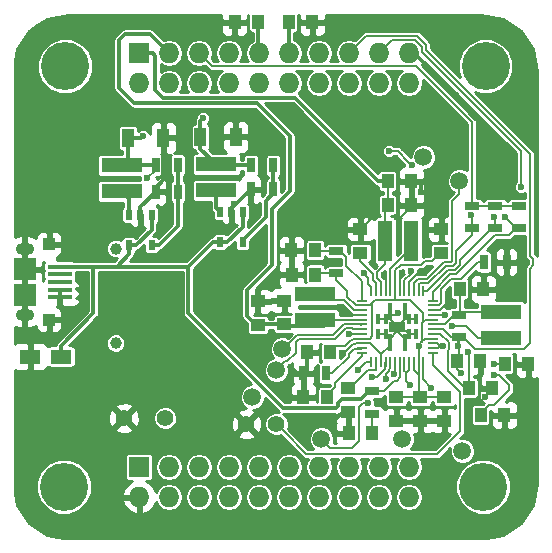
<source format=gbr>
G04 #@! TF.FileFunction,Copper,L1,Top,Signal*
%FSLAX46Y46*%
G04 Gerber Fmt 4.6, Leading zero omitted, Abs format (unit mm)*
G04 Created by KiCad (PCBNEW 4.0.0-2.201511301920+6191~38~ubuntu14.04.1-stable) date Thu 21 Jan 2016 01:29:08 PM ICT*
%MOMM*%
G01*
G04 APERTURE LIST*
%ADD10C,0.100000*%
%ADD11R,0.198120X0.899160*%
%ADD12R,0.899160X0.198120*%
%ADD13R,1.422400X0.899160*%
%ADD14R,0.398780X0.899160*%
%ADD15C,1.000000*%
%ADD16R,0.609600X0.889000*%
%ADD17R,0.700000X1.300000*%
%ADD18R,3.500000X1.300000*%
%ADD19R,1.000000X1.600000*%
%ADD20R,2.100000X0.400000*%
%ADD21O,1.550000X1.000000*%
%ADD22R,1.900000X1.900000*%
%ADD23R,1.000000X1.000000*%
%ADD24R,1.727200X1.727200*%
%ADD25O,1.727200X1.727200*%
%ADD26R,1.300000X3.500000*%
%ADD27C,4.064000*%
%ADD28R,1.300000X0.700000*%
%ADD29C,1.397000*%
%ADD30C,1.400000*%
%ADD31R,1.000000X1.250000*%
%ADD32R,1.250000X1.000000*%
%ADD33R,1.800000X1.230000*%
%ADD34C,1.501140*%
%ADD35C,0.600000*%
%ADD36C,0.200000*%
%ADD37C,0.300000*%
%ADD38C,0.150000*%
%ADD39C,0.254000*%
G04 APERTURE END LIST*
D10*
D11*
X159626300Y-103057960D03*
X159224980Y-103057960D03*
X158826200Y-103057960D03*
X158424880Y-103057960D03*
X158026100Y-103057960D03*
X157624780Y-103057960D03*
X157228540Y-103057960D03*
X156827220Y-103057960D03*
X156428440Y-103057960D03*
X156027120Y-103057960D03*
X155628340Y-103057960D03*
X155227020Y-103057960D03*
D12*
X154426920Y-103858060D03*
X154426920Y-104259380D03*
X154426920Y-104658160D03*
X154426920Y-105059480D03*
X154426920Y-105458260D03*
X154426920Y-105859580D03*
X154426920Y-106255820D03*
X154426920Y-106657140D03*
X154426920Y-107055920D03*
X154426920Y-107457240D03*
X154426920Y-107856020D03*
X154426920Y-108257340D03*
D11*
X155227020Y-109057440D03*
X155628340Y-109057440D03*
X156027120Y-109057440D03*
X156428440Y-109057440D03*
X156827220Y-109057440D03*
X157228540Y-109057440D03*
X157624780Y-109057440D03*
X158026100Y-109057440D03*
X158424880Y-109057440D03*
X158826200Y-109057440D03*
X159224980Y-109057440D03*
X159626300Y-109057440D03*
D12*
X160426400Y-108257340D03*
X160426400Y-107856020D03*
X160426400Y-107457240D03*
X160426400Y-107055920D03*
X160426400Y-106657140D03*
X160426400Y-106255820D03*
X160426400Y-105859580D03*
X160426400Y-105458260D03*
X160426400Y-105059480D03*
X160426400Y-104658160D03*
X160426400Y-104259380D03*
X160426400Y-103858060D03*
D13*
X157426660Y-106057700D03*
D14*
X159024320Y-106705400D03*
X158424880Y-106705400D03*
X159024320Y-105410000D03*
X158424880Y-105410000D03*
X158074360Y-104460040D03*
X158074360Y-105059480D03*
X156778960Y-104460040D03*
X156778960Y-105059480D03*
X155829000Y-105410000D03*
X156428440Y-105410000D03*
X155829000Y-106705400D03*
X156428440Y-106705400D03*
X156778960Y-107655360D03*
X156778960Y-107055920D03*
X158074360Y-107655360D03*
X158074360Y-107055920D03*
D15*
X133583680Y-99438460D03*
X133583680Y-107439460D03*
D16*
X144322451Y-98882415D03*
X142417451Y-98882415D03*
X142417451Y-96342415D03*
X143369951Y-96342415D03*
X144322451Y-96342415D03*
X136614546Y-99161012D03*
X134709546Y-99161012D03*
X134709546Y-96621012D03*
X135662046Y-96621012D03*
X136614546Y-96621012D03*
D17*
X136956546Y-92358412D03*
X138856546Y-92358412D03*
X138856546Y-94644412D03*
X136956546Y-94644412D03*
X145024451Y-92404115D03*
X146924451Y-92404115D03*
X146924451Y-94436115D03*
X145024451Y-94436115D03*
D18*
X134096546Y-94601412D03*
X134096546Y-92401412D03*
X142103451Y-94520115D03*
X142103451Y-92320115D03*
D19*
X137628546Y-90072412D03*
X134628546Y-90072412D03*
X143756451Y-89991115D03*
X140756451Y-89991115D03*
D20*
X128849540Y-100961100D03*
X128849540Y-101611100D03*
X128849540Y-102261100D03*
X128849540Y-102911100D03*
X128849540Y-103561100D03*
D21*
X125862000Y-99437000D03*
X125862000Y-105062000D03*
D22*
X125862000Y-101187000D03*
X125862000Y-103337000D03*
D23*
X127937000Y-99062000D03*
X127937000Y-105462000D03*
D24*
X135567000Y-117942000D03*
D25*
X135567000Y-120482000D03*
X138107000Y-117942000D03*
X138107000Y-120482000D03*
X140647000Y-117942000D03*
X140647000Y-120482000D03*
X143187000Y-117942000D03*
X143187000Y-120482000D03*
X145727000Y-117942000D03*
X145727000Y-120482000D03*
X148267000Y-117942000D03*
X148267000Y-120482000D03*
X150807000Y-117942000D03*
X150807000Y-120482000D03*
X153347000Y-117942000D03*
X153347000Y-120482000D03*
X155887000Y-117942000D03*
X155887000Y-120482000D03*
X158427000Y-117942000D03*
X158427000Y-120482000D03*
D24*
X135557000Y-82892000D03*
D25*
X135557000Y-85432000D03*
X138097000Y-82892000D03*
X138097000Y-85432000D03*
X140637000Y-82892000D03*
X140637000Y-85432000D03*
X143177000Y-82892000D03*
X143177000Y-85432000D03*
X145717000Y-82892000D03*
X145717000Y-85432000D03*
X148257000Y-82892000D03*
X148257000Y-85432000D03*
X150797000Y-82892000D03*
X150797000Y-85432000D03*
X153337000Y-82892000D03*
X153337000Y-85432000D03*
X155877000Y-82892000D03*
X155877000Y-85432000D03*
X158417000Y-82892000D03*
X158417000Y-85432000D03*
D26*
X158623000Y-98806000D03*
X156423000Y-98806000D03*
D17*
X151379000Y-109982000D03*
X149479000Y-109982000D03*
D27*
X164900000Y-84000000D03*
X129300000Y-84000000D03*
X129200000Y-119600000D03*
X164700000Y-119600000D03*
D28*
X165735000Y-97724000D03*
X165735000Y-95824000D03*
X163737000Y-97724000D03*
X163737000Y-95824000D03*
D29*
X147193000Y-114300000D03*
X144653000Y-114300000D03*
D17*
X164785000Y-100584000D03*
X166685000Y-100584000D03*
D30*
X137767000Y-113792000D03*
X134267000Y-113792000D03*
D18*
X150495000Y-103294000D03*
X150495000Y-105494000D03*
D31*
X158607000Y-95758000D03*
X156607000Y-95758000D03*
D32*
X147847000Y-103842000D03*
X147847000Y-105842000D03*
D31*
X158607000Y-93726000D03*
X156607000Y-93726000D03*
D32*
X145617000Y-103912000D03*
X145617000Y-105912000D03*
X159385000Y-114030000D03*
X159385000Y-112030000D03*
X157353000Y-114030000D03*
X157353000Y-112030000D03*
X153289000Y-113252000D03*
X153289000Y-111252000D03*
D31*
X149479000Y-112014000D03*
X151479000Y-112014000D03*
D33*
X126337000Y-108582000D03*
X128957000Y-108582000D03*
D31*
X148479000Y-101642000D03*
X150479000Y-101642000D03*
D32*
X161163000Y-97806000D03*
X161163000Y-99806000D03*
D31*
X164449000Y-108966000D03*
X162449000Y-108966000D03*
X164703000Y-102870000D03*
X162703000Y-102870000D03*
D18*
X166243000Y-107018000D03*
X166243000Y-104818000D03*
D28*
X162687000Y-105034000D03*
X162687000Y-106934000D03*
D31*
X168513000Y-109220000D03*
X166513000Y-109220000D03*
X148463000Y-99568000D03*
X150463000Y-99568000D03*
D28*
X152273000Y-99634000D03*
X152273000Y-101534000D03*
D31*
X165481000Y-111252000D03*
X163481000Y-111252000D03*
D32*
X154305000Y-97790000D03*
X154305000Y-99790000D03*
X161417000Y-114030000D03*
X161417000Y-112030000D03*
D28*
X167767000Y-97724000D03*
X167767000Y-95824000D03*
D31*
X149749000Y-108204000D03*
X151749000Y-108204000D03*
X153305000Y-115062000D03*
X155305000Y-115062000D03*
D28*
X155321000Y-113406000D03*
X155321000Y-111506000D03*
D31*
X143653000Y-80264000D03*
X145653000Y-80264000D03*
X150225000Y-80264000D03*
X148225000Y-80264000D03*
X166481000Y-113538000D03*
X164481000Y-113538000D03*
D34*
X162687000Y-93726000D03*
X159639000Y-91694000D03*
X147701000Y-107950000D03*
X147193000Y-109728000D03*
X162941000Y-116586000D03*
X145161000Y-112014000D03*
X157861000Y-115570000D03*
X151003000Y-115570000D03*
D35*
X147847000Y-103842000D03*
X155194000Y-96774000D03*
X157372624Y-96733777D03*
X152753015Y-108246020D03*
X153293287Y-104971534D03*
X157812050Y-101485776D03*
X159512620Y-101354594D03*
X159473189Y-94618083D03*
X156283968Y-101703241D03*
X168402000Y-100584000D03*
X166624000Y-114808000D03*
X164846000Y-112014000D03*
X161755980Y-103886000D03*
X162381643Y-86438479D03*
X151765000Y-79837940D03*
X145669000Y-104902000D03*
X142367000Y-109982000D03*
X148463000Y-109474000D03*
X151765000Y-114300000D03*
X159385000Y-115316000D03*
X168529000Y-110998000D03*
X143583660Y-95638620D03*
X166116000Y-102870000D03*
X157480000Y-104902000D03*
X140970000Y-88392000D03*
X136271000Y-93472000D03*
X135890000Y-89916000D03*
X166581980Y-96774000D03*
X163695835Y-96624012D03*
X165608000Y-96774000D03*
X154576150Y-101538995D03*
X159224980Y-107696000D03*
X165608000Y-109220000D03*
X157122930Y-110094291D03*
X158496000Y-110998000D03*
X155309009Y-110307041D03*
X158550752Y-101356021D03*
X153313721Y-106686373D03*
X154940000Y-112522000D03*
X156464000Y-110490000D03*
X160319877Y-111203690D03*
X165608000Y-110176998D03*
X162814000Y-109982000D03*
X162560000Y-107696000D03*
X161281083Y-107699803D03*
X162086406Y-106008471D03*
X161446095Y-105056961D03*
X158653976Y-92380384D03*
X156718000Y-91186000D03*
X163371411Y-108185852D03*
X154100051Y-109721580D03*
X167894000Y-94234000D03*
D36*
X156304024Y-111506000D02*
X156171000Y-111506000D01*
X157175731Y-110634293D02*
X156304024Y-111506000D01*
X157662932Y-109745172D02*
X157662932Y-110353493D01*
X157624780Y-109707020D02*
X157662932Y-109745172D01*
X157624780Y-109057440D02*
X157624780Y-109707020D01*
X157382132Y-110634293D02*
X157175731Y-110634293D01*
X157662932Y-110353493D02*
X157382132Y-110634293D01*
X156171000Y-111506000D02*
X155321000Y-111506000D01*
D37*
X139733966Y-100961100D02*
X139733966Y-104935966D01*
X139733966Y-104935966D02*
X147737001Y-112939001D01*
X147737001Y-112939001D02*
X152219001Y-112939001D01*
X152219001Y-112939001D02*
X152363999Y-112794003D01*
X152363999Y-112794003D02*
X152363999Y-112511999D01*
X152363999Y-112511999D02*
X152719998Y-112156000D01*
X152719998Y-112156000D02*
X154371000Y-112156000D01*
X154371000Y-112156000D02*
X155021000Y-111506000D01*
X155021000Y-111506000D02*
X155321000Y-111506000D01*
X131699000Y-100961100D02*
X133653958Y-100961100D01*
X128849540Y-100961100D02*
X131699000Y-100961100D01*
X131699000Y-100961100D02*
X131699000Y-104925000D01*
X131699000Y-104925000D02*
X128957000Y-107667000D01*
X128957000Y-107667000D02*
X128957000Y-108582000D01*
X133653958Y-100961100D02*
X139733966Y-100961100D01*
X139733966Y-100961100D02*
X141812651Y-98882415D01*
X141812651Y-98882415D02*
X142417451Y-98882415D01*
X142417451Y-98882415D02*
X143022251Y-98882415D01*
X143022251Y-98882415D02*
X144322451Y-97582215D01*
X144322451Y-97582215D02*
X144322451Y-97086915D01*
X144322451Y-97086915D02*
X144322451Y-96342415D01*
X134709546Y-99161012D02*
X135314346Y-99161012D01*
X135314346Y-99161012D02*
X136614546Y-97860812D01*
X136614546Y-97860812D02*
X136614546Y-97365512D01*
X136614546Y-97365512D02*
X136614546Y-96621012D01*
X133653958Y-100961100D02*
X134709546Y-99905512D01*
X134709546Y-99905512D02*
X134709546Y-99161012D01*
D38*
X155194000Y-96774000D02*
X155194000Y-96901000D01*
X155194000Y-96901000D02*
X154305000Y-97790000D01*
X158607000Y-95883000D02*
X157756223Y-96733777D01*
X158607000Y-95758000D02*
X158607000Y-95883000D01*
X157756223Y-96733777D02*
X157372624Y-96733777D01*
D36*
X153632359Y-107558269D02*
X152944608Y-108246020D01*
X152944608Y-108246020D02*
X152753015Y-108246020D01*
X153913176Y-107457240D02*
X153812148Y-107558268D01*
X153812148Y-107558268D02*
X153632359Y-107558269D01*
X154426920Y-107457240D02*
X153913176Y-107457240D01*
X154426920Y-105059480D02*
X153381233Y-105059480D01*
X153381233Y-105059480D02*
X153293287Y-104971534D01*
X157624780Y-101673046D02*
X157812050Y-101485776D01*
X157624780Y-103057960D02*
X157624780Y-101673046D01*
X158424880Y-103057960D02*
X158424880Y-102270758D01*
X159341044Y-101354594D02*
X159512620Y-101354594D01*
X158424880Y-102270758D02*
X159341044Y-101354594D01*
D37*
X158607000Y-93726000D02*
X159407000Y-93726000D01*
X159407000Y-93726000D02*
X159473189Y-93792189D01*
X159473189Y-94193819D02*
X159473189Y-94618083D01*
X159473189Y-93792189D02*
X159473189Y-94193819D01*
D36*
X156428440Y-101847713D02*
X156283968Y-101703241D01*
X156428440Y-103057960D02*
X156428440Y-101847713D01*
X166685000Y-100584000D02*
X168402000Y-100584000D01*
X166481000Y-113538000D02*
X166481000Y-114665000D01*
X166481000Y-114665000D02*
X166624000Y-114808000D01*
X165481000Y-111252000D02*
X165481000Y-111379000D01*
X165481000Y-111379000D02*
X164846000Y-112014000D01*
X160426400Y-104658160D02*
X161030894Y-104658160D01*
X161455981Y-104185999D02*
X161755980Y-103886000D01*
X161030894Y-104658160D02*
X161455981Y-104233073D01*
X161455981Y-104233073D02*
X161455981Y-104185999D01*
D37*
X162081644Y-86138480D02*
X162381643Y-86438479D01*
X158835164Y-82892000D02*
X162081644Y-86138480D01*
X158417000Y-82892000D02*
X158835164Y-82892000D01*
X151465001Y-80137939D02*
X151765000Y-79837940D01*
X151338940Y-80264000D02*
X151465001Y-80137939D01*
X150225000Y-80264000D02*
X151338940Y-80264000D01*
D36*
X145617000Y-103912000D02*
X145617000Y-104850000D01*
X145617000Y-104850000D02*
X145669000Y-104902000D01*
D37*
X149479000Y-109982000D02*
X148971000Y-109982000D01*
X148971000Y-109982000D02*
X148463000Y-109474000D01*
X153289000Y-113252000D02*
X152813000Y-113252000D01*
X152813000Y-113252000D02*
X151765000Y-114300000D01*
X159385000Y-114030000D02*
X159385000Y-115316000D01*
X168513000Y-109220000D02*
X168513000Y-110982000D01*
X168513000Y-110982000D02*
X168529000Y-110998000D01*
X148463000Y-99568000D02*
X148463000Y-101626000D01*
X148463000Y-101626000D02*
X148479000Y-101642000D01*
X145617000Y-103912000D02*
X147777000Y-103912000D01*
X147777000Y-103912000D02*
X147847000Y-103842000D01*
X149749000Y-107950000D02*
X149749000Y-109712000D01*
X149749000Y-109712000D02*
X149479000Y-109982000D01*
X149479000Y-112014000D02*
X149479000Y-109982000D01*
X164449000Y-108966000D02*
X164449000Y-111020000D01*
X164449000Y-111020000D02*
X164681000Y-111252000D01*
X164681000Y-111252000D02*
X165481000Y-111252000D01*
X157353000Y-114030000D02*
X161417000Y-114030000D01*
X153289000Y-113252000D02*
X153289000Y-115046000D01*
X153289000Y-115046000D02*
X153305000Y-115062000D01*
X158607000Y-93726000D02*
X158607000Y-95758000D01*
D36*
X158074360Y-107655360D02*
X158074360Y-107055920D01*
X143369951Y-96342415D02*
X143369951Y-95852329D01*
X143369951Y-95852329D02*
X143583660Y-95638620D01*
D37*
X128849540Y-102911100D02*
X128849540Y-103561100D01*
D36*
X164703000Y-102870000D02*
X166116000Y-102870000D01*
X156027120Y-109057440D02*
X156027120Y-108458000D01*
X156027120Y-108458000D02*
X156027120Y-108407200D01*
X154426920Y-107457240D02*
X155076500Y-107457240D01*
X155076500Y-107457240D02*
X156027120Y-108407860D01*
X156027120Y-108407860D02*
X156027120Y-108458000D01*
X156778960Y-105059480D02*
X157322520Y-105059480D01*
X157322520Y-105059480D02*
X157480000Y-104902000D01*
X156428440Y-105410000D02*
X156778960Y-105059480D01*
X156778960Y-107055920D02*
X156428440Y-106705400D01*
X156778960Y-107055920D02*
X156778960Y-107655360D01*
X159024320Y-106705400D02*
X158424880Y-106705400D01*
X156778960Y-104460040D02*
X156778960Y-105059480D01*
X157426660Y-106057700D02*
X157426660Y-106408220D01*
X157426660Y-106408220D02*
X158074360Y-107055920D01*
X157426660Y-106408220D02*
X156778960Y-107055920D01*
X157426660Y-106057700D02*
X157777180Y-106057700D01*
X157777180Y-106057700D02*
X158424880Y-106705400D01*
X158424880Y-105410000D02*
X158074360Y-105410000D01*
X158074360Y-105410000D02*
X157426660Y-106057700D01*
X158424880Y-105410000D02*
X159024320Y-105410000D01*
X158074360Y-105059480D02*
X158424880Y-105410000D01*
X158074360Y-105059480D02*
X158074360Y-104460040D01*
X156778960Y-105059480D02*
X156778960Y-105410000D01*
X156778960Y-105410000D02*
X157426660Y-106057700D01*
X155829000Y-105410000D02*
X156428440Y-105410000D01*
X156428440Y-106705400D02*
X155829000Y-106705400D01*
X156027120Y-108407200D02*
X156778960Y-107655360D01*
D37*
X143369951Y-96342415D02*
X143369951Y-96090615D01*
X143369951Y-96090615D02*
X145024451Y-94436115D01*
X135662046Y-96621012D02*
X135662046Y-95938912D01*
X135662046Y-95938912D02*
X136956546Y-94644412D01*
X136956546Y-94644412D02*
X136956546Y-94344412D01*
X136956546Y-94344412D02*
X137628546Y-93672412D01*
X137628546Y-93672412D02*
X137628546Y-91172412D01*
X137628546Y-91172412D02*
X137628546Y-90072412D01*
X140756451Y-88891115D02*
X140756451Y-88605549D01*
X140756451Y-88605549D02*
X140970000Y-88392000D01*
X140756451Y-89991115D02*
X140756451Y-88891115D01*
X145024451Y-92404115D02*
X142187451Y-92404115D01*
X142187451Y-92404115D02*
X142103451Y-92320115D01*
X140756451Y-89991115D02*
X140756451Y-90973115D01*
X140756451Y-90973115D02*
X142103451Y-92320115D01*
D36*
X136956546Y-92358412D02*
X136956546Y-92786454D01*
X136956546Y-92786454D02*
X136271000Y-93472000D01*
X159010597Y-84005601D02*
X141750601Y-84005601D01*
X141750601Y-84005601D02*
X141500599Y-83755599D01*
X141500599Y-83755599D02*
X140637000Y-82892000D01*
X163737000Y-95824000D02*
X163737000Y-88732004D01*
X163737000Y-88732004D02*
X159010597Y-84005601D01*
D37*
X135428546Y-90072412D02*
X135733588Y-90072412D01*
X135733588Y-90072412D02*
X135890000Y-89916000D01*
X134628546Y-90072412D02*
X135428546Y-90072412D01*
X134628546Y-90072412D02*
X134628546Y-91869412D01*
X134628546Y-91869412D02*
X134096546Y-92401412D01*
X136956546Y-92358412D02*
X134139546Y-92358412D01*
X134139546Y-92358412D02*
X134096546Y-92401412D01*
D36*
X165735000Y-95824000D02*
X166585000Y-95824000D01*
X166585000Y-95824000D02*
X167767000Y-95824000D01*
X163737000Y-95824000D02*
X165735000Y-95824000D01*
D37*
X136614546Y-99161012D02*
X137219346Y-99161012D01*
X137219346Y-99161012D02*
X138856546Y-97523812D01*
X138856546Y-97523812D02*
X138856546Y-95594412D01*
X138856546Y-95594412D02*
X138856546Y-94644412D01*
X138856546Y-92358412D02*
X138856546Y-94644412D01*
X134709546Y-96621012D02*
X134709546Y-95214412D01*
X134709546Y-95214412D02*
X134096546Y-94601412D01*
X142103451Y-94520115D02*
X142103451Y-96028415D01*
X142103451Y-96028415D02*
X142417451Y-96342415D01*
X144322451Y-98742715D02*
X146274451Y-96790715D01*
X146274451Y-95386115D02*
X146924451Y-94736115D01*
X146274451Y-96790715D02*
X146274451Y-95386115D01*
X146924451Y-94736115D02*
X146924451Y-94436115D01*
X144322451Y-98882415D02*
X144322451Y-98742715D01*
X146924451Y-92404115D02*
X146924451Y-94436115D01*
D36*
X156827220Y-102408380D02*
X156833988Y-102401612D01*
X156833988Y-101191018D02*
X158623000Y-99402006D01*
X158623000Y-99402006D02*
X158623000Y-98806000D01*
X156827220Y-103057960D02*
X156827220Y-102408380D01*
X156833988Y-102401612D02*
X156833988Y-101191018D01*
X156423000Y-98806000D02*
X156423000Y-100756000D01*
X156027120Y-102408380D02*
X156027120Y-103057960D01*
X155733966Y-101967243D02*
X156027120Y-102260397D01*
X156027120Y-102260397D02*
X156027120Y-102408380D01*
X156423000Y-100756000D02*
X155733966Y-101445034D01*
X155733966Y-101445034D02*
X155733966Y-101967243D01*
D37*
X148752989Y-86671989D02*
X155807000Y-93726000D01*
X136933399Y-83104799D02*
X136933399Y-85990529D01*
X136933399Y-85990529D02*
X137614859Y-86671989D01*
X136720600Y-82892000D02*
X136933399Y-83104799D01*
X137614859Y-86671989D02*
X148752989Y-86671989D01*
X135557000Y-82892000D02*
X136720600Y-82892000D01*
X155807000Y-93726000D02*
X156607000Y-93726000D01*
D36*
X156607000Y-95758000D02*
X156607000Y-94933000D01*
X156607000Y-94933000D02*
X156607000Y-93726000D01*
X156423000Y-98806000D02*
X156423000Y-95942000D01*
X156423000Y-95942000D02*
X156607000Y-95758000D01*
X152931180Y-103812000D02*
X151207000Y-103812000D01*
X154426920Y-104658160D02*
X153777340Y-104658160D01*
X153777340Y-104658160D02*
X152931180Y-103812000D01*
X153575941Y-105521554D02*
X151697446Y-105521554D01*
X153639235Y-105458260D02*
X153575941Y-105521554D01*
X151697446Y-105521554D02*
X151207000Y-106012000D01*
X154426920Y-105458260D02*
X153639235Y-105458260D01*
D37*
X146812000Y-100838000D02*
X144691999Y-102958001D01*
X144692000Y-105112000D02*
X145492000Y-105912000D01*
X144691999Y-102958001D02*
X144692000Y-105112000D01*
X145492000Y-105912000D02*
X145617000Y-105912000D01*
X146812000Y-96088568D02*
X146812000Y-100838000D01*
X138097000Y-82892000D02*
X136485000Y-81280000D01*
X136485000Y-81280000D02*
X134366000Y-81280000D01*
X134366000Y-81280000D02*
X133858000Y-81788000D01*
X147722000Y-105842000D02*
X147847000Y-105842000D01*
X133858000Y-81788000D02*
X133858000Y-85852000D01*
X148336000Y-94564568D02*
X146812000Y-96088568D01*
X133858000Y-85852000D02*
X135128000Y-87122000D01*
X145542000Y-87122000D02*
X148336000Y-89916000D01*
X148336000Y-89916000D02*
X148336000Y-94564568D01*
X135128000Y-87122000D02*
X145542000Y-87122000D01*
X145742000Y-105912000D02*
X145617000Y-105912000D01*
X147847000Y-105842000D02*
X145687000Y-105842000D01*
X145687000Y-105842000D02*
X145617000Y-105912000D01*
X151207000Y-106012000D02*
X148017000Y-106012000D01*
X148017000Y-106012000D02*
X147847000Y-105842000D01*
D36*
X165661399Y-98324001D02*
X166866999Y-98324001D01*
X163088034Y-100897366D02*
X165661399Y-98324001D01*
X163088034Y-100940938D02*
X163088034Y-100897366D01*
X161896977Y-101606031D02*
X162422941Y-101606031D01*
X160426400Y-103076608D02*
X161896977Y-101606031D01*
X160426400Y-103858060D02*
X160426400Y-103076608D01*
X166866999Y-98324001D02*
X167467000Y-97724000D01*
X162422941Y-101606031D02*
X163088034Y-100940938D01*
X167467000Y-97659020D02*
X166881979Y-97073999D01*
X167467000Y-97724000D02*
X167467000Y-97659020D01*
X166881979Y-97073999D02*
X166581980Y-96774000D01*
X167767000Y-97724000D02*
X167467000Y-97724000D01*
X159224980Y-103057960D02*
X159224980Y-102460638D01*
X159327239Y-102358379D02*
X160062615Y-102358379D01*
X162388012Y-99622988D02*
X163737000Y-98274000D01*
X159224980Y-102460638D02*
X159327239Y-102358379D01*
X163737000Y-98274000D02*
X163737000Y-97724000D01*
X161514982Y-100906012D02*
X162132981Y-100906011D01*
X160062615Y-102358379D02*
X161514982Y-100906012D01*
X162132981Y-100906011D02*
X162388012Y-100650980D01*
X162388012Y-100650980D02*
X162388012Y-99622988D01*
X163737000Y-97724000D02*
X163737000Y-96665177D01*
X163737000Y-96665177D02*
X163695835Y-96624012D01*
X162277961Y-101256021D02*
X162738023Y-100795959D01*
X162738023Y-100795959D02*
X162738023Y-100420977D01*
X159626300Y-103057960D02*
X159925360Y-103057960D01*
X159925360Y-103057960D02*
X161727299Y-101256021D01*
X165435000Y-97724000D02*
X165735000Y-97724000D01*
X161727299Y-101256021D02*
X162277961Y-101256021D01*
X162738023Y-100420977D02*
X165435000Y-97724000D01*
X165735000Y-97724000D02*
X165735000Y-96901000D01*
X165735000Y-96901000D02*
X165608000Y-96774000D01*
X154927960Y-102408380D02*
X154927960Y-101890805D01*
X155227020Y-102707440D02*
X154927960Y-102408380D01*
X154876149Y-101838994D02*
X154576150Y-101538995D01*
X155227020Y-103057960D02*
X155227020Y-102707440D01*
X154927960Y-101890805D02*
X154876149Y-101838994D01*
D37*
X148225000Y-80264000D02*
X148225000Y-82860000D01*
X148225000Y-82860000D02*
X148257000Y-82892000D01*
D36*
X154426920Y-107055920D02*
X153777340Y-107055920D01*
X153625001Y-107208259D02*
X153487379Y-107208259D01*
X152999638Y-107696000D02*
X152003000Y-107696000D01*
X153777340Y-107055920D02*
X153625001Y-107208259D01*
X153487379Y-107208259D02*
X152999638Y-107696000D01*
X152003000Y-107696000D02*
X151749000Y-107950000D01*
X153207001Y-103018001D02*
X152273000Y-102084000D01*
X154426920Y-104259380D02*
X153890127Y-104259380D01*
X152273000Y-102084000D02*
X152273000Y-101534000D01*
X153890127Y-104259380D02*
X153207001Y-103576254D01*
X153207001Y-103576254D02*
X153207001Y-103018001D01*
X161038000Y-99806000D02*
X161163000Y-99806000D01*
X160338000Y-100506000D02*
X161038000Y-99806000D01*
X157228540Y-101291456D02*
X157713995Y-100806001D01*
X157228540Y-103057960D02*
X157228540Y-101291456D01*
X157713995Y-100806001D02*
X159473001Y-100806001D01*
X159773002Y-100506000D02*
X160338000Y-100506000D01*
X159473001Y-100806001D02*
X159773002Y-100506000D01*
X159224980Y-109057440D02*
X159224980Y-107696000D01*
X159224980Y-107696000D02*
X159224980Y-107603712D01*
X159224980Y-107603712D02*
X159385000Y-107443692D01*
X165608000Y-109220000D02*
X166513000Y-109220000D01*
X159571080Y-105664000D02*
X159512000Y-105723080D01*
X159512000Y-105723080D02*
X159512000Y-107316692D01*
X159512000Y-107316692D02*
X159385000Y-107443692D01*
X155575421Y-103760459D02*
X155321000Y-104014880D01*
X154426920Y-107055920D02*
X155076500Y-107055920D01*
X155321000Y-104014880D02*
X155076500Y-104259380D01*
X155076500Y-107055920D02*
X155321000Y-106811420D01*
X155321000Y-106811420D02*
X155321000Y-104014880D01*
X157353000Y-103760459D02*
X155575421Y-103760459D01*
X157281459Y-103760459D02*
X157228540Y-103707540D01*
X158473751Y-103760459D02*
X157353000Y-103760459D01*
X157353000Y-103760459D02*
X157281459Y-103760459D01*
X157228540Y-103707540D02*
X157228540Y-103057960D01*
X159571080Y-105664000D02*
X159571080Y-104857788D01*
X159571080Y-104857788D02*
X158473751Y-103760459D01*
X155076500Y-104259380D02*
X154426920Y-104259380D01*
X159776820Y-105458260D02*
X159571080Y-105664000D01*
X159385000Y-107443692D02*
X159772772Y-107055920D01*
X160426400Y-105458260D02*
X159776820Y-105458260D01*
X159772772Y-107055920D02*
X159776820Y-107055920D01*
X159776820Y-107055920D02*
X160426400Y-107055920D01*
X152273000Y-101534000D02*
X150587000Y-101534000D01*
X150587000Y-101534000D02*
X150479000Y-101642000D01*
X159224980Y-109057440D02*
X159224980Y-110236000D01*
X159224980Y-110236000D02*
X159224980Y-111869980D01*
X158826200Y-109057440D02*
X158826200Y-109707020D01*
X158826200Y-109707020D02*
X159224980Y-110105800D01*
X159224980Y-110105800D02*
X159224980Y-110236000D01*
X159385000Y-112030000D02*
X161417000Y-112030000D01*
X159385000Y-112030000D02*
X158560000Y-112030000D01*
X158560000Y-112030000D02*
X157353000Y-112030000D01*
X159224980Y-111869980D02*
X159385000Y-112030000D01*
X153777339Y-107908279D02*
X153303017Y-108382601D01*
X153303017Y-108382601D02*
X153303017Y-108607983D01*
X153303017Y-108607983D02*
X151929000Y-109982000D01*
X151929000Y-109982000D02*
X151379000Y-109982000D01*
X154426920Y-107856020D02*
X154374661Y-107908279D01*
X154374661Y-107908279D02*
X153777339Y-107908279D01*
X160426400Y-108257340D02*
X160426400Y-109311425D01*
X160426400Y-109311425D02*
X162730999Y-111616024D01*
X162730999Y-111616024D02*
X162730999Y-114891001D01*
X162730999Y-114891001D02*
X160793601Y-116828399D01*
X160793601Y-116828399D02*
X149721399Y-116828399D01*
X149721399Y-116828399D02*
X147891499Y-114998499D01*
X147891499Y-114998499D02*
X147193000Y-114300000D01*
X157228540Y-109988681D02*
X157122930Y-110094291D01*
X157228540Y-109057440D02*
X157228540Y-109988681D01*
X164235000Y-100584000D02*
X164785000Y-100584000D01*
X161125981Y-104068083D02*
X161125981Y-102872017D01*
X161125981Y-102872017D02*
X162002999Y-101994999D01*
X160426400Y-104259380D02*
X160934684Y-104259380D01*
X160934684Y-104259380D02*
X161125981Y-104068083D01*
X162002999Y-101994999D02*
X162824001Y-101994999D01*
X162824001Y-101994999D02*
X164235000Y-100584000D01*
X153414000Y-111252000D02*
X154908979Y-109757021D01*
X155628340Y-109707020D02*
X155628340Y-109057440D01*
X154908979Y-109757021D02*
X155578339Y-109757021D01*
X153289000Y-111252000D02*
X153414000Y-111252000D01*
X155578339Y-109757021D02*
X155628340Y-109707020D01*
X154426920Y-108257340D02*
X154426920Y-108556400D01*
X154426920Y-108556400D02*
X152179000Y-110804320D01*
X152179000Y-110804320D02*
X152179000Y-111189000D01*
X152179000Y-111189000D02*
X151479000Y-111889000D01*
X151479000Y-111889000D02*
X151479000Y-112014000D01*
D38*
X158149900Y-109889900D02*
X158149900Y-110651900D01*
X158149900Y-110651900D02*
X158496000Y-110998000D01*
D36*
X158149900Y-109889900D02*
X158026100Y-109766100D01*
X158026100Y-109766100D02*
X158026100Y-109057440D01*
X158242000Y-109889900D02*
X158149900Y-109889900D01*
X158424880Y-109057440D02*
X158424880Y-109707020D01*
X158424880Y-109707020D02*
X158242000Y-109889900D01*
X156428440Y-109057440D02*
X156366181Y-109119699D01*
X156366181Y-109674133D02*
X155733273Y-110307041D01*
X156366181Y-109119699D02*
X156366181Y-109674133D01*
X155733273Y-110307041D02*
X155309009Y-110307041D01*
D37*
X145653000Y-80264000D02*
X145653000Y-82828000D01*
X145653000Y-82828000D02*
X145717000Y-82892000D01*
D36*
X161988001Y-100556001D02*
X162038001Y-100506001D01*
X161370003Y-100556001D02*
X161988001Y-100556001D01*
X158826200Y-103057960D02*
X158826200Y-102364428D01*
X162687000Y-94787466D02*
X162687000Y-93726000D01*
X159182260Y-102008368D02*
X159917636Y-102008368D01*
X159917636Y-102008368D02*
X161370003Y-100556001D01*
X162038001Y-100506001D02*
X162038001Y-95436465D01*
X162038001Y-95436465D02*
X162687000Y-94787466D01*
X158826200Y-102364428D02*
X159182260Y-102008368D01*
X158026100Y-103057960D02*
X158026100Y-102085746D01*
X158026100Y-102085746D02*
X158550752Y-101561094D01*
X158550752Y-101561094D02*
X158550752Y-101356021D01*
D38*
X152019000Y-107099998D02*
X152150281Y-107099997D01*
X152019000Y-107099999D02*
X152019000Y-107099998D01*
X147943569Y-108977431D02*
X147193000Y-109728000D01*
X153088426Y-106161853D02*
X153604196Y-106161853D01*
X148117415Y-108977431D02*
X147943569Y-108977431D01*
X148844000Y-108250846D02*
X148117415Y-108977431D01*
X148844000Y-107324998D02*
X148844000Y-108250846D01*
X153698163Y-106255820D02*
X153827340Y-106255820D01*
X153827340Y-106255820D02*
X154426920Y-106255820D01*
X153088908Y-106161371D02*
X153603714Y-106161371D01*
X152150281Y-107099997D02*
X153088908Y-106161371D01*
X153603714Y-106161371D02*
X153698163Y-106255820D01*
X149068999Y-107099999D02*
X148844000Y-107324998D01*
X152019000Y-107099999D02*
X149068999Y-107099999D01*
X152150281Y-107099997D02*
X153088426Y-106161853D01*
X154426920Y-106657140D02*
X153342954Y-106657140D01*
X153342954Y-106657140D02*
X153313721Y-106686373D01*
X154940000Y-112522000D02*
X154515736Y-112522000D01*
X154515736Y-112522000D02*
X154178000Y-112859736D01*
X154178000Y-112859736D02*
X154178000Y-115701002D01*
X154178000Y-115701002D02*
X153558433Y-116320569D01*
X153558433Y-116320569D02*
X151753569Y-116320569D01*
X151753569Y-116320569D02*
X151003000Y-115570000D01*
X156464000Y-110046694D02*
X156464000Y-110490000D01*
X156827220Y-109057440D02*
X156827220Y-109562395D01*
X156827220Y-109562395D02*
X156681192Y-109708423D01*
X156681192Y-109708423D02*
X156681192Y-109829502D01*
X156681192Y-109829502D02*
X156464000Y-110046694D01*
X159626300Y-110510113D02*
X160319877Y-111203690D01*
X159626300Y-109057440D02*
X159626300Y-110510113D01*
X148944731Y-106799988D02*
X148209000Y-107535719D01*
X151998823Y-106799988D02*
X148944731Y-106799988D01*
X154426920Y-105859580D02*
X152939231Y-105859580D01*
X152939231Y-105859580D02*
X151998823Y-106799988D01*
X148209000Y-107535719D02*
X148209000Y-107950000D01*
D36*
X154426920Y-105859580D02*
X154379741Y-105906759D01*
X168667001Y-107444001D02*
X168193001Y-107918001D01*
X168952002Y-100319998D02*
X168952002Y-100848002D01*
X159880612Y-82664612D02*
X168667001Y-91451001D01*
X163971001Y-107918001D02*
X162987000Y-106934000D01*
X168667001Y-100034997D02*
X168952002Y-100319998D01*
X168667001Y-91451001D02*
X168667001Y-100034997D01*
X159096509Y-81428389D02*
X159880612Y-82212492D01*
X162987000Y-106934000D02*
X162687000Y-106934000D01*
X154800612Y-81428388D02*
X159096509Y-81428389D01*
X168952002Y-100848002D02*
X168667001Y-101133003D01*
X159880612Y-82212492D02*
X159880612Y-82664612D01*
X153337000Y-82892000D02*
X154800612Y-81428388D01*
X168667001Y-101133003D02*
X168667001Y-107444001D01*
X168193001Y-107918001D02*
X163971001Y-107918001D01*
X166878000Y-111022734D02*
X166878000Y-111430002D01*
X166878000Y-111430002D02*
X165595002Y-112713000D01*
X165595002Y-112713000D02*
X165181000Y-112713000D01*
X165181000Y-112713000D02*
X164481000Y-113413000D01*
X164481000Y-113413000D02*
X164481000Y-113538000D01*
X165608000Y-110176998D02*
X166032264Y-110176998D01*
X166032264Y-110176998D02*
X166878000Y-111022734D01*
X162449000Y-109617000D02*
X162814000Y-109982000D01*
X162449000Y-108966000D02*
X162449000Y-109617000D01*
X162560000Y-107696000D02*
X162560000Y-107061000D01*
X162560000Y-107061000D02*
X162687000Y-106934000D01*
X161036000Y-107696002D02*
X161277282Y-107696002D01*
X161277282Y-107696002D02*
X161281083Y-107699803D01*
X160426400Y-107856020D02*
X160875982Y-107856020D01*
X160875982Y-107856020D02*
X161036000Y-107696002D01*
X160797240Y-107457240D02*
X161036000Y-107696002D01*
X161036000Y-107696002D02*
X160985989Y-107746013D01*
X160426400Y-107457240D02*
X160797240Y-107457240D01*
X162687000Y-106934000D02*
X162012970Y-106934000D01*
X162012970Y-106934000D02*
X161334790Y-106255820D01*
X161334790Y-106255820D02*
X161075980Y-106255820D01*
X161075980Y-106255820D02*
X160426400Y-106255820D01*
X162687000Y-106934000D02*
X162687000Y-108728000D01*
X162687000Y-108728000D02*
X162449000Y-108966000D01*
X161421295Y-105859580D02*
X161075980Y-105859580D01*
X162246875Y-105034000D02*
X161421295Y-105859580D01*
X161075980Y-105859580D02*
X160426400Y-105859580D01*
X162687000Y-105034000D02*
X162246875Y-105034000D01*
X162703000Y-102870000D02*
X162703000Y-105018000D01*
X162703000Y-105018000D02*
X162687000Y-105034000D01*
X166243000Y-104818000D02*
X162903000Y-104818000D01*
X162903000Y-104818000D02*
X162687000Y-105034000D01*
X163283471Y-106008471D02*
X162510670Y-106008471D01*
X164293000Y-107018000D02*
X163283471Y-106008471D01*
X166243000Y-107018000D02*
X164293000Y-107018000D01*
X162510670Y-106008471D02*
X162086406Y-106008471D01*
X161443576Y-105059480D02*
X161446095Y-105056961D01*
X160426400Y-105059480D02*
X161443576Y-105059480D01*
X153123000Y-100891129D02*
X153123000Y-100184000D01*
X154426920Y-103858060D02*
X154426920Y-102195049D01*
X153123000Y-100184000D02*
X152573000Y-99634000D01*
X154426920Y-102195049D02*
X153123000Y-100891129D01*
X152573000Y-99634000D02*
X152273000Y-99634000D01*
X152273000Y-99634000D02*
X150529000Y-99634000D01*
X150529000Y-99634000D02*
X150463000Y-99568000D01*
X158353977Y-92080385D02*
X158653976Y-92380384D01*
X157459592Y-91186000D02*
X158353977Y-92080385D01*
X156718000Y-91186000D02*
X157459592Y-91186000D01*
X163159998Y-111252000D02*
X163481000Y-111252000D01*
X161840002Y-107534001D02*
X161840002Y-107960002D01*
X161698999Y-109791001D02*
X163159998Y-111252000D01*
X161786999Y-107480998D02*
X161840002Y-107534001D01*
X161786999Y-107368159D02*
X161786999Y-107480998D01*
X161840002Y-107960002D02*
X161698999Y-108101005D01*
X161075980Y-106657140D02*
X161786999Y-107368159D01*
X160426400Y-106657140D02*
X161075980Y-106657140D01*
X161698999Y-108101005D02*
X161698999Y-109791001D01*
X163481000Y-111252000D02*
X163481000Y-108295441D01*
X163481000Y-108295441D02*
X163371411Y-108185852D01*
X155628340Y-102408380D02*
X155628340Y-103057960D01*
X154305000Y-99790000D02*
X154305000Y-100490000D01*
X155628340Y-102356607D02*
X155628340Y-102408380D01*
X155383956Y-102112223D02*
X155628340Y-102356607D01*
X154305000Y-100490000D02*
X155383956Y-101568956D01*
X155383956Y-101568956D02*
X155383956Y-102112223D01*
X167894000Y-91172990D02*
X167894000Y-93809736D01*
X159530601Y-82809591D02*
X167894000Y-91172990D01*
X156990601Y-81778399D02*
X158951529Y-81778399D01*
X158951529Y-81778399D02*
X159530601Y-82357471D01*
X155877000Y-82892000D02*
X156990601Y-81778399D01*
X159530601Y-82357471D02*
X159530601Y-82809591D01*
X167894000Y-93809736D02*
X167894000Y-94234000D01*
X154764191Y-109057440D02*
X154400050Y-109421581D01*
X154400050Y-109421581D02*
X154100051Y-109721580D01*
X155227020Y-109057440D02*
X154764191Y-109057440D01*
X155321000Y-113406000D02*
X155321000Y-115046000D01*
X155321000Y-115046000D02*
X155305000Y-115062000D01*
D39*
G36*
X142518000Y-79978250D02*
X142676750Y-80137000D01*
X143526000Y-80137000D01*
X143526000Y-80117000D01*
X143780000Y-80117000D01*
X143780000Y-80137000D01*
X144629250Y-80137000D01*
X144788000Y-79978250D01*
X144788000Y-79650000D01*
X144819594Y-79650000D01*
X144819594Y-80889000D01*
X144842395Y-81010179D01*
X144914012Y-81121474D01*
X145023286Y-81196138D01*
X145153000Y-81222406D01*
X145176000Y-81222406D01*
X145176000Y-81833491D01*
X144851794Y-82050119D01*
X144593704Y-82436377D01*
X144503075Y-82892000D01*
X144593704Y-83347623D01*
X144748039Y-83578601D01*
X144145961Y-83578601D01*
X144300296Y-83347623D01*
X144390925Y-82892000D01*
X144300296Y-82436377D01*
X144042206Y-82050119D01*
X143655948Y-81792029D01*
X143200325Y-81701400D01*
X143153675Y-81701400D01*
X142698052Y-81792029D01*
X142311794Y-82050119D01*
X142053704Y-82436377D01*
X141963075Y-82892000D01*
X142053704Y-83347623D01*
X142208039Y-83578601D01*
X141927471Y-83578601D01*
X141802534Y-83453664D01*
X141802531Y-83453662D01*
X141734740Y-83385871D01*
X141760296Y-83347623D01*
X141850925Y-82892000D01*
X141760296Y-82436377D01*
X141502206Y-82050119D01*
X141115948Y-81792029D01*
X140660325Y-81701400D01*
X140613675Y-81701400D01*
X140158052Y-81792029D01*
X139771794Y-82050119D01*
X139513704Y-82436377D01*
X139423075Y-82892000D01*
X139513704Y-83347623D01*
X139771794Y-83733881D01*
X140158052Y-83991971D01*
X140613675Y-84082600D01*
X140660325Y-84082600D01*
X141115948Y-83991971D01*
X141126231Y-83985100D01*
X141198662Y-84057531D01*
X141198664Y-84057534D01*
X141448664Y-84307533D01*
X141448666Y-84307536D01*
X141587195Y-84400098D01*
X141750601Y-84432601D01*
X142547536Y-84432601D01*
X142311794Y-84590119D01*
X142053704Y-84976377D01*
X141963075Y-85432000D01*
X142053704Y-85887623D01*
X142259080Y-86194989D01*
X141554920Y-86194989D01*
X141760296Y-85887623D01*
X141850925Y-85432000D01*
X141760296Y-84976377D01*
X141502206Y-84590119D01*
X141115948Y-84332029D01*
X140660325Y-84241400D01*
X140613675Y-84241400D01*
X140158052Y-84332029D01*
X139771794Y-84590119D01*
X139513704Y-84976377D01*
X139423075Y-85432000D01*
X139513704Y-85887623D01*
X139719080Y-86194989D01*
X139014920Y-86194989D01*
X139220296Y-85887623D01*
X139310925Y-85432000D01*
X139220296Y-84976377D01*
X138962206Y-84590119D01*
X138575948Y-84332029D01*
X138120325Y-84241400D01*
X138073675Y-84241400D01*
X137618052Y-84332029D01*
X137410399Y-84470779D01*
X137410399Y-83853221D01*
X137618052Y-83991971D01*
X138073675Y-84082600D01*
X138120325Y-84082600D01*
X138575948Y-83991971D01*
X138962206Y-83733881D01*
X139220296Y-83347623D01*
X139310925Y-82892000D01*
X139220296Y-82436377D01*
X138962206Y-82050119D01*
X138575948Y-81792029D01*
X138120325Y-81701400D01*
X138073675Y-81701400D01*
X137662723Y-81783143D01*
X136822290Y-80942710D01*
X136667540Y-80839309D01*
X136485000Y-80803000D01*
X134366000Y-80803000D01*
X134183459Y-80839309D01*
X134028710Y-80942710D01*
X133520710Y-81450710D01*
X133417309Y-81605460D01*
X133381000Y-81788000D01*
X133381000Y-85852000D01*
X133417309Y-86034540D01*
X133520710Y-86189290D01*
X134790710Y-87459290D01*
X134945460Y-87562691D01*
X135128000Y-87599000D01*
X145344420Y-87599000D01*
X147859000Y-90113580D01*
X147859000Y-94366988D01*
X147607857Y-94618131D01*
X147607857Y-93786115D01*
X147585056Y-93664936D01*
X147513439Y-93553641D01*
X147404165Y-93478977D01*
X147401451Y-93478427D01*
X147401451Y-93360974D01*
X147506925Y-93293103D01*
X147581589Y-93183829D01*
X147607857Y-93054115D01*
X147607857Y-91754115D01*
X147585056Y-91632936D01*
X147513439Y-91521641D01*
X147404165Y-91446977D01*
X147274451Y-91420709D01*
X146574451Y-91420709D01*
X146453272Y-91443510D01*
X146341977Y-91515127D01*
X146267313Y-91624401D01*
X146241045Y-91754115D01*
X146241045Y-93054115D01*
X146263846Y-93175294D01*
X146335463Y-93286589D01*
X146444737Y-93361253D01*
X146447451Y-93361803D01*
X146447451Y-93479256D01*
X146341977Y-93547127D01*
X146267313Y-93656401D01*
X146241045Y-93786115D01*
X146241045Y-94744941D01*
X146009451Y-94976535D01*
X146009451Y-94721865D01*
X145850701Y-94563115D01*
X145151451Y-94563115D01*
X145151451Y-95562365D01*
X145310201Y-95721115D01*
X145500760Y-95721115D01*
X145734149Y-95624442D01*
X145797451Y-95561140D01*
X145797451Y-96593135D01*
X144797236Y-97593350D01*
X144799451Y-97582215D01*
X144799451Y-97064689D01*
X144859725Y-97025903D01*
X144934389Y-96916629D01*
X144960657Y-96786915D01*
X144960657Y-95897915D01*
X144937856Y-95776736D01*
X144866239Y-95665441D01*
X144823546Y-95636270D01*
X144897451Y-95562365D01*
X144897451Y-94563115D01*
X144877451Y-94563115D01*
X144877451Y-94309115D01*
X144897451Y-94309115D01*
X144897451Y-94289115D01*
X145151451Y-94289115D01*
X145151451Y-94309115D01*
X145850701Y-94309115D01*
X146009451Y-94150365D01*
X146009451Y-93659805D01*
X145912778Y-93426416D01*
X145734149Y-93247788D01*
X145659122Y-93216711D01*
X145681589Y-93183829D01*
X145707857Y-93054115D01*
X145707857Y-91754115D01*
X145685056Y-91632936D01*
X145613439Y-91521641D01*
X145504165Y-91446977D01*
X145374451Y-91420709D01*
X144674451Y-91420709D01*
X144553272Y-91443510D01*
X144441977Y-91515127D01*
X144367313Y-91624401D01*
X144341045Y-91754115D01*
X144341045Y-91927115D01*
X144186857Y-91927115D01*
X144186857Y-91670115D01*
X144164056Y-91548936D01*
X144092439Y-91437641D01*
X144075570Y-91426115D01*
X144382760Y-91426115D01*
X144616149Y-91329442D01*
X144794778Y-91150814D01*
X144891451Y-90917425D01*
X144891451Y-90276865D01*
X144732701Y-90118115D01*
X143883451Y-90118115D01*
X143883451Y-90138115D01*
X143629451Y-90138115D01*
X143629451Y-90118115D01*
X142780201Y-90118115D01*
X142621451Y-90276865D01*
X142621451Y-90917425D01*
X142718124Y-91150814D01*
X142896753Y-91329442D01*
X142914297Y-91336709D01*
X141794625Y-91336709D01*
X141488374Y-91030458D01*
X141488925Y-91030103D01*
X141563589Y-90920829D01*
X141589857Y-90791115D01*
X141589857Y-89191115D01*
X141567056Y-89069936D01*
X141563755Y-89064805D01*
X142621451Y-89064805D01*
X142621451Y-89705365D01*
X142780201Y-89864115D01*
X143629451Y-89864115D01*
X143629451Y-88714865D01*
X143883451Y-88714865D01*
X143883451Y-89864115D01*
X144732701Y-89864115D01*
X144891451Y-89705365D01*
X144891451Y-89064805D01*
X144794778Y-88831416D01*
X144616149Y-88652788D01*
X144382760Y-88556115D01*
X144042201Y-88556115D01*
X143883451Y-88714865D01*
X143629451Y-88714865D01*
X143470701Y-88556115D01*
X143130142Y-88556115D01*
X142896753Y-88652788D01*
X142718124Y-88831416D01*
X142621451Y-89064805D01*
X141563755Y-89064805D01*
X141495439Y-88958641D01*
X141386165Y-88883977D01*
X141368279Y-88880355D01*
X141501235Y-88747631D01*
X141596891Y-88517265D01*
X141597109Y-88267829D01*
X141501855Y-88037297D01*
X141325631Y-87860765D01*
X141095265Y-87765109D01*
X140845829Y-87764891D01*
X140615297Y-87860145D01*
X140438765Y-88036369D01*
X140343109Y-88266735D01*
X140343008Y-88382230D01*
X140315760Y-88423009D01*
X140279451Y-88605549D01*
X140279451Y-88857709D01*
X140256451Y-88857709D01*
X140135272Y-88880510D01*
X140023977Y-88952127D01*
X139949313Y-89061401D01*
X139923045Y-89191115D01*
X139923045Y-90791115D01*
X139945846Y-90912294D01*
X140017463Y-91023589D01*
X140126737Y-91098253D01*
X140256451Y-91124521D01*
X140309567Y-91124521D01*
X140315760Y-91155655D01*
X140419161Y-91310405D01*
X140445465Y-91336709D01*
X140353451Y-91336709D01*
X140232272Y-91359510D01*
X140120977Y-91431127D01*
X140046313Y-91540401D01*
X140020045Y-91670115D01*
X140020045Y-92970115D01*
X140042846Y-93091294D01*
X140114463Y-93202589D01*
X140223737Y-93277253D01*
X140353451Y-93303521D01*
X143853451Y-93303521D01*
X143974630Y-93280720D01*
X144085925Y-93209103D01*
X144160589Y-93099829D01*
X144186857Y-92970115D01*
X144186857Y-92881115D01*
X144341045Y-92881115D01*
X144341045Y-93054115D01*
X144363846Y-93175294D01*
X144390346Y-93216476D01*
X144314753Y-93247788D01*
X144136124Y-93426416D01*
X144058295Y-93614311D01*
X143983165Y-93562977D01*
X143853451Y-93536709D01*
X140353451Y-93536709D01*
X140232272Y-93559510D01*
X140120977Y-93631127D01*
X140046313Y-93740401D01*
X140020045Y-93870115D01*
X140020045Y-95170115D01*
X140042846Y-95291294D01*
X140114463Y-95402589D01*
X140223737Y-95477253D01*
X140353451Y-95503521D01*
X141626451Y-95503521D01*
X141626451Y-96028415D01*
X141662760Y-96210955D01*
X141766161Y-96365705D01*
X141779245Y-96378789D01*
X141779245Y-96786915D01*
X141802046Y-96908094D01*
X141873663Y-97019389D01*
X141982937Y-97094053D01*
X142112651Y-97120321D01*
X142515933Y-97120321D01*
X142526824Y-97146614D01*
X142705453Y-97325242D01*
X142938842Y-97421915D01*
X143084201Y-97421915D01*
X143242951Y-97263165D01*
X143242951Y-96469415D01*
X143222951Y-96469415D01*
X143222951Y-96215415D01*
X143242951Y-96215415D01*
X143242951Y-96195415D01*
X143496951Y-96195415D01*
X143496951Y-96215415D01*
X143516951Y-96215415D01*
X143516951Y-96469415D01*
X143496951Y-96469415D01*
X143496951Y-97263165D01*
X143655701Y-97421915D01*
X143801060Y-97421915D01*
X143813199Y-97416887D01*
X142986065Y-98244021D01*
X142961239Y-98205441D01*
X142851965Y-98130777D01*
X142722251Y-98104509D01*
X142112651Y-98104509D01*
X141991472Y-98127310D01*
X141880177Y-98198927D01*
X141805513Y-98308201D01*
X141784701Y-98410975D01*
X141630111Y-98441724D01*
X141475361Y-98545125D01*
X139536386Y-100484100D01*
X134805538Y-100484100D01*
X135046836Y-100242802D01*
X135150237Y-100088052D01*
X135186546Y-99905512D01*
X135186546Y-99883286D01*
X135246820Y-99844500D01*
X135321484Y-99735226D01*
X135342296Y-99632452D01*
X135496886Y-99601703D01*
X135651636Y-99498302D01*
X135976340Y-99173598D01*
X135976340Y-99605512D01*
X135999141Y-99726691D01*
X136070758Y-99837986D01*
X136180032Y-99912650D01*
X136309746Y-99938918D01*
X136919346Y-99938918D01*
X137040525Y-99916117D01*
X137151820Y-99844500D01*
X137226484Y-99735226D01*
X137247296Y-99632452D01*
X137401886Y-99601703D01*
X137556636Y-99498302D01*
X139193836Y-97861102D01*
X139297237Y-97706353D01*
X139333546Y-97523812D01*
X139333546Y-95601271D01*
X139439020Y-95533400D01*
X139513684Y-95424126D01*
X139539952Y-95294412D01*
X139539952Y-93994412D01*
X139517151Y-93873233D01*
X139445534Y-93761938D01*
X139336260Y-93687274D01*
X139333546Y-93686724D01*
X139333546Y-93315271D01*
X139439020Y-93247400D01*
X139513684Y-93138126D01*
X139539952Y-93008412D01*
X139539952Y-91708412D01*
X139517151Y-91587233D01*
X139445534Y-91475938D01*
X139336260Y-91401274D01*
X139206546Y-91375006D01*
X138523977Y-91375006D01*
X138666873Y-91232111D01*
X138763546Y-90998722D01*
X138763546Y-90358162D01*
X138604796Y-90199412D01*
X137755546Y-90199412D01*
X137755546Y-91348662D01*
X137914296Y-91507412D01*
X138248116Y-91507412D01*
X138199408Y-91578698D01*
X138173140Y-91708412D01*
X138173140Y-93008412D01*
X138195941Y-93129591D01*
X138267558Y-93240886D01*
X138376832Y-93315550D01*
X138379546Y-93316100D01*
X138379546Y-93687553D01*
X138274072Y-93755424D01*
X138199408Y-93864698D01*
X138173140Y-93994412D01*
X138173140Y-95294412D01*
X138195941Y-95415591D01*
X138267558Y-95526886D01*
X138376832Y-95601550D01*
X138379546Y-95602100D01*
X138379546Y-97326232D01*
X137183160Y-98522618D01*
X137158334Y-98484038D01*
X137049060Y-98409374D01*
X136919346Y-98383106D01*
X136766832Y-98383106D01*
X136951836Y-98198102D01*
X137055237Y-98043353D01*
X137091546Y-97860812D01*
X137091546Y-97343286D01*
X137151820Y-97304500D01*
X137226484Y-97195226D01*
X137252752Y-97065512D01*
X137252752Y-96176512D01*
X137229951Y-96055333D01*
X137158334Y-95944038D01*
X137083548Y-95892939D01*
X137083548Y-95770664D01*
X137242296Y-95929412D01*
X137432855Y-95929412D01*
X137666244Y-95832739D01*
X137844873Y-95654111D01*
X137941546Y-95420722D01*
X137941546Y-94930162D01*
X137782796Y-94771412D01*
X137083546Y-94771412D01*
X137083546Y-94791412D01*
X136829546Y-94791412D01*
X136829546Y-94771412D01*
X136809546Y-94771412D01*
X136809546Y-94517412D01*
X136829546Y-94517412D01*
X136829546Y-94497412D01*
X137083546Y-94497412D01*
X137083546Y-94517412D01*
X137782796Y-94517412D01*
X137941546Y-94358662D01*
X137941546Y-93868102D01*
X137844873Y-93634713D01*
X137666244Y-93456085D01*
X137432855Y-93359412D01*
X137242296Y-93359412D01*
X137083548Y-93518160D01*
X137083548Y-93359412D01*
X136987457Y-93359412D01*
X137005051Y-93341818D01*
X137306546Y-93341818D01*
X137427725Y-93319017D01*
X137539020Y-93247400D01*
X137613684Y-93138126D01*
X137639952Y-93008412D01*
X137639952Y-91708412D01*
X137617151Y-91587233D01*
X137545534Y-91475938D01*
X137443789Y-91406419D01*
X137501546Y-91348662D01*
X137501546Y-90199412D01*
X137481546Y-90199412D01*
X137481546Y-89945412D01*
X137501546Y-89945412D01*
X137501546Y-88796162D01*
X137755546Y-88796162D01*
X137755546Y-89945412D01*
X138604796Y-89945412D01*
X138763546Y-89786662D01*
X138763546Y-89146102D01*
X138666873Y-88912713D01*
X138488244Y-88734085D01*
X138254855Y-88637412D01*
X137914296Y-88637412D01*
X137755546Y-88796162D01*
X137501546Y-88796162D01*
X137342796Y-88637412D01*
X137002237Y-88637412D01*
X136768848Y-88734085D01*
X136590219Y-88912713D01*
X136493546Y-89146102D01*
X136493546Y-89734802D01*
X136421855Y-89561297D01*
X136245631Y-89384765D01*
X136015265Y-89289109D01*
X135765829Y-89288891D01*
X135535297Y-89384145D01*
X135461952Y-89457362D01*
X135461952Y-89272412D01*
X135439151Y-89151233D01*
X135367534Y-89039938D01*
X135258260Y-88965274D01*
X135128546Y-88939006D01*
X134128546Y-88939006D01*
X134007367Y-88961807D01*
X133896072Y-89033424D01*
X133821408Y-89142698D01*
X133795140Y-89272412D01*
X133795140Y-90872412D01*
X133817941Y-90993591D01*
X133889558Y-91104886D01*
X133998832Y-91179550D01*
X134128546Y-91205818D01*
X134151546Y-91205818D01*
X134151546Y-91418006D01*
X132346546Y-91418006D01*
X132225367Y-91440807D01*
X132114072Y-91512424D01*
X132039408Y-91621698D01*
X132013140Y-91751412D01*
X132013140Y-93051412D01*
X132035941Y-93172591D01*
X132107558Y-93283886D01*
X132216832Y-93358550D01*
X132346546Y-93384818D01*
X135644076Y-93384818D01*
X135643891Y-93596171D01*
X135652913Y-93618006D01*
X132346546Y-93618006D01*
X132225367Y-93640807D01*
X132114072Y-93712424D01*
X132039408Y-93821698D01*
X132013140Y-93951412D01*
X132013140Y-95251412D01*
X132035941Y-95372591D01*
X132107558Y-95483886D01*
X132216832Y-95558550D01*
X132346546Y-95584818D01*
X134232546Y-95584818D01*
X134232546Y-95898738D01*
X134172272Y-95937524D01*
X134097608Y-96046798D01*
X134071340Y-96176512D01*
X134071340Y-97065512D01*
X134094141Y-97186691D01*
X134165758Y-97297986D01*
X134275032Y-97372650D01*
X134404746Y-97398918D01*
X134808028Y-97398918D01*
X134818919Y-97425211D01*
X134997548Y-97603839D01*
X135230937Y-97700512D01*
X135376296Y-97700512D01*
X135535046Y-97541762D01*
X135535046Y-96748012D01*
X135515046Y-96748012D01*
X135515046Y-96494012D01*
X135535046Y-96494012D01*
X135535046Y-96474012D01*
X135789046Y-96474012D01*
X135789046Y-96494012D01*
X135809046Y-96494012D01*
X135809046Y-96748012D01*
X135789046Y-96748012D01*
X135789046Y-97541762D01*
X135947796Y-97700512D01*
X136093155Y-97700512D01*
X136105294Y-97695484D01*
X135278160Y-98522618D01*
X135253334Y-98484038D01*
X135144060Y-98409374D01*
X135014346Y-98383106D01*
X134404746Y-98383106D01*
X134283567Y-98405907D01*
X134172272Y-98477524D01*
X134097608Y-98586798D01*
X134071340Y-98716512D01*
X134071340Y-98756395D01*
X134052750Y-98737772D01*
X133748902Y-98611604D01*
X133419901Y-98611317D01*
X133115834Y-98736955D01*
X132882992Y-98969390D01*
X132756824Y-99273238D01*
X132756537Y-99602239D01*
X132882175Y-99906306D01*
X133114610Y-100139148D01*
X133418458Y-100265316D01*
X133674938Y-100265540D01*
X133456378Y-100484100D01*
X130073362Y-100484100D01*
X130029254Y-100453962D01*
X129899540Y-100427694D01*
X128622103Y-100427694D01*
X128638891Y-100387265D01*
X128639085Y-100165613D01*
X128796698Y-100100327D01*
X128975327Y-99921699D01*
X129072000Y-99688310D01*
X129072000Y-99347750D01*
X128913250Y-99189000D01*
X128064000Y-99189000D01*
X128064000Y-99209000D01*
X127810000Y-99209000D01*
X127810000Y-99189000D01*
X127790000Y-99189000D01*
X127790000Y-98935000D01*
X127810000Y-98935000D01*
X127810000Y-98085750D01*
X128064000Y-98085750D01*
X128064000Y-98935000D01*
X128913250Y-98935000D01*
X129072000Y-98776250D01*
X129072000Y-98435690D01*
X128975327Y-98202301D01*
X128796698Y-98023673D01*
X128563309Y-97927000D01*
X128222750Y-97927000D01*
X128064000Y-98085750D01*
X127810000Y-98085750D01*
X127651250Y-97927000D01*
X127310691Y-97927000D01*
X127077302Y-98023673D01*
X126898673Y-98202301D01*
X126802000Y-98435690D01*
X126802000Y-98532541D01*
X126688678Y-98436998D01*
X126264000Y-98302000D01*
X125989000Y-98302000D01*
X125989000Y-99310000D01*
X126009000Y-99310000D01*
X126009000Y-99564000D01*
X125989000Y-99564000D01*
X125989000Y-101060000D01*
X127288250Y-101060000D01*
X127447000Y-100901250D01*
X127447000Y-100536486D01*
X127480145Y-100616703D01*
X127493377Y-100629958D01*
X127492402Y-100631386D01*
X127466134Y-100761100D01*
X127466134Y-101161100D01*
X127488935Y-101282279D01*
X127491435Y-101286163D01*
X127466134Y-101411100D01*
X127466134Y-101811100D01*
X127488935Y-101932279D01*
X127491435Y-101936163D01*
X127466134Y-102061100D01*
X127466134Y-102161882D01*
X127447000Y-102169808D01*
X127447000Y-101472750D01*
X127288250Y-101314000D01*
X125989000Y-101314000D01*
X125989000Y-103210000D01*
X126009000Y-103210000D01*
X126009000Y-103464000D01*
X125989000Y-103464000D01*
X125989000Y-104935000D01*
X126009000Y-104935000D01*
X126009000Y-105189000D01*
X125989000Y-105189000D01*
X125989000Y-106197000D01*
X126264000Y-106197000D01*
X126688678Y-106062002D01*
X126802000Y-105966459D01*
X126802000Y-106088310D01*
X126898673Y-106321699D01*
X127077302Y-106500327D01*
X127310691Y-106597000D01*
X127651250Y-106597000D01*
X127810000Y-106438250D01*
X127810000Y-105589000D01*
X128064000Y-105589000D01*
X128064000Y-106438250D01*
X128222750Y-106597000D01*
X128563309Y-106597000D01*
X128796698Y-106500327D01*
X128975327Y-106321699D01*
X129072000Y-106088310D01*
X129072000Y-105747750D01*
X128913250Y-105589000D01*
X128064000Y-105589000D01*
X127810000Y-105589000D01*
X127790000Y-105589000D01*
X127790000Y-105335000D01*
X127810000Y-105335000D01*
X127810000Y-105315000D01*
X128064000Y-105315000D01*
X128064000Y-105335000D01*
X128913250Y-105335000D01*
X129072000Y-105176250D01*
X129072000Y-104835690D01*
X128975327Y-104602301D01*
X128796698Y-104423673D01*
X128638916Y-104358318D01*
X128638949Y-104320941D01*
X128722540Y-104237350D01*
X128722540Y-103661100D01*
X128702540Y-103661100D01*
X128702540Y-103607350D01*
X128722540Y-103587350D01*
X128722540Y-103414100D01*
X128976540Y-103414100D01*
X128976540Y-103587350D01*
X129050290Y-103661100D01*
X128976540Y-103661100D01*
X128976540Y-104237350D01*
X129135290Y-104396100D01*
X130025849Y-104396100D01*
X130259238Y-104299427D01*
X130437867Y-104120799D01*
X130534540Y-103887410D01*
X130534540Y-103819850D01*
X130375790Y-103661100D01*
X130231057Y-103661100D01*
X130259238Y-103649427D01*
X130437867Y-103470799D01*
X130488620Y-103348270D01*
X130534540Y-103302350D01*
X130534540Y-103169850D01*
X130488620Y-103123930D01*
X130437867Y-103001401D01*
X130259238Y-102822773D01*
X130231057Y-102811100D01*
X130375790Y-102811100D01*
X130534540Y-102652350D01*
X130534540Y-102584790D01*
X130437867Y-102351401D01*
X130259238Y-102172773D01*
X130232946Y-102161882D01*
X130232946Y-102061100D01*
X130210145Y-101939921D01*
X130207645Y-101936037D01*
X130232946Y-101811100D01*
X130232946Y-101438100D01*
X131222000Y-101438100D01*
X131222000Y-104727420D01*
X128619710Y-107329710D01*
X128516309Y-107484460D01*
X128486645Y-107633594D01*
X128057000Y-107633594D01*
X127935821Y-107656395D01*
X127825159Y-107727605D01*
X127775327Y-107607301D01*
X127596698Y-107428673D01*
X127363309Y-107332000D01*
X126622750Y-107332000D01*
X126464000Y-107490750D01*
X126464000Y-108455000D01*
X126484000Y-108455000D01*
X126484000Y-108709000D01*
X126464000Y-108709000D01*
X126464000Y-109673250D01*
X126622750Y-109832000D01*
X127363309Y-109832000D01*
X127596698Y-109735327D01*
X127775327Y-109556699D01*
X127825817Y-109434807D01*
X127927286Y-109504138D01*
X128057000Y-109530406D01*
X129857000Y-109530406D01*
X129978179Y-109507605D01*
X130089474Y-109435988D01*
X130164138Y-109326714D01*
X130190406Y-109197000D01*
X130190406Y-107967000D01*
X130167605Y-107845821D01*
X130095988Y-107734526D01*
X129986714Y-107659862D01*
X129857000Y-107633594D01*
X129664986Y-107633594D01*
X129695341Y-107603239D01*
X132756537Y-107603239D01*
X132882175Y-107907306D01*
X133114610Y-108140148D01*
X133418458Y-108266316D01*
X133747459Y-108266603D01*
X134051526Y-108140965D01*
X134284368Y-107908530D01*
X134410536Y-107604682D01*
X134410823Y-107275681D01*
X134285185Y-106971614D01*
X134052750Y-106738772D01*
X133748902Y-106612604D01*
X133419901Y-106612317D01*
X133115834Y-106737955D01*
X132882992Y-106970390D01*
X132756824Y-107274238D01*
X132756537Y-107603239D01*
X129695341Y-107603239D01*
X132036290Y-105262290D01*
X132139691Y-105107540D01*
X132176000Y-104925000D01*
X132176000Y-101438100D01*
X139256966Y-101438100D01*
X139256966Y-104935966D01*
X139293275Y-105118506D01*
X139396676Y-105273256D01*
X145059761Y-110936341D01*
X144947598Y-110936243D01*
X144551403Y-111099948D01*
X144248013Y-111402809D01*
X144083617Y-111798718D01*
X144083243Y-112227402D01*
X144246948Y-112623597D01*
X144549809Y-112926987D01*
X144641706Y-112965146D01*
X144315801Y-112982852D01*
X143960071Y-113130200D01*
X143898417Y-113365812D01*
X144653000Y-114120395D01*
X145407583Y-113365812D01*
X145345929Y-113130200D01*
X145236363Y-113091637D01*
X145374402Y-113091757D01*
X145770597Y-112928052D01*
X146073987Y-112625191D01*
X146238383Y-112229282D01*
X146238483Y-112115063D01*
X147398253Y-113274833D01*
X147397880Y-113274678D01*
X146989910Y-113274322D01*
X146612860Y-113430116D01*
X146324130Y-113718342D01*
X146167678Y-114095120D01*
X146167322Y-114503090D01*
X146323116Y-114880140D01*
X146611342Y-115168870D01*
X146988120Y-115325322D01*
X147396090Y-115325678D01*
X147550859Y-115261729D01*
X147589562Y-115300431D01*
X147589564Y-115300434D01*
X149419462Y-117130331D01*
X149419464Y-117130334D01*
X149519523Y-117197191D01*
X149557993Y-117222896D01*
X149721399Y-117255399D01*
X149838039Y-117255399D01*
X149683704Y-117486377D01*
X149593075Y-117942000D01*
X149683704Y-118397623D01*
X149941794Y-118783881D01*
X150328052Y-119041971D01*
X150783675Y-119132600D01*
X150830325Y-119132600D01*
X151285948Y-119041971D01*
X151672206Y-118783881D01*
X151930296Y-118397623D01*
X152020925Y-117942000D01*
X151930296Y-117486377D01*
X151775961Y-117255399D01*
X152378039Y-117255399D01*
X152223704Y-117486377D01*
X152133075Y-117942000D01*
X152223704Y-118397623D01*
X152481794Y-118783881D01*
X152868052Y-119041971D01*
X153323675Y-119132600D01*
X153370325Y-119132600D01*
X153825948Y-119041971D01*
X154212206Y-118783881D01*
X154470296Y-118397623D01*
X154560925Y-117942000D01*
X154470296Y-117486377D01*
X154315961Y-117255399D01*
X154918039Y-117255399D01*
X154763704Y-117486377D01*
X154673075Y-117942000D01*
X154763704Y-118397623D01*
X155021794Y-118783881D01*
X155408052Y-119041971D01*
X155863675Y-119132600D01*
X155910325Y-119132600D01*
X156365948Y-119041971D01*
X156752206Y-118783881D01*
X157010296Y-118397623D01*
X157100925Y-117942000D01*
X157010296Y-117486377D01*
X156855961Y-117255399D01*
X157458039Y-117255399D01*
X157303704Y-117486377D01*
X157213075Y-117942000D01*
X157303704Y-118397623D01*
X157561794Y-118783881D01*
X157948052Y-119041971D01*
X158403675Y-119132600D01*
X158450325Y-119132600D01*
X158905948Y-119041971D01*
X159292206Y-118783881D01*
X159550296Y-118397623D01*
X159640925Y-117942000D01*
X159550296Y-117486377D01*
X159395961Y-117255399D01*
X160793596Y-117255399D01*
X160793601Y-117255400D01*
X160957007Y-117222896D01*
X161095536Y-117130334D01*
X161869628Y-116356241D01*
X161863617Y-116370718D01*
X161863243Y-116799402D01*
X162026948Y-117195597D01*
X162329809Y-117498987D01*
X162725718Y-117663383D01*
X163154402Y-117663757D01*
X163550597Y-117500052D01*
X163853987Y-117197191D01*
X164018383Y-116801282D01*
X164018757Y-116372598D01*
X163855052Y-115976403D01*
X163552191Y-115673013D01*
X163156282Y-115508617D01*
X162727598Y-115508243D01*
X162710605Y-115515265D01*
X163032931Y-115192938D01*
X163032934Y-115192936D01*
X163125496Y-115054407D01*
X163137725Y-114992929D01*
X163158000Y-114891001D01*
X163157999Y-114890996D01*
X163157999Y-112210406D01*
X163981000Y-112210406D01*
X164102179Y-112187605D01*
X164213474Y-112115988D01*
X164288138Y-112006714D01*
X164314406Y-111877000D01*
X164314406Y-110627000D01*
X164291605Y-110505821D01*
X164219988Y-110394526D01*
X164110714Y-110319862D01*
X163981000Y-110293594D01*
X163908000Y-110293594D01*
X163908000Y-110226000D01*
X164163250Y-110226000D01*
X164322000Y-110067250D01*
X164322000Y-109093000D01*
X164302000Y-109093000D01*
X164302000Y-108839000D01*
X164322000Y-108839000D01*
X164322000Y-108819000D01*
X164576000Y-108819000D01*
X164576000Y-108839000D01*
X164596000Y-108839000D01*
X164596000Y-109093000D01*
X164576000Y-109093000D01*
X164576000Y-110067250D01*
X164609362Y-110100612D01*
X164442673Y-110267301D01*
X164346000Y-110500690D01*
X164346000Y-110966250D01*
X164504750Y-111125000D01*
X165354000Y-111125000D01*
X165354000Y-111105000D01*
X165608000Y-111105000D01*
X165608000Y-111125000D01*
X165628000Y-111125000D01*
X165628000Y-111379000D01*
X165608000Y-111379000D01*
X165608000Y-111399000D01*
X165354000Y-111399000D01*
X165354000Y-111379000D01*
X164504750Y-111379000D01*
X164346000Y-111537750D01*
X164346000Y-112003310D01*
X164442673Y-112236699D01*
X164621302Y-112415327D01*
X164800555Y-112489576D01*
X164710537Y-112579594D01*
X163981000Y-112579594D01*
X163859821Y-112602395D01*
X163748526Y-112674012D01*
X163673862Y-112783286D01*
X163647594Y-112913000D01*
X163647594Y-114163000D01*
X163670395Y-114284179D01*
X163742012Y-114395474D01*
X163851286Y-114470138D01*
X163981000Y-114496406D01*
X164981000Y-114496406D01*
X165102179Y-114473605D01*
X165213474Y-114401988D01*
X165288138Y-114292714D01*
X165314406Y-114163000D01*
X165314406Y-113823750D01*
X165346000Y-113823750D01*
X165346000Y-114289310D01*
X165442673Y-114522699D01*
X165621302Y-114701327D01*
X165854691Y-114798000D01*
X166195250Y-114798000D01*
X166354000Y-114639250D01*
X166354000Y-113665000D01*
X166608000Y-113665000D01*
X166608000Y-114639250D01*
X166766750Y-114798000D01*
X167107309Y-114798000D01*
X167340698Y-114701327D01*
X167519327Y-114522699D01*
X167616000Y-114289310D01*
X167616000Y-113823750D01*
X167457250Y-113665000D01*
X166608000Y-113665000D01*
X166354000Y-113665000D01*
X165504750Y-113665000D01*
X165346000Y-113823750D01*
X165314406Y-113823750D01*
X165314406Y-113183463D01*
X165346000Y-113151869D01*
X165346000Y-113252250D01*
X165504750Y-113411000D01*
X166354000Y-113411000D01*
X166354000Y-113391000D01*
X166608000Y-113391000D01*
X166608000Y-113411000D01*
X167457250Y-113411000D01*
X167616000Y-113252250D01*
X167616000Y-112786690D01*
X167519327Y-112553301D01*
X167340698Y-112374673D01*
X167107309Y-112278000D01*
X166766750Y-112278000D01*
X166608002Y-112436748D01*
X166608002Y-112303870D01*
X167179932Y-111731939D01*
X167179935Y-111731937D01*
X167272497Y-111593408D01*
X167305000Y-111430002D01*
X167305000Y-111022734D01*
X167272497Y-110859328D01*
X167179935Y-110720799D01*
X167179932Y-110720797D01*
X166637542Y-110178406D01*
X167013000Y-110178406D01*
X167134179Y-110155605D01*
X167245474Y-110083988D01*
X167320138Y-109974714D01*
X167346406Y-109845000D01*
X167346406Y-109505750D01*
X167378000Y-109505750D01*
X167378000Y-109971310D01*
X167474673Y-110204699D01*
X167653302Y-110383327D01*
X167886691Y-110480000D01*
X168227250Y-110480000D01*
X168386000Y-110321250D01*
X168386000Y-109347000D01*
X167536750Y-109347000D01*
X167378000Y-109505750D01*
X167346406Y-109505750D01*
X167346406Y-108595000D01*
X167323605Y-108473821D01*
X167251988Y-108362526D01*
X167226339Y-108345001D01*
X167429234Y-108345001D01*
X167378000Y-108468690D01*
X167378000Y-108934250D01*
X167536750Y-109093000D01*
X168386000Y-109093000D01*
X168386000Y-109073000D01*
X168640000Y-109073000D01*
X168640000Y-109093000D01*
X168660000Y-109093000D01*
X168660000Y-109347000D01*
X168640000Y-109347000D01*
X168640000Y-110321250D01*
X168798750Y-110480000D01*
X169139309Y-110480000D01*
X169270000Y-110425866D01*
X169270000Y-119340405D01*
X168906632Y-121167180D01*
X167894276Y-122682277D01*
X166379180Y-123694632D01*
X164979729Y-123973000D01*
X129152271Y-123973000D01*
X127752820Y-123694632D01*
X126237723Y-122682276D01*
X125225368Y-121167180D01*
X125027000Y-120169916D01*
X125027000Y-120067176D01*
X126840591Y-120067176D01*
X127198971Y-120934521D01*
X127861989Y-121598697D01*
X128728707Y-121958590D01*
X129667176Y-121959409D01*
X130534521Y-121601029D01*
X131198697Y-120938011D01*
X131238968Y-120841026D01*
X134112042Y-120841026D01*
X134284312Y-121256947D01*
X134678510Y-121688821D01*
X135207973Y-121936968D01*
X135440000Y-121816469D01*
X135440000Y-120609000D01*
X134233183Y-120609000D01*
X134112042Y-120841026D01*
X131238968Y-120841026D01*
X131537130Y-120122974D01*
X134112042Y-120122974D01*
X134233183Y-120355000D01*
X135440000Y-120355000D01*
X135440000Y-120335000D01*
X135694000Y-120335000D01*
X135694000Y-120355000D01*
X135714000Y-120355000D01*
X135714000Y-120609000D01*
X135694000Y-120609000D01*
X135694000Y-121816469D01*
X135926027Y-121936968D01*
X136455490Y-121688821D01*
X136849688Y-121256947D01*
X136983134Y-120934760D01*
X136983704Y-120937623D01*
X137241794Y-121323881D01*
X137628052Y-121581971D01*
X138083675Y-121672600D01*
X138130325Y-121672600D01*
X138585948Y-121581971D01*
X138972206Y-121323881D01*
X139230296Y-120937623D01*
X139320925Y-120482000D01*
X139433075Y-120482000D01*
X139523704Y-120937623D01*
X139781794Y-121323881D01*
X140168052Y-121581971D01*
X140623675Y-121672600D01*
X140670325Y-121672600D01*
X141125948Y-121581971D01*
X141512206Y-121323881D01*
X141770296Y-120937623D01*
X141860925Y-120482000D01*
X141973075Y-120482000D01*
X142063704Y-120937623D01*
X142321794Y-121323881D01*
X142708052Y-121581971D01*
X143163675Y-121672600D01*
X143210325Y-121672600D01*
X143665948Y-121581971D01*
X144052206Y-121323881D01*
X144310296Y-120937623D01*
X144400925Y-120482000D01*
X144513075Y-120482000D01*
X144603704Y-120937623D01*
X144861794Y-121323881D01*
X145248052Y-121581971D01*
X145703675Y-121672600D01*
X145750325Y-121672600D01*
X146205948Y-121581971D01*
X146592206Y-121323881D01*
X146850296Y-120937623D01*
X146940925Y-120482000D01*
X147053075Y-120482000D01*
X147143704Y-120937623D01*
X147401794Y-121323881D01*
X147788052Y-121581971D01*
X148243675Y-121672600D01*
X148290325Y-121672600D01*
X148745948Y-121581971D01*
X149132206Y-121323881D01*
X149390296Y-120937623D01*
X149480925Y-120482000D01*
X149593075Y-120482000D01*
X149683704Y-120937623D01*
X149941794Y-121323881D01*
X150328052Y-121581971D01*
X150783675Y-121672600D01*
X150830325Y-121672600D01*
X151285948Y-121581971D01*
X151672206Y-121323881D01*
X151930296Y-120937623D01*
X152020925Y-120482000D01*
X152133075Y-120482000D01*
X152223704Y-120937623D01*
X152481794Y-121323881D01*
X152868052Y-121581971D01*
X153323675Y-121672600D01*
X153370325Y-121672600D01*
X153825948Y-121581971D01*
X154212206Y-121323881D01*
X154470296Y-120937623D01*
X154560925Y-120482000D01*
X154673075Y-120482000D01*
X154763704Y-120937623D01*
X155021794Y-121323881D01*
X155408052Y-121581971D01*
X155863675Y-121672600D01*
X155910325Y-121672600D01*
X156365948Y-121581971D01*
X156752206Y-121323881D01*
X157010296Y-120937623D01*
X157100925Y-120482000D01*
X157213075Y-120482000D01*
X157303704Y-120937623D01*
X157561794Y-121323881D01*
X157948052Y-121581971D01*
X158403675Y-121672600D01*
X158450325Y-121672600D01*
X158905948Y-121581971D01*
X159292206Y-121323881D01*
X159550296Y-120937623D01*
X159640925Y-120482000D01*
X159558412Y-120067176D01*
X162340591Y-120067176D01*
X162698971Y-120934521D01*
X163361989Y-121598697D01*
X164228707Y-121958590D01*
X165167176Y-121959409D01*
X166034521Y-121601029D01*
X166698697Y-120938011D01*
X167058590Y-120071293D01*
X167059409Y-119132824D01*
X166701029Y-118265479D01*
X166038011Y-117601303D01*
X165171293Y-117241410D01*
X164232824Y-117240591D01*
X163365479Y-117598971D01*
X162701303Y-118261989D01*
X162341410Y-119128707D01*
X162340591Y-120067176D01*
X159558412Y-120067176D01*
X159550296Y-120026377D01*
X159292206Y-119640119D01*
X158905948Y-119382029D01*
X158450325Y-119291400D01*
X158403675Y-119291400D01*
X157948052Y-119382029D01*
X157561794Y-119640119D01*
X157303704Y-120026377D01*
X157213075Y-120482000D01*
X157100925Y-120482000D01*
X157010296Y-120026377D01*
X156752206Y-119640119D01*
X156365948Y-119382029D01*
X155910325Y-119291400D01*
X155863675Y-119291400D01*
X155408052Y-119382029D01*
X155021794Y-119640119D01*
X154763704Y-120026377D01*
X154673075Y-120482000D01*
X154560925Y-120482000D01*
X154470296Y-120026377D01*
X154212206Y-119640119D01*
X153825948Y-119382029D01*
X153370325Y-119291400D01*
X153323675Y-119291400D01*
X152868052Y-119382029D01*
X152481794Y-119640119D01*
X152223704Y-120026377D01*
X152133075Y-120482000D01*
X152020925Y-120482000D01*
X151930296Y-120026377D01*
X151672206Y-119640119D01*
X151285948Y-119382029D01*
X150830325Y-119291400D01*
X150783675Y-119291400D01*
X150328052Y-119382029D01*
X149941794Y-119640119D01*
X149683704Y-120026377D01*
X149593075Y-120482000D01*
X149480925Y-120482000D01*
X149390296Y-120026377D01*
X149132206Y-119640119D01*
X148745948Y-119382029D01*
X148290325Y-119291400D01*
X148243675Y-119291400D01*
X147788052Y-119382029D01*
X147401794Y-119640119D01*
X147143704Y-120026377D01*
X147053075Y-120482000D01*
X146940925Y-120482000D01*
X146850296Y-120026377D01*
X146592206Y-119640119D01*
X146205948Y-119382029D01*
X145750325Y-119291400D01*
X145703675Y-119291400D01*
X145248052Y-119382029D01*
X144861794Y-119640119D01*
X144603704Y-120026377D01*
X144513075Y-120482000D01*
X144400925Y-120482000D01*
X144310296Y-120026377D01*
X144052206Y-119640119D01*
X143665948Y-119382029D01*
X143210325Y-119291400D01*
X143163675Y-119291400D01*
X142708052Y-119382029D01*
X142321794Y-119640119D01*
X142063704Y-120026377D01*
X141973075Y-120482000D01*
X141860925Y-120482000D01*
X141770296Y-120026377D01*
X141512206Y-119640119D01*
X141125948Y-119382029D01*
X140670325Y-119291400D01*
X140623675Y-119291400D01*
X140168052Y-119382029D01*
X139781794Y-119640119D01*
X139523704Y-120026377D01*
X139433075Y-120482000D01*
X139320925Y-120482000D01*
X139230296Y-120026377D01*
X138972206Y-119640119D01*
X138585948Y-119382029D01*
X138130325Y-119291400D01*
X138083675Y-119291400D01*
X137628052Y-119382029D01*
X137241794Y-119640119D01*
X136983704Y-120026377D01*
X136983134Y-120029240D01*
X136849688Y-119707053D01*
X136455490Y-119275179D01*
X136164942Y-119139006D01*
X136430600Y-119139006D01*
X136551779Y-119116205D01*
X136663074Y-119044588D01*
X136737738Y-118935314D01*
X136764006Y-118805600D01*
X136764006Y-117942000D01*
X136893075Y-117942000D01*
X136983704Y-118397623D01*
X137241794Y-118783881D01*
X137628052Y-119041971D01*
X138083675Y-119132600D01*
X138130325Y-119132600D01*
X138585948Y-119041971D01*
X138972206Y-118783881D01*
X139230296Y-118397623D01*
X139320925Y-117942000D01*
X139433075Y-117942000D01*
X139523704Y-118397623D01*
X139781794Y-118783881D01*
X140168052Y-119041971D01*
X140623675Y-119132600D01*
X140670325Y-119132600D01*
X141125948Y-119041971D01*
X141512206Y-118783881D01*
X141770296Y-118397623D01*
X141860925Y-117942000D01*
X141973075Y-117942000D01*
X142063704Y-118397623D01*
X142321794Y-118783881D01*
X142708052Y-119041971D01*
X143163675Y-119132600D01*
X143210325Y-119132600D01*
X143665948Y-119041971D01*
X144052206Y-118783881D01*
X144310296Y-118397623D01*
X144400925Y-117942000D01*
X144513075Y-117942000D01*
X144603704Y-118397623D01*
X144861794Y-118783881D01*
X145248052Y-119041971D01*
X145703675Y-119132600D01*
X145750325Y-119132600D01*
X146205948Y-119041971D01*
X146592206Y-118783881D01*
X146850296Y-118397623D01*
X146940925Y-117942000D01*
X147053075Y-117942000D01*
X147143704Y-118397623D01*
X147401794Y-118783881D01*
X147788052Y-119041971D01*
X148243675Y-119132600D01*
X148290325Y-119132600D01*
X148745948Y-119041971D01*
X149132206Y-118783881D01*
X149390296Y-118397623D01*
X149480925Y-117942000D01*
X149390296Y-117486377D01*
X149132206Y-117100119D01*
X148745948Y-116842029D01*
X148290325Y-116751400D01*
X148243675Y-116751400D01*
X147788052Y-116842029D01*
X147401794Y-117100119D01*
X147143704Y-117486377D01*
X147053075Y-117942000D01*
X146940925Y-117942000D01*
X146850296Y-117486377D01*
X146592206Y-117100119D01*
X146205948Y-116842029D01*
X145750325Y-116751400D01*
X145703675Y-116751400D01*
X145248052Y-116842029D01*
X144861794Y-117100119D01*
X144603704Y-117486377D01*
X144513075Y-117942000D01*
X144400925Y-117942000D01*
X144310296Y-117486377D01*
X144052206Y-117100119D01*
X143665948Y-116842029D01*
X143210325Y-116751400D01*
X143163675Y-116751400D01*
X142708052Y-116842029D01*
X142321794Y-117100119D01*
X142063704Y-117486377D01*
X141973075Y-117942000D01*
X141860925Y-117942000D01*
X141770296Y-117486377D01*
X141512206Y-117100119D01*
X141125948Y-116842029D01*
X140670325Y-116751400D01*
X140623675Y-116751400D01*
X140168052Y-116842029D01*
X139781794Y-117100119D01*
X139523704Y-117486377D01*
X139433075Y-117942000D01*
X139320925Y-117942000D01*
X139230296Y-117486377D01*
X138972206Y-117100119D01*
X138585948Y-116842029D01*
X138130325Y-116751400D01*
X138083675Y-116751400D01*
X137628052Y-116842029D01*
X137241794Y-117100119D01*
X136983704Y-117486377D01*
X136893075Y-117942000D01*
X136764006Y-117942000D01*
X136764006Y-117078400D01*
X136741205Y-116957221D01*
X136669588Y-116845926D01*
X136560314Y-116771262D01*
X136430600Y-116744994D01*
X134703400Y-116744994D01*
X134582221Y-116767795D01*
X134470926Y-116839412D01*
X134396262Y-116948686D01*
X134369994Y-117078400D01*
X134369994Y-118805600D01*
X134392795Y-118926779D01*
X134464412Y-119038074D01*
X134573686Y-119112738D01*
X134703400Y-119139006D01*
X134969058Y-119139006D01*
X134678510Y-119275179D01*
X134284312Y-119707053D01*
X134112042Y-120122974D01*
X131537130Y-120122974D01*
X131558590Y-120071293D01*
X131559409Y-119132824D01*
X131201029Y-118265479D01*
X130538011Y-117601303D01*
X129671293Y-117241410D01*
X128732824Y-117240591D01*
X127865479Y-117598971D01*
X127201303Y-118261989D01*
X126841410Y-119128707D01*
X126840591Y-120067176D01*
X125027000Y-120067176D01*
X125027000Y-115234188D01*
X143898417Y-115234188D01*
X143960071Y-115469800D01*
X144460480Y-115645927D01*
X144990199Y-115617148D01*
X145345929Y-115469800D01*
X145407583Y-115234188D01*
X144653000Y-114479605D01*
X143898417Y-115234188D01*
X125027000Y-115234188D01*
X125027000Y-114727275D01*
X133511331Y-114727275D01*
X133573169Y-114963042D01*
X134074122Y-115139419D01*
X134604440Y-115110664D01*
X134960831Y-114963042D01*
X135022669Y-114727275D01*
X134267000Y-113971605D01*
X133511331Y-114727275D01*
X125027000Y-114727275D01*
X125027000Y-113599122D01*
X132919581Y-113599122D01*
X132948336Y-114129440D01*
X133095958Y-114485831D01*
X133331725Y-114547669D01*
X134087395Y-113792000D01*
X134446605Y-113792000D01*
X135202275Y-114547669D01*
X135438042Y-114485831D01*
X135610718Y-113995387D01*
X136739822Y-113995387D01*
X136895844Y-114372989D01*
X137184492Y-114662140D01*
X137561821Y-114818821D01*
X137970387Y-114819178D01*
X138347989Y-114663156D01*
X138637140Y-114374508D01*
X138748019Y-114107480D01*
X143307073Y-114107480D01*
X143335852Y-114637199D01*
X143483200Y-114992929D01*
X143718812Y-115054583D01*
X144473395Y-114300000D01*
X144832605Y-114300000D01*
X145587188Y-115054583D01*
X145822800Y-114992929D01*
X145998927Y-114492520D01*
X145970148Y-113962801D01*
X145822800Y-113607071D01*
X145587188Y-113545417D01*
X144832605Y-114300000D01*
X144473395Y-114300000D01*
X143718812Y-113545417D01*
X143483200Y-113607071D01*
X143307073Y-114107480D01*
X138748019Y-114107480D01*
X138793821Y-113997179D01*
X138794178Y-113588613D01*
X138638156Y-113211011D01*
X138349508Y-112921860D01*
X137972179Y-112765179D01*
X137563613Y-112764822D01*
X137186011Y-112920844D01*
X136896860Y-113209492D01*
X136740179Y-113586821D01*
X136739822Y-113995387D01*
X135610718Y-113995387D01*
X135614419Y-113984878D01*
X135585664Y-113454560D01*
X135438042Y-113098169D01*
X135202275Y-113036331D01*
X134446605Y-113792000D01*
X134087395Y-113792000D01*
X133331725Y-113036331D01*
X133095958Y-113098169D01*
X132919581Y-113599122D01*
X125027000Y-113599122D01*
X125027000Y-112856725D01*
X133511331Y-112856725D01*
X134267000Y-113612395D01*
X135022669Y-112856725D01*
X134960831Y-112620958D01*
X134459878Y-112444581D01*
X133929560Y-112473336D01*
X133573169Y-112620958D01*
X133511331Y-112856725D01*
X125027000Y-112856725D01*
X125027000Y-109685025D01*
X125077302Y-109735327D01*
X125310691Y-109832000D01*
X126051250Y-109832000D01*
X126210000Y-109673250D01*
X126210000Y-108709000D01*
X126190000Y-108709000D01*
X126190000Y-108455000D01*
X126210000Y-108455000D01*
X126210000Y-107490750D01*
X126051250Y-107332000D01*
X125310691Y-107332000D01*
X125077302Y-107428673D01*
X125027000Y-107478975D01*
X125027000Y-106054986D01*
X125035322Y-106062002D01*
X125460000Y-106197000D01*
X125735000Y-106197000D01*
X125735000Y-105189000D01*
X125715000Y-105189000D01*
X125715000Y-104935000D01*
X125735000Y-104935000D01*
X125735000Y-103464000D01*
X125715000Y-103464000D01*
X125715000Y-103210000D01*
X125735000Y-103210000D01*
X125735000Y-101314000D01*
X125715000Y-101314000D01*
X125715000Y-101060000D01*
X125735000Y-101060000D01*
X125735000Y-99564000D01*
X125715000Y-99564000D01*
X125715000Y-99310000D01*
X125735000Y-99310000D01*
X125735000Y-98302000D01*
X125460000Y-98302000D01*
X125035322Y-98436998D01*
X125027000Y-98444014D01*
X125027000Y-84467176D01*
X126940591Y-84467176D01*
X127298971Y-85334521D01*
X127961989Y-85998697D01*
X128828707Y-86358590D01*
X129767176Y-86359409D01*
X130634521Y-86001029D01*
X131298697Y-85338011D01*
X131658590Y-84471293D01*
X131659409Y-83532824D01*
X131301029Y-82665479D01*
X130638011Y-82001303D01*
X129771293Y-81641410D01*
X128832824Y-81640591D01*
X127965479Y-81998971D01*
X127301303Y-82661989D01*
X126941410Y-83528707D01*
X126940591Y-84467176D01*
X125027000Y-84467176D01*
X125027000Y-83538084D01*
X125225368Y-82540820D01*
X126237723Y-81025724D01*
X126950068Y-80549750D01*
X142518000Y-80549750D01*
X142518000Y-81015310D01*
X142614673Y-81248699D01*
X142793302Y-81427327D01*
X143026691Y-81524000D01*
X143367250Y-81524000D01*
X143526000Y-81365250D01*
X143526000Y-80391000D01*
X143780000Y-80391000D01*
X143780000Y-81365250D01*
X143938750Y-81524000D01*
X144279309Y-81524000D01*
X144512698Y-81427327D01*
X144691327Y-81248699D01*
X144788000Y-81015310D01*
X144788000Y-80549750D01*
X144629250Y-80391000D01*
X143780000Y-80391000D01*
X143526000Y-80391000D01*
X142676750Y-80391000D01*
X142518000Y-80549750D01*
X126950068Y-80549750D01*
X127752820Y-80013368D01*
X129579595Y-79650000D01*
X142518000Y-79650000D01*
X142518000Y-79978250D01*
X142518000Y-79978250D01*
G37*
X142518000Y-79978250D02*
X142676750Y-80137000D01*
X143526000Y-80137000D01*
X143526000Y-80117000D01*
X143780000Y-80117000D01*
X143780000Y-80137000D01*
X144629250Y-80137000D01*
X144788000Y-79978250D01*
X144788000Y-79650000D01*
X144819594Y-79650000D01*
X144819594Y-80889000D01*
X144842395Y-81010179D01*
X144914012Y-81121474D01*
X145023286Y-81196138D01*
X145153000Y-81222406D01*
X145176000Y-81222406D01*
X145176000Y-81833491D01*
X144851794Y-82050119D01*
X144593704Y-82436377D01*
X144503075Y-82892000D01*
X144593704Y-83347623D01*
X144748039Y-83578601D01*
X144145961Y-83578601D01*
X144300296Y-83347623D01*
X144390925Y-82892000D01*
X144300296Y-82436377D01*
X144042206Y-82050119D01*
X143655948Y-81792029D01*
X143200325Y-81701400D01*
X143153675Y-81701400D01*
X142698052Y-81792029D01*
X142311794Y-82050119D01*
X142053704Y-82436377D01*
X141963075Y-82892000D01*
X142053704Y-83347623D01*
X142208039Y-83578601D01*
X141927471Y-83578601D01*
X141802534Y-83453664D01*
X141802531Y-83453662D01*
X141734740Y-83385871D01*
X141760296Y-83347623D01*
X141850925Y-82892000D01*
X141760296Y-82436377D01*
X141502206Y-82050119D01*
X141115948Y-81792029D01*
X140660325Y-81701400D01*
X140613675Y-81701400D01*
X140158052Y-81792029D01*
X139771794Y-82050119D01*
X139513704Y-82436377D01*
X139423075Y-82892000D01*
X139513704Y-83347623D01*
X139771794Y-83733881D01*
X140158052Y-83991971D01*
X140613675Y-84082600D01*
X140660325Y-84082600D01*
X141115948Y-83991971D01*
X141126231Y-83985100D01*
X141198662Y-84057531D01*
X141198664Y-84057534D01*
X141448664Y-84307533D01*
X141448666Y-84307536D01*
X141587195Y-84400098D01*
X141750601Y-84432601D01*
X142547536Y-84432601D01*
X142311794Y-84590119D01*
X142053704Y-84976377D01*
X141963075Y-85432000D01*
X142053704Y-85887623D01*
X142259080Y-86194989D01*
X141554920Y-86194989D01*
X141760296Y-85887623D01*
X141850925Y-85432000D01*
X141760296Y-84976377D01*
X141502206Y-84590119D01*
X141115948Y-84332029D01*
X140660325Y-84241400D01*
X140613675Y-84241400D01*
X140158052Y-84332029D01*
X139771794Y-84590119D01*
X139513704Y-84976377D01*
X139423075Y-85432000D01*
X139513704Y-85887623D01*
X139719080Y-86194989D01*
X139014920Y-86194989D01*
X139220296Y-85887623D01*
X139310925Y-85432000D01*
X139220296Y-84976377D01*
X138962206Y-84590119D01*
X138575948Y-84332029D01*
X138120325Y-84241400D01*
X138073675Y-84241400D01*
X137618052Y-84332029D01*
X137410399Y-84470779D01*
X137410399Y-83853221D01*
X137618052Y-83991971D01*
X138073675Y-84082600D01*
X138120325Y-84082600D01*
X138575948Y-83991971D01*
X138962206Y-83733881D01*
X139220296Y-83347623D01*
X139310925Y-82892000D01*
X139220296Y-82436377D01*
X138962206Y-82050119D01*
X138575948Y-81792029D01*
X138120325Y-81701400D01*
X138073675Y-81701400D01*
X137662723Y-81783143D01*
X136822290Y-80942710D01*
X136667540Y-80839309D01*
X136485000Y-80803000D01*
X134366000Y-80803000D01*
X134183459Y-80839309D01*
X134028710Y-80942710D01*
X133520710Y-81450710D01*
X133417309Y-81605460D01*
X133381000Y-81788000D01*
X133381000Y-85852000D01*
X133417309Y-86034540D01*
X133520710Y-86189290D01*
X134790710Y-87459290D01*
X134945460Y-87562691D01*
X135128000Y-87599000D01*
X145344420Y-87599000D01*
X147859000Y-90113580D01*
X147859000Y-94366988D01*
X147607857Y-94618131D01*
X147607857Y-93786115D01*
X147585056Y-93664936D01*
X147513439Y-93553641D01*
X147404165Y-93478977D01*
X147401451Y-93478427D01*
X147401451Y-93360974D01*
X147506925Y-93293103D01*
X147581589Y-93183829D01*
X147607857Y-93054115D01*
X147607857Y-91754115D01*
X147585056Y-91632936D01*
X147513439Y-91521641D01*
X147404165Y-91446977D01*
X147274451Y-91420709D01*
X146574451Y-91420709D01*
X146453272Y-91443510D01*
X146341977Y-91515127D01*
X146267313Y-91624401D01*
X146241045Y-91754115D01*
X146241045Y-93054115D01*
X146263846Y-93175294D01*
X146335463Y-93286589D01*
X146444737Y-93361253D01*
X146447451Y-93361803D01*
X146447451Y-93479256D01*
X146341977Y-93547127D01*
X146267313Y-93656401D01*
X146241045Y-93786115D01*
X146241045Y-94744941D01*
X146009451Y-94976535D01*
X146009451Y-94721865D01*
X145850701Y-94563115D01*
X145151451Y-94563115D01*
X145151451Y-95562365D01*
X145310201Y-95721115D01*
X145500760Y-95721115D01*
X145734149Y-95624442D01*
X145797451Y-95561140D01*
X145797451Y-96593135D01*
X144797236Y-97593350D01*
X144799451Y-97582215D01*
X144799451Y-97064689D01*
X144859725Y-97025903D01*
X144934389Y-96916629D01*
X144960657Y-96786915D01*
X144960657Y-95897915D01*
X144937856Y-95776736D01*
X144866239Y-95665441D01*
X144823546Y-95636270D01*
X144897451Y-95562365D01*
X144897451Y-94563115D01*
X144877451Y-94563115D01*
X144877451Y-94309115D01*
X144897451Y-94309115D01*
X144897451Y-94289115D01*
X145151451Y-94289115D01*
X145151451Y-94309115D01*
X145850701Y-94309115D01*
X146009451Y-94150365D01*
X146009451Y-93659805D01*
X145912778Y-93426416D01*
X145734149Y-93247788D01*
X145659122Y-93216711D01*
X145681589Y-93183829D01*
X145707857Y-93054115D01*
X145707857Y-91754115D01*
X145685056Y-91632936D01*
X145613439Y-91521641D01*
X145504165Y-91446977D01*
X145374451Y-91420709D01*
X144674451Y-91420709D01*
X144553272Y-91443510D01*
X144441977Y-91515127D01*
X144367313Y-91624401D01*
X144341045Y-91754115D01*
X144341045Y-91927115D01*
X144186857Y-91927115D01*
X144186857Y-91670115D01*
X144164056Y-91548936D01*
X144092439Y-91437641D01*
X144075570Y-91426115D01*
X144382760Y-91426115D01*
X144616149Y-91329442D01*
X144794778Y-91150814D01*
X144891451Y-90917425D01*
X144891451Y-90276865D01*
X144732701Y-90118115D01*
X143883451Y-90118115D01*
X143883451Y-90138115D01*
X143629451Y-90138115D01*
X143629451Y-90118115D01*
X142780201Y-90118115D01*
X142621451Y-90276865D01*
X142621451Y-90917425D01*
X142718124Y-91150814D01*
X142896753Y-91329442D01*
X142914297Y-91336709D01*
X141794625Y-91336709D01*
X141488374Y-91030458D01*
X141488925Y-91030103D01*
X141563589Y-90920829D01*
X141589857Y-90791115D01*
X141589857Y-89191115D01*
X141567056Y-89069936D01*
X141563755Y-89064805D01*
X142621451Y-89064805D01*
X142621451Y-89705365D01*
X142780201Y-89864115D01*
X143629451Y-89864115D01*
X143629451Y-88714865D01*
X143883451Y-88714865D01*
X143883451Y-89864115D01*
X144732701Y-89864115D01*
X144891451Y-89705365D01*
X144891451Y-89064805D01*
X144794778Y-88831416D01*
X144616149Y-88652788D01*
X144382760Y-88556115D01*
X144042201Y-88556115D01*
X143883451Y-88714865D01*
X143629451Y-88714865D01*
X143470701Y-88556115D01*
X143130142Y-88556115D01*
X142896753Y-88652788D01*
X142718124Y-88831416D01*
X142621451Y-89064805D01*
X141563755Y-89064805D01*
X141495439Y-88958641D01*
X141386165Y-88883977D01*
X141368279Y-88880355D01*
X141501235Y-88747631D01*
X141596891Y-88517265D01*
X141597109Y-88267829D01*
X141501855Y-88037297D01*
X141325631Y-87860765D01*
X141095265Y-87765109D01*
X140845829Y-87764891D01*
X140615297Y-87860145D01*
X140438765Y-88036369D01*
X140343109Y-88266735D01*
X140343008Y-88382230D01*
X140315760Y-88423009D01*
X140279451Y-88605549D01*
X140279451Y-88857709D01*
X140256451Y-88857709D01*
X140135272Y-88880510D01*
X140023977Y-88952127D01*
X139949313Y-89061401D01*
X139923045Y-89191115D01*
X139923045Y-90791115D01*
X139945846Y-90912294D01*
X140017463Y-91023589D01*
X140126737Y-91098253D01*
X140256451Y-91124521D01*
X140309567Y-91124521D01*
X140315760Y-91155655D01*
X140419161Y-91310405D01*
X140445465Y-91336709D01*
X140353451Y-91336709D01*
X140232272Y-91359510D01*
X140120977Y-91431127D01*
X140046313Y-91540401D01*
X140020045Y-91670115D01*
X140020045Y-92970115D01*
X140042846Y-93091294D01*
X140114463Y-93202589D01*
X140223737Y-93277253D01*
X140353451Y-93303521D01*
X143853451Y-93303521D01*
X143974630Y-93280720D01*
X144085925Y-93209103D01*
X144160589Y-93099829D01*
X144186857Y-92970115D01*
X144186857Y-92881115D01*
X144341045Y-92881115D01*
X144341045Y-93054115D01*
X144363846Y-93175294D01*
X144390346Y-93216476D01*
X144314753Y-93247788D01*
X144136124Y-93426416D01*
X144058295Y-93614311D01*
X143983165Y-93562977D01*
X143853451Y-93536709D01*
X140353451Y-93536709D01*
X140232272Y-93559510D01*
X140120977Y-93631127D01*
X140046313Y-93740401D01*
X140020045Y-93870115D01*
X140020045Y-95170115D01*
X140042846Y-95291294D01*
X140114463Y-95402589D01*
X140223737Y-95477253D01*
X140353451Y-95503521D01*
X141626451Y-95503521D01*
X141626451Y-96028415D01*
X141662760Y-96210955D01*
X141766161Y-96365705D01*
X141779245Y-96378789D01*
X141779245Y-96786915D01*
X141802046Y-96908094D01*
X141873663Y-97019389D01*
X141982937Y-97094053D01*
X142112651Y-97120321D01*
X142515933Y-97120321D01*
X142526824Y-97146614D01*
X142705453Y-97325242D01*
X142938842Y-97421915D01*
X143084201Y-97421915D01*
X143242951Y-97263165D01*
X143242951Y-96469415D01*
X143222951Y-96469415D01*
X143222951Y-96215415D01*
X143242951Y-96215415D01*
X143242951Y-96195415D01*
X143496951Y-96195415D01*
X143496951Y-96215415D01*
X143516951Y-96215415D01*
X143516951Y-96469415D01*
X143496951Y-96469415D01*
X143496951Y-97263165D01*
X143655701Y-97421915D01*
X143801060Y-97421915D01*
X143813199Y-97416887D01*
X142986065Y-98244021D01*
X142961239Y-98205441D01*
X142851965Y-98130777D01*
X142722251Y-98104509D01*
X142112651Y-98104509D01*
X141991472Y-98127310D01*
X141880177Y-98198927D01*
X141805513Y-98308201D01*
X141784701Y-98410975D01*
X141630111Y-98441724D01*
X141475361Y-98545125D01*
X139536386Y-100484100D01*
X134805538Y-100484100D01*
X135046836Y-100242802D01*
X135150237Y-100088052D01*
X135186546Y-99905512D01*
X135186546Y-99883286D01*
X135246820Y-99844500D01*
X135321484Y-99735226D01*
X135342296Y-99632452D01*
X135496886Y-99601703D01*
X135651636Y-99498302D01*
X135976340Y-99173598D01*
X135976340Y-99605512D01*
X135999141Y-99726691D01*
X136070758Y-99837986D01*
X136180032Y-99912650D01*
X136309746Y-99938918D01*
X136919346Y-99938918D01*
X137040525Y-99916117D01*
X137151820Y-99844500D01*
X137226484Y-99735226D01*
X137247296Y-99632452D01*
X137401886Y-99601703D01*
X137556636Y-99498302D01*
X139193836Y-97861102D01*
X139297237Y-97706353D01*
X139333546Y-97523812D01*
X139333546Y-95601271D01*
X139439020Y-95533400D01*
X139513684Y-95424126D01*
X139539952Y-95294412D01*
X139539952Y-93994412D01*
X139517151Y-93873233D01*
X139445534Y-93761938D01*
X139336260Y-93687274D01*
X139333546Y-93686724D01*
X139333546Y-93315271D01*
X139439020Y-93247400D01*
X139513684Y-93138126D01*
X139539952Y-93008412D01*
X139539952Y-91708412D01*
X139517151Y-91587233D01*
X139445534Y-91475938D01*
X139336260Y-91401274D01*
X139206546Y-91375006D01*
X138523977Y-91375006D01*
X138666873Y-91232111D01*
X138763546Y-90998722D01*
X138763546Y-90358162D01*
X138604796Y-90199412D01*
X137755546Y-90199412D01*
X137755546Y-91348662D01*
X137914296Y-91507412D01*
X138248116Y-91507412D01*
X138199408Y-91578698D01*
X138173140Y-91708412D01*
X138173140Y-93008412D01*
X138195941Y-93129591D01*
X138267558Y-93240886D01*
X138376832Y-93315550D01*
X138379546Y-93316100D01*
X138379546Y-93687553D01*
X138274072Y-93755424D01*
X138199408Y-93864698D01*
X138173140Y-93994412D01*
X138173140Y-95294412D01*
X138195941Y-95415591D01*
X138267558Y-95526886D01*
X138376832Y-95601550D01*
X138379546Y-95602100D01*
X138379546Y-97326232D01*
X137183160Y-98522618D01*
X137158334Y-98484038D01*
X137049060Y-98409374D01*
X136919346Y-98383106D01*
X136766832Y-98383106D01*
X136951836Y-98198102D01*
X137055237Y-98043353D01*
X137091546Y-97860812D01*
X137091546Y-97343286D01*
X137151820Y-97304500D01*
X137226484Y-97195226D01*
X137252752Y-97065512D01*
X137252752Y-96176512D01*
X137229951Y-96055333D01*
X137158334Y-95944038D01*
X137083548Y-95892939D01*
X137083548Y-95770664D01*
X137242296Y-95929412D01*
X137432855Y-95929412D01*
X137666244Y-95832739D01*
X137844873Y-95654111D01*
X137941546Y-95420722D01*
X137941546Y-94930162D01*
X137782796Y-94771412D01*
X137083546Y-94771412D01*
X137083546Y-94791412D01*
X136829546Y-94791412D01*
X136829546Y-94771412D01*
X136809546Y-94771412D01*
X136809546Y-94517412D01*
X136829546Y-94517412D01*
X136829546Y-94497412D01*
X137083546Y-94497412D01*
X137083546Y-94517412D01*
X137782796Y-94517412D01*
X137941546Y-94358662D01*
X137941546Y-93868102D01*
X137844873Y-93634713D01*
X137666244Y-93456085D01*
X137432855Y-93359412D01*
X137242296Y-93359412D01*
X137083548Y-93518160D01*
X137083548Y-93359412D01*
X136987457Y-93359412D01*
X137005051Y-93341818D01*
X137306546Y-93341818D01*
X137427725Y-93319017D01*
X137539020Y-93247400D01*
X137613684Y-93138126D01*
X137639952Y-93008412D01*
X137639952Y-91708412D01*
X137617151Y-91587233D01*
X137545534Y-91475938D01*
X137443789Y-91406419D01*
X137501546Y-91348662D01*
X137501546Y-90199412D01*
X137481546Y-90199412D01*
X137481546Y-89945412D01*
X137501546Y-89945412D01*
X137501546Y-88796162D01*
X137755546Y-88796162D01*
X137755546Y-89945412D01*
X138604796Y-89945412D01*
X138763546Y-89786662D01*
X138763546Y-89146102D01*
X138666873Y-88912713D01*
X138488244Y-88734085D01*
X138254855Y-88637412D01*
X137914296Y-88637412D01*
X137755546Y-88796162D01*
X137501546Y-88796162D01*
X137342796Y-88637412D01*
X137002237Y-88637412D01*
X136768848Y-88734085D01*
X136590219Y-88912713D01*
X136493546Y-89146102D01*
X136493546Y-89734802D01*
X136421855Y-89561297D01*
X136245631Y-89384765D01*
X136015265Y-89289109D01*
X135765829Y-89288891D01*
X135535297Y-89384145D01*
X135461952Y-89457362D01*
X135461952Y-89272412D01*
X135439151Y-89151233D01*
X135367534Y-89039938D01*
X135258260Y-88965274D01*
X135128546Y-88939006D01*
X134128546Y-88939006D01*
X134007367Y-88961807D01*
X133896072Y-89033424D01*
X133821408Y-89142698D01*
X133795140Y-89272412D01*
X133795140Y-90872412D01*
X133817941Y-90993591D01*
X133889558Y-91104886D01*
X133998832Y-91179550D01*
X134128546Y-91205818D01*
X134151546Y-91205818D01*
X134151546Y-91418006D01*
X132346546Y-91418006D01*
X132225367Y-91440807D01*
X132114072Y-91512424D01*
X132039408Y-91621698D01*
X132013140Y-91751412D01*
X132013140Y-93051412D01*
X132035941Y-93172591D01*
X132107558Y-93283886D01*
X132216832Y-93358550D01*
X132346546Y-93384818D01*
X135644076Y-93384818D01*
X135643891Y-93596171D01*
X135652913Y-93618006D01*
X132346546Y-93618006D01*
X132225367Y-93640807D01*
X132114072Y-93712424D01*
X132039408Y-93821698D01*
X132013140Y-93951412D01*
X132013140Y-95251412D01*
X132035941Y-95372591D01*
X132107558Y-95483886D01*
X132216832Y-95558550D01*
X132346546Y-95584818D01*
X134232546Y-95584818D01*
X134232546Y-95898738D01*
X134172272Y-95937524D01*
X134097608Y-96046798D01*
X134071340Y-96176512D01*
X134071340Y-97065512D01*
X134094141Y-97186691D01*
X134165758Y-97297986D01*
X134275032Y-97372650D01*
X134404746Y-97398918D01*
X134808028Y-97398918D01*
X134818919Y-97425211D01*
X134997548Y-97603839D01*
X135230937Y-97700512D01*
X135376296Y-97700512D01*
X135535046Y-97541762D01*
X135535046Y-96748012D01*
X135515046Y-96748012D01*
X135515046Y-96494012D01*
X135535046Y-96494012D01*
X135535046Y-96474012D01*
X135789046Y-96474012D01*
X135789046Y-96494012D01*
X135809046Y-96494012D01*
X135809046Y-96748012D01*
X135789046Y-96748012D01*
X135789046Y-97541762D01*
X135947796Y-97700512D01*
X136093155Y-97700512D01*
X136105294Y-97695484D01*
X135278160Y-98522618D01*
X135253334Y-98484038D01*
X135144060Y-98409374D01*
X135014346Y-98383106D01*
X134404746Y-98383106D01*
X134283567Y-98405907D01*
X134172272Y-98477524D01*
X134097608Y-98586798D01*
X134071340Y-98716512D01*
X134071340Y-98756395D01*
X134052750Y-98737772D01*
X133748902Y-98611604D01*
X133419901Y-98611317D01*
X133115834Y-98736955D01*
X132882992Y-98969390D01*
X132756824Y-99273238D01*
X132756537Y-99602239D01*
X132882175Y-99906306D01*
X133114610Y-100139148D01*
X133418458Y-100265316D01*
X133674938Y-100265540D01*
X133456378Y-100484100D01*
X130073362Y-100484100D01*
X130029254Y-100453962D01*
X129899540Y-100427694D01*
X128622103Y-100427694D01*
X128638891Y-100387265D01*
X128639085Y-100165613D01*
X128796698Y-100100327D01*
X128975327Y-99921699D01*
X129072000Y-99688310D01*
X129072000Y-99347750D01*
X128913250Y-99189000D01*
X128064000Y-99189000D01*
X128064000Y-99209000D01*
X127810000Y-99209000D01*
X127810000Y-99189000D01*
X127790000Y-99189000D01*
X127790000Y-98935000D01*
X127810000Y-98935000D01*
X127810000Y-98085750D01*
X128064000Y-98085750D01*
X128064000Y-98935000D01*
X128913250Y-98935000D01*
X129072000Y-98776250D01*
X129072000Y-98435690D01*
X128975327Y-98202301D01*
X128796698Y-98023673D01*
X128563309Y-97927000D01*
X128222750Y-97927000D01*
X128064000Y-98085750D01*
X127810000Y-98085750D01*
X127651250Y-97927000D01*
X127310691Y-97927000D01*
X127077302Y-98023673D01*
X126898673Y-98202301D01*
X126802000Y-98435690D01*
X126802000Y-98532541D01*
X126688678Y-98436998D01*
X126264000Y-98302000D01*
X125989000Y-98302000D01*
X125989000Y-99310000D01*
X126009000Y-99310000D01*
X126009000Y-99564000D01*
X125989000Y-99564000D01*
X125989000Y-101060000D01*
X127288250Y-101060000D01*
X127447000Y-100901250D01*
X127447000Y-100536486D01*
X127480145Y-100616703D01*
X127493377Y-100629958D01*
X127492402Y-100631386D01*
X127466134Y-100761100D01*
X127466134Y-101161100D01*
X127488935Y-101282279D01*
X127491435Y-101286163D01*
X127466134Y-101411100D01*
X127466134Y-101811100D01*
X127488935Y-101932279D01*
X127491435Y-101936163D01*
X127466134Y-102061100D01*
X127466134Y-102161882D01*
X127447000Y-102169808D01*
X127447000Y-101472750D01*
X127288250Y-101314000D01*
X125989000Y-101314000D01*
X125989000Y-103210000D01*
X126009000Y-103210000D01*
X126009000Y-103464000D01*
X125989000Y-103464000D01*
X125989000Y-104935000D01*
X126009000Y-104935000D01*
X126009000Y-105189000D01*
X125989000Y-105189000D01*
X125989000Y-106197000D01*
X126264000Y-106197000D01*
X126688678Y-106062002D01*
X126802000Y-105966459D01*
X126802000Y-106088310D01*
X126898673Y-106321699D01*
X127077302Y-106500327D01*
X127310691Y-106597000D01*
X127651250Y-106597000D01*
X127810000Y-106438250D01*
X127810000Y-105589000D01*
X128064000Y-105589000D01*
X128064000Y-106438250D01*
X128222750Y-106597000D01*
X128563309Y-106597000D01*
X128796698Y-106500327D01*
X128975327Y-106321699D01*
X129072000Y-106088310D01*
X129072000Y-105747750D01*
X128913250Y-105589000D01*
X128064000Y-105589000D01*
X127810000Y-105589000D01*
X127790000Y-105589000D01*
X127790000Y-105335000D01*
X127810000Y-105335000D01*
X127810000Y-105315000D01*
X128064000Y-105315000D01*
X128064000Y-105335000D01*
X128913250Y-105335000D01*
X129072000Y-105176250D01*
X129072000Y-104835690D01*
X128975327Y-104602301D01*
X128796698Y-104423673D01*
X128638916Y-104358318D01*
X128638949Y-104320941D01*
X128722540Y-104237350D01*
X128722540Y-103661100D01*
X128702540Y-103661100D01*
X128702540Y-103607350D01*
X128722540Y-103587350D01*
X128722540Y-103414100D01*
X128976540Y-103414100D01*
X128976540Y-103587350D01*
X129050290Y-103661100D01*
X128976540Y-103661100D01*
X128976540Y-104237350D01*
X129135290Y-104396100D01*
X130025849Y-104396100D01*
X130259238Y-104299427D01*
X130437867Y-104120799D01*
X130534540Y-103887410D01*
X130534540Y-103819850D01*
X130375790Y-103661100D01*
X130231057Y-103661100D01*
X130259238Y-103649427D01*
X130437867Y-103470799D01*
X130488620Y-103348270D01*
X130534540Y-103302350D01*
X130534540Y-103169850D01*
X130488620Y-103123930D01*
X130437867Y-103001401D01*
X130259238Y-102822773D01*
X130231057Y-102811100D01*
X130375790Y-102811100D01*
X130534540Y-102652350D01*
X130534540Y-102584790D01*
X130437867Y-102351401D01*
X130259238Y-102172773D01*
X130232946Y-102161882D01*
X130232946Y-102061100D01*
X130210145Y-101939921D01*
X130207645Y-101936037D01*
X130232946Y-101811100D01*
X130232946Y-101438100D01*
X131222000Y-101438100D01*
X131222000Y-104727420D01*
X128619710Y-107329710D01*
X128516309Y-107484460D01*
X128486645Y-107633594D01*
X128057000Y-107633594D01*
X127935821Y-107656395D01*
X127825159Y-107727605D01*
X127775327Y-107607301D01*
X127596698Y-107428673D01*
X127363309Y-107332000D01*
X126622750Y-107332000D01*
X126464000Y-107490750D01*
X126464000Y-108455000D01*
X126484000Y-108455000D01*
X126484000Y-108709000D01*
X126464000Y-108709000D01*
X126464000Y-109673250D01*
X126622750Y-109832000D01*
X127363309Y-109832000D01*
X127596698Y-109735327D01*
X127775327Y-109556699D01*
X127825817Y-109434807D01*
X127927286Y-109504138D01*
X128057000Y-109530406D01*
X129857000Y-109530406D01*
X129978179Y-109507605D01*
X130089474Y-109435988D01*
X130164138Y-109326714D01*
X130190406Y-109197000D01*
X130190406Y-107967000D01*
X130167605Y-107845821D01*
X130095988Y-107734526D01*
X129986714Y-107659862D01*
X129857000Y-107633594D01*
X129664986Y-107633594D01*
X129695341Y-107603239D01*
X132756537Y-107603239D01*
X132882175Y-107907306D01*
X133114610Y-108140148D01*
X133418458Y-108266316D01*
X133747459Y-108266603D01*
X134051526Y-108140965D01*
X134284368Y-107908530D01*
X134410536Y-107604682D01*
X134410823Y-107275681D01*
X134285185Y-106971614D01*
X134052750Y-106738772D01*
X133748902Y-106612604D01*
X133419901Y-106612317D01*
X133115834Y-106737955D01*
X132882992Y-106970390D01*
X132756824Y-107274238D01*
X132756537Y-107603239D01*
X129695341Y-107603239D01*
X132036290Y-105262290D01*
X132139691Y-105107540D01*
X132176000Y-104925000D01*
X132176000Y-101438100D01*
X139256966Y-101438100D01*
X139256966Y-104935966D01*
X139293275Y-105118506D01*
X139396676Y-105273256D01*
X145059761Y-110936341D01*
X144947598Y-110936243D01*
X144551403Y-111099948D01*
X144248013Y-111402809D01*
X144083617Y-111798718D01*
X144083243Y-112227402D01*
X144246948Y-112623597D01*
X144549809Y-112926987D01*
X144641706Y-112965146D01*
X144315801Y-112982852D01*
X143960071Y-113130200D01*
X143898417Y-113365812D01*
X144653000Y-114120395D01*
X145407583Y-113365812D01*
X145345929Y-113130200D01*
X145236363Y-113091637D01*
X145374402Y-113091757D01*
X145770597Y-112928052D01*
X146073987Y-112625191D01*
X146238383Y-112229282D01*
X146238483Y-112115063D01*
X147398253Y-113274833D01*
X147397880Y-113274678D01*
X146989910Y-113274322D01*
X146612860Y-113430116D01*
X146324130Y-113718342D01*
X146167678Y-114095120D01*
X146167322Y-114503090D01*
X146323116Y-114880140D01*
X146611342Y-115168870D01*
X146988120Y-115325322D01*
X147396090Y-115325678D01*
X147550859Y-115261729D01*
X147589562Y-115300431D01*
X147589564Y-115300434D01*
X149419462Y-117130331D01*
X149419464Y-117130334D01*
X149519523Y-117197191D01*
X149557993Y-117222896D01*
X149721399Y-117255399D01*
X149838039Y-117255399D01*
X149683704Y-117486377D01*
X149593075Y-117942000D01*
X149683704Y-118397623D01*
X149941794Y-118783881D01*
X150328052Y-119041971D01*
X150783675Y-119132600D01*
X150830325Y-119132600D01*
X151285948Y-119041971D01*
X151672206Y-118783881D01*
X151930296Y-118397623D01*
X152020925Y-117942000D01*
X151930296Y-117486377D01*
X151775961Y-117255399D01*
X152378039Y-117255399D01*
X152223704Y-117486377D01*
X152133075Y-117942000D01*
X152223704Y-118397623D01*
X152481794Y-118783881D01*
X152868052Y-119041971D01*
X153323675Y-119132600D01*
X153370325Y-119132600D01*
X153825948Y-119041971D01*
X154212206Y-118783881D01*
X154470296Y-118397623D01*
X154560925Y-117942000D01*
X154470296Y-117486377D01*
X154315961Y-117255399D01*
X154918039Y-117255399D01*
X154763704Y-117486377D01*
X154673075Y-117942000D01*
X154763704Y-118397623D01*
X155021794Y-118783881D01*
X155408052Y-119041971D01*
X155863675Y-119132600D01*
X155910325Y-119132600D01*
X156365948Y-119041971D01*
X156752206Y-118783881D01*
X157010296Y-118397623D01*
X157100925Y-117942000D01*
X157010296Y-117486377D01*
X156855961Y-117255399D01*
X157458039Y-117255399D01*
X157303704Y-117486377D01*
X157213075Y-117942000D01*
X157303704Y-118397623D01*
X157561794Y-118783881D01*
X157948052Y-119041971D01*
X158403675Y-119132600D01*
X158450325Y-119132600D01*
X158905948Y-119041971D01*
X159292206Y-118783881D01*
X159550296Y-118397623D01*
X159640925Y-117942000D01*
X159550296Y-117486377D01*
X159395961Y-117255399D01*
X160793596Y-117255399D01*
X160793601Y-117255400D01*
X160957007Y-117222896D01*
X161095536Y-117130334D01*
X161869628Y-116356241D01*
X161863617Y-116370718D01*
X161863243Y-116799402D01*
X162026948Y-117195597D01*
X162329809Y-117498987D01*
X162725718Y-117663383D01*
X163154402Y-117663757D01*
X163550597Y-117500052D01*
X163853987Y-117197191D01*
X164018383Y-116801282D01*
X164018757Y-116372598D01*
X163855052Y-115976403D01*
X163552191Y-115673013D01*
X163156282Y-115508617D01*
X162727598Y-115508243D01*
X162710605Y-115515265D01*
X163032931Y-115192938D01*
X163032934Y-115192936D01*
X163125496Y-115054407D01*
X163137725Y-114992929D01*
X163158000Y-114891001D01*
X163157999Y-114890996D01*
X163157999Y-112210406D01*
X163981000Y-112210406D01*
X164102179Y-112187605D01*
X164213474Y-112115988D01*
X164288138Y-112006714D01*
X164314406Y-111877000D01*
X164314406Y-110627000D01*
X164291605Y-110505821D01*
X164219988Y-110394526D01*
X164110714Y-110319862D01*
X163981000Y-110293594D01*
X163908000Y-110293594D01*
X163908000Y-110226000D01*
X164163250Y-110226000D01*
X164322000Y-110067250D01*
X164322000Y-109093000D01*
X164302000Y-109093000D01*
X164302000Y-108839000D01*
X164322000Y-108839000D01*
X164322000Y-108819000D01*
X164576000Y-108819000D01*
X164576000Y-108839000D01*
X164596000Y-108839000D01*
X164596000Y-109093000D01*
X164576000Y-109093000D01*
X164576000Y-110067250D01*
X164609362Y-110100612D01*
X164442673Y-110267301D01*
X164346000Y-110500690D01*
X164346000Y-110966250D01*
X164504750Y-111125000D01*
X165354000Y-111125000D01*
X165354000Y-111105000D01*
X165608000Y-111105000D01*
X165608000Y-111125000D01*
X165628000Y-111125000D01*
X165628000Y-111379000D01*
X165608000Y-111379000D01*
X165608000Y-111399000D01*
X165354000Y-111399000D01*
X165354000Y-111379000D01*
X164504750Y-111379000D01*
X164346000Y-111537750D01*
X164346000Y-112003310D01*
X164442673Y-112236699D01*
X164621302Y-112415327D01*
X164800555Y-112489576D01*
X164710537Y-112579594D01*
X163981000Y-112579594D01*
X163859821Y-112602395D01*
X163748526Y-112674012D01*
X163673862Y-112783286D01*
X163647594Y-112913000D01*
X163647594Y-114163000D01*
X163670395Y-114284179D01*
X163742012Y-114395474D01*
X163851286Y-114470138D01*
X163981000Y-114496406D01*
X164981000Y-114496406D01*
X165102179Y-114473605D01*
X165213474Y-114401988D01*
X165288138Y-114292714D01*
X165314406Y-114163000D01*
X165314406Y-113823750D01*
X165346000Y-113823750D01*
X165346000Y-114289310D01*
X165442673Y-114522699D01*
X165621302Y-114701327D01*
X165854691Y-114798000D01*
X166195250Y-114798000D01*
X166354000Y-114639250D01*
X166354000Y-113665000D01*
X166608000Y-113665000D01*
X166608000Y-114639250D01*
X166766750Y-114798000D01*
X167107309Y-114798000D01*
X167340698Y-114701327D01*
X167519327Y-114522699D01*
X167616000Y-114289310D01*
X167616000Y-113823750D01*
X167457250Y-113665000D01*
X166608000Y-113665000D01*
X166354000Y-113665000D01*
X165504750Y-113665000D01*
X165346000Y-113823750D01*
X165314406Y-113823750D01*
X165314406Y-113183463D01*
X165346000Y-113151869D01*
X165346000Y-113252250D01*
X165504750Y-113411000D01*
X166354000Y-113411000D01*
X166354000Y-113391000D01*
X166608000Y-113391000D01*
X166608000Y-113411000D01*
X167457250Y-113411000D01*
X167616000Y-113252250D01*
X167616000Y-112786690D01*
X167519327Y-112553301D01*
X167340698Y-112374673D01*
X167107309Y-112278000D01*
X166766750Y-112278000D01*
X166608002Y-112436748D01*
X166608002Y-112303870D01*
X167179932Y-111731939D01*
X167179935Y-111731937D01*
X167272497Y-111593408D01*
X167305000Y-111430002D01*
X167305000Y-111022734D01*
X167272497Y-110859328D01*
X167179935Y-110720799D01*
X167179932Y-110720797D01*
X166637542Y-110178406D01*
X167013000Y-110178406D01*
X167134179Y-110155605D01*
X167245474Y-110083988D01*
X167320138Y-109974714D01*
X167346406Y-109845000D01*
X167346406Y-109505750D01*
X167378000Y-109505750D01*
X167378000Y-109971310D01*
X167474673Y-110204699D01*
X167653302Y-110383327D01*
X167886691Y-110480000D01*
X168227250Y-110480000D01*
X168386000Y-110321250D01*
X168386000Y-109347000D01*
X167536750Y-109347000D01*
X167378000Y-109505750D01*
X167346406Y-109505750D01*
X167346406Y-108595000D01*
X167323605Y-108473821D01*
X167251988Y-108362526D01*
X167226339Y-108345001D01*
X167429234Y-108345001D01*
X167378000Y-108468690D01*
X167378000Y-108934250D01*
X167536750Y-109093000D01*
X168386000Y-109093000D01*
X168386000Y-109073000D01*
X168640000Y-109073000D01*
X168640000Y-109093000D01*
X168660000Y-109093000D01*
X168660000Y-109347000D01*
X168640000Y-109347000D01*
X168640000Y-110321250D01*
X168798750Y-110480000D01*
X169139309Y-110480000D01*
X169270000Y-110425866D01*
X169270000Y-119340405D01*
X168906632Y-121167180D01*
X167894276Y-122682277D01*
X166379180Y-123694632D01*
X164979729Y-123973000D01*
X129152271Y-123973000D01*
X127752820Y-123694632D01*
X126237723Y-122682276D01*
X125225368Y-121167180D01*
X125027000Y-120169916D01*
X125027000Y-120067176D01*
X126840591Y-120067176D01*
X127198971Y-120934521D01*
X127861989Y-121598697D01*
X128728707Y-121958590D01*
X129667176Y-121959409D01*
X130534521Y-121601029D01*
X131198697Y-120938011D01*
X131238968Y-120841026D01*
X134112042Y-120841026D01*
X134284312Y-121256947D01*
X134678510Y-121688821D01*
X135207973Y-121936968D01*
X135440000Y-121816469D01*
X135440000Y-120609000D01*
X134233183Y-120609000D01*
X134112042Y-120841026D01*
X131238968Y-120841026D01*
X131537130Y-120122974D01*
X134112042Y-120122974D01*
X134233183Y-120355000D01*
X135440000Y-120355000D01*
X135440000Y-120335000D01*
X135694000Y-120335000D01*
X135694000Y-120355000D01*
X135714000Y-120355000D01*
X135714000Y-120609000D01*
X135694000Y-120609000D01*
X135694000Y-121816469D01*
X135926027Y-121936968D01*
X136455490Y-121688821D01*
X136849688Y-121256947D01*
X136983134Y-120934760D01*
X136983704Y-120937623D01*
X137241794Y-121323881D01*
X137628052Y-121581971D01*
X138083675Y-121672600D01*
X138130325Y-121672600D01*
X138585948Y-121581971D01*
X138972206Y-121323881D01*
X139230296Y-120937623D01*
X139320925Y-120482000D01*
X139433075Y-120482000D01*
X139523704Y-120937623D01*
X139781794Y-121323881D01*
X140168052Y-121581971D01*
X140623675Y-121672600D01*
X140670325Y-121672600D01*
X141125948Y-121581971D01*
X141512206Y-121323881D01*
X141770296Y-120937623D01*
X141860925Y-120482000D01*
X141973075Y-120482000D01*
X142063704Y-120937623D01*
X142321794Y-121323881D01*
X142708052Y-121581971D01*
X143163675Y-121672600D01*
X143210325Y-121672600D01*
X143665948Y-121581971D01*
X144052206Y-121323881D01*
X144310296Y-120937623D01*
X144400925Y-120482000D01*
X144513075Y-120482000D01*
X144603704Y-120937623D01*
X144861794Y-121323881D01*
X145248052Y-121581971D01*
X145703675Y-121672600D01*
X145750325Y-121672600D01*
X146205948Y-121581971D01*
X146592206Y-121323881D01*
X146850296Y-120937623D01*
X146940925Y-120482000D01*
X147053075Y-120482000D01*
X147143704Y-120937623D01*
X147401794Y-121323881D01*
X147788052Y-121581971D01*
X148243675Y-121672600D01*
X148290325Y-121672600D01*
X148745948Y-121581971D01*
X149132206Y-121323881D01*
X149390296Y-120937623D01*
X149480925Y-120482000D01*
X149593075Y-120482000D01*
X149683704Y-120937623D01*
X149941794Y-121323881D01*
X150328052Y-121581971D01*
X150783675Y-121672600D01*
X150830325Y-121672600D01*
X151285948Y-121581971D01*
X151672206Y-121323881D01*
X151930296Y-120937623D01*
X152020925Y-120482000D01*
X152133075Y-120482000D01*
X152223704Y-120937623D01*
X152481794Y-121323881D01*
X152868052Y-121581971D01*
X153323675Y-121672600D01*
X153370325Y-121672600D01*
X153825948Y-121581971D01*
X154212206Y-121323881D01*
X154470296Y-120937623D01*
X154560925Y-120482000D01*
X154673075Y-120482000D01*
X154763704Y-120937623D01*
X155021794Y-121323881D01*
X155408052Y-121581971D01*
X155863675Y-121672600D01*
X155910325Y-121672600D01*
X156365948Y-121581971D01*
X156752206Y-121323881D01*
X157010296Y-120937623D01*
X157100925Y-120482000D01*
X157213075Y-120482000D01*
X157303704Y-120937623D01*
X157561794Y-121323881D01*
X157948052Y-121581971D01*
X158403675Y-121672600D01*
X158450325Y-121672600D01*
X158905948Y-121581971D01*
X159292206Y-121323881D01*
X159550296Y-120937623D01*
X159640925Y-120482000D01*
X159558412Y-120067176D01*
X162340591Y-120067176D01*
X162698971Y-120934521D01*
X163361989Y-121598697D01*
X164228707Y-121958590D01*
X165167176Y-121959409D01*
X166034521Y-121601029D01*
X166698697Y-120938011D01*
X167058590Y-120071293D01*
X167059409Y-119132824D01*
X166701029Y-118265479D01*
X166038011Y-117601303D01*
X165171293Y-117241410D01*
X164232824Y-117240591D01*
X163365479Y-117598971D01*
X162701303Y-118261989D01*
X162341410Y-119128707D01*
X162340591Y-120067176D01*
X159558412Y-120067176D01*
X159550296Y-120026377D01*
X159292206Y-119640119D01*
X158905948Y-119382029D01*
X158450325Y-119291400D01*
X158403675Y-119291400D01*
X157948052Y-119382029D01*
X157561794Y-119640119D01*
X157303704Y-120026377D01*
X157213075Y-120482000D01*
X157100925Y-120482000D01*
X157010296Y-120026377D01*
X156752206Y-119640119D01*
X156365948Y-119382029D01*
X155910325Y-119291400D01*
X155863675Y-119291400D01*
X155408052Y-119382029D01*
X155021794Y-119640119D01*
X154763704Y-120026377D01*
X154673075Y-120482000D01*
X154560925Y-120482000D01*
X154470296Y-120026377D01*
X154212206Y-119640119D01*
X153825948Y-119382029D01*
X153370325Y-119291400D01*
X153323675Y-119291400D01*
X152868052Y-119382029D01*
X152481794Y-119640119D01*
X152223704Y-120026377D01*
X152133075Y-120482000D01*
X152020925Y-120482000D01*
X151930296Y-120026377D01*
X151672206Y-119640119D01*
X151285948Y-119382029D01*
X150830325Y-119291400D01*
X150783675Y-119291400D01*
X150328052Y-119382029D01*
X149941794Y-119640119D01*
X149683704Y-120026377D01*
X149593075Y-120482000D01*
X149480925Y-120482000D01*
X149390296Y-120026377D01*
X149132206Y-119640119D01*
X148745948Y-119382029D01*
X148290325Y-119291400D01*
X148243675Y-119291400D01*
X147788052Y-119382029D01*
X147401794Y-119640119D01*
X147143704Y-120026377D01*
X147053075Y-120482000D01*
X146940925Y-120482000D01*
X146850296Y-120026377D01*
X146592206Y-119640119D01*
X146205948Y-119382029D01*
X145750325Y-119291400D01*
X145703675Y-119291400D01*
X145248052Y-119382029D01*
X144861794Y-119640119D01*
X144603704Y-120026377D01*
X144513075Y-120482000D01*
X144400925Y-120482000D01*
X144310296Y-120026377D01*
X144052206Y-119640119D01*
X143665948Y-119382029D01*
X143210325Y-119291400D01*
X143163675Y-119291400D01*
X142708052Y-119382029D01*
X142321794Y-119640119D01*
X142063704Y-120026377D01*
X141973075Y-120482000D01*
X141860925Y-120482000D01*
X141770296Y-120026377D01*
X141512206Y-119640119D01*
X141125948Y-119382029D01*
X140670325Y-119291400D01*
X140623675Y-119291400D01*
X140168052Y-119382029D01*
X139781794Y-119640119D01*
X139523704Y-120026377D01*
X139433075Y-120482000D01*
X139320925Y-120482000D01*
X139230296Y-120026377D01*
X138972206Y-119640119D01*
X138585948Y-119382029D01*
X138130325Y-119291400D01*
X138083675Y-119291400D01*
X137628052Y-119382029D01*
X137241794Y-119640119D01*
X136983704Y-120026377D01*
X136983134Y-120029240D01*
X136849688Y-119707053D01*
X136455490Y-119275179D01*
X136164942Y-119139006D01*
X136430600Y-119139006D01*
X136551779Y-119116205D01*
X136663074Y-119044588D01*
X136737738Y-118935314D01*
X136764006Y-118805600D01*
X136764006Y-117942000D01*
X136893075Y-117942000D01*
X136983704Y-118397623D01*
X137241794Y-118783881D01*
X137628052Y-119041971D01*
X138083675Y-119132600D01*
X138130325Y-119132600D01*
X138585948Y-119041971D01*
X138972206Y-118783881D01*
X139230296Y-118397623D01*
X139320925Y-117942000D01*
X139433075Y-117942000D01*
X139523704Y-118397623D01*
X139781794Y-118783881D01*
X140168052Y-119041971D01*
X140623675Y-119132600D01*
X140670325Y-119132600D01*
X141125948Y-119041971D01*
X141512206Y-118783881D01*
X141770296Y-118397623D01*
X141860925Y-117942000D01*
X141973075Y-117942000D01*
X142063704Y-118397623D01*
X142321794Y-118783881D01*
X142708052Y-119041971D01*
X143163675Y-119132600D01*
X143210325Y-119132600D01*
X143665948Y-119041971D01*
X144052206Y-118783881D01*
X144310296Y-118397623D01*
X144400925Y-117942000D01*
X144513075Y-117942000D01*
X144603704Y-118397623D01*
X144861794Y-118783881D01*
X145248052Y-119041971D01*
X145703675Y-119132600D01*
X145750325Y-119132600D01*
X146205948Y-119041971D01*
X146592206Y-118783881D01*
X146850296Y-118397623D01*
X146940925Y-117942000D01*
X147053075Y-117942000D01*
X147143704Y-118397623D01*
X147401794Y-118783881D01*
X147788052Y-119041971D01*
X148243675Y-119132600D01*
X148290325Y-119132600D01*
X148745948Y-119041971D01*
X149132206Y-118783881D01*
X149390296Y-118397623D01*
X149480925Y-117942000D01*
X149390296Y-117486377D01*
X149132206Y-117100119D01*
X148745948Y-116842029D01*
X148290325Y-116751400D01*
X148243675Y-116751400D01*
X147788052Y-116842029D01*
X147401794Y-117100119D01*
X147143704Y-117486377D01*
X147053075Y-117942000D01*
X146940925Y-117942000D01*
X146850296Y-117486377D01*
X146592206Y-117100119D01*
X146205948Y-116842029D01*
X145750325Y-116751400D01*
X145703675Y-116751400D01*
X145248052Y-116842029D01*
X144861794Y-117100119D01*
X144603704Y-117486377D01*
X144513075Y-117942000D01*
X144400925Y-117942000D01*
X144310296Y-117486377D01*
X144052206Y-117100119D01*
X143665948Y-116842029D01*
X143210325Y-116751400D01*
X143163675Y-116751400D01*
X142708052Y-116842029D01*
X142321794Y-117100119D01*
X142063704Y-117486377D01*
X141973075Y-117942000D01*
X141860925Y-117942000D01*
X141770296Y-117486377D01*
X141512206Y-117100119D01*
X141125948Y-116842029D01*
X140670325Y-116751400D01*
X140623675Y-116751400D01*
X140168052Y-116842029D01*
X139781794Y-117100119D01*
X139523704Y-117486377D01*
X139433075Y-117942000D01*
X139320925Y-117942000D01*
X139230296Y-117486377D01*
X138972206Y-117100119D01*
X138585948Y-116842029D01*
X138130325Y-116751400D01*
X138083675Y-116751400D01*
X137628052Y-116842029D01*
X137241794Y-117100119D01*
X136983704Y-117486377D01*
X136893075Y-117942000D01*
X136764006Y-117942000D01*
X136764006Y-117078400D01*
X136741205Y-116957221D01*
X136669588Y-116845926D01*
X136560314Y-116771262D01*
X136430600Y-116744994D01*
X134703400Y-116744994D01*
X134582221Y-116767795D01*
X134470926Y-116839412D01*
X134396262Y-116948686D01*
X134369994Y-117078400D01*
X134369994Y-118805600D01*
X134392795Y-118926779D01*
X134464412Y-119038074D01*
X134573686Y-119112738D01*
X134703400Y-119139006D01*
X134969058Y-119139006D01*
X134678510Y-119275179D01*
X134284312Y-119707053D01*
X134112042Y-120122974D01*
X131537130Y-120122974D01*
X131558590Y-120071293D01*
X131559409Y-119132824D01*
X131201029Y-118265479D01*
X130538011Y-117601303D01*
X129671293Y-117241410D01*
X128732824Y-117240591D01*
X127865479Y-117598971D01*
X127201303Y-118261989D01*
X126841410Y-119128707D01*
X126840591Y-120067176D01*
X125027000Y-120067176D01*
X125027000Y-115234188D01*
X143898417Y-115234188D01*
X143960071Y-115469800D01*
X144460480Y-115645927D01*
X144990199Y-115617148D01*
X145345929Y-115469800D01*
X145407583Y-115234188D01*
X144653000Y-114479605D01*
X143898417Y-115234188D01*
X125027000Y-115234188D01*
X125027000Y-114727275D01*
X133511331Y-114727275D01*
X133573169Y-114963042D01*
X134074122Y-115139419D01*
X134604440Y-115110664D01*
X134960831Y-114963042D01*
X135022669Y-114727275D01*
X134267000Y-113971605D01*
X133511331Y-114727275D01*
X125027000Y-114727275D01*
X125027000Y-113599122D01*
X132919581Y-113599122D01*
X132948336Y-114129440D01*
X133095958Y-114485831D01*
X133331725Y-114547669D01*
X134087395Y-113792000D01*
X134446605Y-113792000D01*
X135202275Y-114547669D01*
X135438042Y-114485831D01*
X135610718Y-113995387D01*
X136739822Y-113995387D01*
X136895844Y-114372989D01*
X137184492Y-114662140D01*
X137561821Y-114818821D01*
X137970387Y-114819178D01*
X138347989Y-114663156D01*
X138637140Y-114374508D01*
X138748019Y-114107480D01*
X143307073Y-114107480D01*
X143335852Y-114637199D01*
X143483200Y-114992929D01*
X143718812Y-115054583D01*
X144473395Y-114300000D01*
X144832605Y-114300000D01*
X145587188Y-115054583D01*
X145822800Y-114992929D01*
X145998927Y-114492520D01*
X145970148Y-113962801D01*
X145822800Y-113607071D01*
X145587188Y-113545417D01*
X144832605Y-114300000D01*
X144473395Y-114300000D01*
X143718812Y-113545417D01*
X143483200Y-113607071D01*
X143307073Y-114107480D01*
X138748019Y-114107480D01*
X138793821Y-113997179D01*
X138794178Y-113588613D01*
X138638156Y-113211011D01*
X138349508Y-112921860D01*
X137972179Y-112765179D01*
X137563613Y-112764822D01*
X137186011Y-112920844D01*
X136896860Y-113209492D01*
X136740179Y-113586821D01*
X136739822Y-113995387D01*
X135610718Y-113995387D01*
X135614419Y-113984878D01*
X135585664Y-113454560D01*
X135438042Y-113098169D01*
X135202275Y-113036331D01*
X134446605Y-113792000D01*
X134087395Y-113792000D01*
X133331725Y-113036331D01*
X133095958Y-113098169D01*
X132919581Y-113599122D01*
X125027000Y-113599122D01*
X125027000Y-112856725D01*
X133511331Y-112856725D01*
X134267000Y-113612395D01*
X135022669Y-112856725D01*
X134960831Y-112620958D01*
X134459878Y-112444581D01*
X133929560Y-112473336D01*
X133573169Y-112620958D01*
X133511331Y-112856725D01*
X125027000Y-112856725D01*
X125027000Y-109685025D01*
X125077302Y-109735327D01*
X125310691Y-109832000D01*
X126051250Y-109832000D01*
X126210000Y-109673250D01*
X126210000Y-108709000D01*
X126190000Y-108709000D01*
X126190000Y-108455000D01*
X126210000Y-108455000D01*
X126210000Y-107490750D01*
X126051250Y-107332000D01*
X125310691Y-107332000D01*
X125077302Y-107428673D01*
X125027000Y-107478975D01*
X125027000Y-106054986D01*
X125035322Y-106062002D01*
X125460000Y-106197000D01*
X125735000Y-106197000D01*
X125735000Y-105189000D01*
X125715000Y-105189000D01*
X125715000Y-104935000D01*
X125735000Y-104935000D01*
X125735000Y-103464000D01*
X125715000Y-103464000D01*
X125715000Y-103210000D01*
X125735000Y-103210000D01*
X125735000Y-101314000D01*
X125715000Y-101314000D01*
X125715000Y-101060000D01*
X125735000Y-101060000D01*
X125735000Y-99564000D01*
X125715000Y-99564000D01*
X125715000Y-99310000D01*
X125735000Y-99310000D01*
X125735000Y-98302000D01*
X125460000Y-98302000D01*
X125035322Y-98436998D01*
X125027000Y-98444014D01*
X125027000Y-84467176D01*
X126940591Y-84467176D01*
X127298971Y-85334521D01*
X127961989Y-85998697D01*
X128828707Y-86358590D01*
X129767176Y-86359409D01*
X130634521Y-86001029D01*
X131298697Y-85338011D01*
X131658590Y-84471293D01*
X131659409Y-83532824D01*
X131301029Y-82665479D01*
X130638011Y-82001303D01*
X129771293Y-81641410D01*
X128832824Y-81640591D01*
X127965479Y-81998971D01*
X127301303Y-82661989D01*
X126941410Y-83528707D01*
X126940591Y-84467176D01*
X125027000Y-84467176D01*
X125027000Y-83538084D01*
X125225368Y-82540820D01*
X126237723Y-81025724D01*
X126950068Y-80549750D01*
X142518000Y-80549750D01*
X142518000Y-81015310D01*
X142614673Y-81248699D01*
X142793302Y-81427327D01*
X143026691Y-81524000D01*
X143367250Y-81524000D01*
X143526000Y-81365250D01*
X143526000Y-80391000D01*
X143780000Y-80391000D01*
X143780000Y-81365250D01*
X143938750Y-81524000D01*
X144279309Y-81524000D01*
X144512698Y-81427327D01*
X144691327Y-81248699D01*
X144788000Y-81015310D01*
X144788000Y-80549750D01*
X144629250Y-80391000D01*
X143780000Y-80391000D01*
X143526000Y-80391000D01*
X142676750Y-80391000D01*
X142518000Y-80549750D01*
X126950068Y-80549750D01*
X127752820Y-80013368D01*
X129579595Y-79650000D01*
X142518000Y-79650000D01*
X142518000Y-79978250D01*
G36*
X156394594Y-112530000D02*
X156417395Y-112651179D01*
X156489012Y-112762474D01*
X156598286Y-112837138D01*
X156728000Y-112863406D01*
X157978000Y-112863406D01*
X158099179Y-112840605D01*
X158210474Y-112768988D01*
X158285138Y-112659714D01*
X158311406Y-112530000D01*
X158311406Y-112457000D01*
X158426594Y-112457000D01*
X158426594Y-112530000D01*
X158449395Y-112651179D01*
X158521012Y-112762474D01*
X158630286Y-112837138D01*
X158760000Y-112863406D01*
X160010000Y-112863406D01*
X160131179Y-112840605D01*
X160242474Y-112768988D01*
X160317138Y-112659714D01*
X160343406Y-112530000D01*
X160343406Y-112457000D01*
X160458594Y-112457000D01*
X160458594Y-112530000D01*
X160481395Y-112651179D01*
X160553012Y-112762474D01*
X160662286Y-112837138D01*
X160792000Y-112863406D01*
X162042000Y-112863406D01*
X162163179Y-112840605D01*
X162274474Y-112768988D01*
X162303999Y-112725777D01*
X162303999Y-112951204D01*
X162168310Y-112895000D01*
X161702750Y-112895000D01*
X161544000Y-113053750D01*
X161544000Y-113903000D01*
X161564000Y-113903000D01*
X161564000Y-114157000D01*
X161544000Y-114157000D01*
X161544000Y-115006250D01*
X161702750Y-115165000D01*
X161853131Y-115165000D01*
X160616731Y-116401399D01*
X158553394Y-116401399D01*
X158773987Y-116181191D01*
X158938383Y-115785282D01*
X158938757Y-115356598D01*
X158859590Y-115165000D01*
X159099250Y-115165000D01*
X159258000Y-115006250D01*
X159258000Y-114157000D01*
X159512000Y-114157000D01*
X159512000Y-115006250D01*
X159670750Y-115165000D01*
X160136310Y-115165000D01*
X160369699Y-115068327D01*
X160401000Y-115037026D01*
X160432301Y-115068327D01*
X160665690Y-115165000D01*
X161131250Y-115165000D01*
X161290000Y-115006250D01*
X161290000Y-114157000D01*
X159512000Y-114157000D01*
X159258000Y-114157000D01*
X157480000Y-114157000D01*
X157480000Y-114177000D01*
X157226000Y-114177000D01*
X157226000Y-114157000D01*
X157206000Y-114157000D01*
X157206000Y-113903000D01*
X157226000Y-113903000D01*
X157226000Y-113053750D01*
X157480000Y-113053750D01*
X157480000Y-113903000D01*
X159258000Y-113903000D01*
X159258000Y-113053750D01*
X159512000Y-113053750D01*
X159512000Y-113903000D01*
X161290000Y-113903000D01*
X161290000Y-113053750D01*
X161131250Y-112895000D01*
X160665690Y-112895000D01*
X160432301Y-112991673D01*
X160401000Y-113022974D01*
X160369699Y-112991673D01*
X160136310Y-112895000D01*
X159670750Y-112895000D01*
X159512000Y-113053750D01*
X159258000Y-113053750D01*
X159099250Y-112895000D01*
X158633690Y-112895000D01*
X158400301Y-112991673D01*
X158369000Y-113022974D01*
X158337699Y-112991673D01*
X158104310Y-112895000D01*
X157638750Y-112895000D01*
X157480000Y-113053750D01*
X157226000Y-113053750D01*
X157067250Y-112895000D01*
X156601690Y-112895000D01*
X156368301Y-112991673D01*
X156304338Y-113055637D01*
X156281605Y-112934821D01*
X156209988Y-112823526D01*
X156100714Y-112748862D01*
X155971000Y-112722594D01*
X155535612Y-112722594D01*
X155566891Y-112647265D01*
X155567109Y-112397829D01*
X155480990Y-112189406D01*
X155971000Y-112189406D01*
X156092179Y-112166605D01*
X156203474Y-112094988D01*
X156278138Y-111985714D01*
X156288813Y-111933000D01*
X156304019Y-111933000D01*
X156304024Y-111933001D01*
X156394594Y-111914985D01*
X156394594Y-112530000D01*
X156394594Y-112530000D01*
G37*
X156394594Y-112530000D02*
X156417395Y-112651179D01*
X156489012Y-112762474D01*
X156598286Y-112837138D01*
X156728000Y-112863406D01*
X157978000Y-112863406D01*
X158099179Y-112840605D01*
X158210474Y-112768988D01*
X158285138Y-112659714D01*
X158311406Y-112530000D01*
X158311406Y-112457000D01*
X158426594Y-112457000D01*
X158426594Y-112530000D01*
X158449395Y-112651179D01*
X158521012Y-112762474D01*
X158630286Y-112837138D01*
X158760000Y-112863406D01*
X160010000Y-112863406D01*
X160131179Y-112840605D01*
X160242474Y-112768988D01*
X160317138Y-112659714D01*
X160343406Y-112530000D01*
X160343406Y-112457000D01*
X160458594Y-112457000D01*
X160458594Y-112530000D01*
X160481395Y-112651179D01*
X160553012Y-112762474D01*
X160662286Y-112837138D01*
X160792000Y-112863406D01*
X162042000Y-112863406D01*
X162163179Y-112840605D01*
X162274474Y-112768988D01*
X162303999Y-112725777D01*
X162303999Y-112951204D01*
X162168310Y-112895000D01*
X161702750Y-112895000D01*
X161544000Y-113053750D01*
X161544000Y-113903000D01*
X161564000Y-113903000D01*
X161564000Y-114157000D01*
X161544000Y-114157000D01*
X161544000Y-115006250D01*
X161702750Y-115165000D01*
X161853131Y-115165000D01*
X160616731Y-116401399D01*
X158553394Y-116401399D01*
X158773987Y-116181191D01*
X158938383Y-115785282D01*
X158938757Y-115356598D01*
X158859590Y-115165000D01*
X159099250Y-115165000D01*
X159258000Y-115006250D01*
X159258000Y-114157000D01*
X159512000Y-114157000D01*
X159512000Y-115006250D01*
X159670750Y-115165000D01*
X160136310Y-115165000D01*
X160369699Y-115068327D01*
X160401000Y-115037026D01*
X160432301Y-115068327D01*
X160665690Y-115165000D01*
X161131250Y-115165000D01*
X161290000Y-115006250D01*
X161290000Y-114157000D01*
X159512000Y-114157000D01*
X159258000Y-114157000D01*
X157480000Y-114157000D01*
X157480000Y-114177000D01*
X157226000Y-114177000D01*
X157226000Y-114157000D01*
X157206000Y-114157000D01*
X157206000Y-113903000D01*
X157226000Y-113903000D01*
X157226000Y-113053750D01*
X157480000Y-113053750D01*
X157480000Y-113903000D01*
X159258000Y-113903000D01*
X159258000Y-113053750D01*
X159512000Y-113053750D01*
X159512000Y-113903000D01*
X161290000Y-113903000D01*
X161290000Y-113053750D01*
X161131250Y-112895000D01*
X160665690Y-112895000D01*
X160432301Y-112991673D01*
X160401000Y-113022974D01*
X160369699Y-112991673D01*
X160136310Y-112895000D01*
X159670750Y-112895000D01*
X159512000Y-113053750D01*
X159258000Y-113053750D01*
X159099250Y-112895000D01*
X158633690Y-112895000D01*
X158400301Y-112991673D01*
X158369000Y-113022974D01*
X158337699Y-112991673D01*
X158104310Y-112895000D01*
X157638750Y-112895000D01*
X157480000Y-113053750D01*
X157226000Y-113053750D01*
X157067250Y-112895000D01*
X156601690Y-112895000D01*
X156368301Y-112991673D01*
X156304338Y-113055637D01*
X156281605Y-112934821D01*
X156209988Y-112823526D01*
X156100714Y-112748862D01*
X155971000Y-112722594D01*
X155535612Y-112722594D01*
X155566891Y-112647265D01*
X155567109Y-112397829D01*
X155480990Y-112189406D01*
X155971000Y-112189406D01*
X156092179Y-112166605D01*
X156203474Y-112094988D01*
X156278138Y-111985714D01*
X156288813Y-111933000D01*
X156304019Y-111933000D01*
X156304024Y-111933001D01*
X156394594Y-111914985D01*
X156394594Y-112530000D01*
G36*
X153416000Y-113125000D02*
X153436000Y-113125000D01*
X153436000Y-113379000D01*
X153416000Y-113379000D01*
X153416000Y-114228250D01*
X153432000Y-114244250D01*
X153432000Y-114935000D01*
X153452000Y-114935000D01*
X153452000Y-115189000D01*
X153432000Y-115189000D01*
X153432000Y-115209000D01*
X153178000Y-115209000D01*
X153178000Y-115189000D01*
X152328750Y-115189000D01*
X152170000Y-115347750D01*
X152170000Y-115813310D01*
X152213600Y-115918569D01*
X152025037Y-115918569D01*
X152080383Y-115785282D01*
X152080757Y-115356598D01*
X151917052Y-114960403D01*
X151614191Y-114657013D01*
X151218282Y-114492617D01*
X150789598Y-114492243D01*
X150393403Y-114655948D01*
X150090013Y-114958809D01*
X149925617Y-115354718D01*
X149925243Y-115783402D01*
X150088948Y-116179597D01*
X150310363Y-116401399D01*
X149898268Y-116401399D01*
X148193434Y-114696564D01*
X148193431Y-114696562D01*
X148154779Y-114657910D01*
X148218322Y-114504880D01*
X148218678Y-114096910D01*
X148062884Y-113719860D01*
X147774658Y-113431130D01*
X147738223Y-113416001D01*
X152150749Y-113416001D01*
X152029000Y-113537750D01*
X152029000Y-113878309D01*
X152125673Y-114111698D01*
X152215300Y-114201326D01*
X152170000Y-114310690D01*
X152170000Y-114776250D01*
X152328750Y-114935000D01*
X153178000Y-114935000D01*
X153178000Y-113960750D01*
X153162000Y-113944750D01*
X153162000Y-113379000D01*
X153142000Y-113379000D01*
X153142000Y-113125000D01*
X153162000Y-113125000D01*
X153162000Y-113105000D01*
X153416000Y-113105000D01*
X153416000Y-113125000D01*
X153416000Y-113125000D01*
G37*
X153416000Y-113125000D02*
X153436000Y-113125000D01*
X153436000Y-113379000D01*
X153416000Y-113379000D01*
X153416000Y-114228250D01*
X153432000Y-114244250D01*
X153432000Y-114935000D01*
X153452000Y-114935000D01*
X153452000Y-115189000D01*
X153432000Y-115189000D01*
X153432000Y-115209000D01*
X153178000Y-115209000D01*
X153178000Y-115189000D01*
X152328750Y-115189000D01*
X152170000Y-115347750D01*
X152170000Y-115813310D01*
X152213600Y-115918569D01*
X152025037Y-115918569D01*
X152080383Y-115785282D01*
X152080757Y-115356598D01*
X151917052Y-114960403D01*
X151614191Y-114657013D01*
X151218282Y-114492617D01*
X150789598Y-114492243D01*
X150393403Y-114655948D01*
X150090013Y-114958809D01*
X149925617Y-115354718D01*
X149925243Y-115783402D01*
X150088948Y-116179597D01*
X150310363Y-116401399D01*
X149898268Y-116401399D01*
X148193434Y-114696564D01*
X148193431Y-114696562D01*
X148154779Y-114657910D01*
X148218322Y-114504880D01*
X148218678Y-114096910D01*
X148062884Y-113719860D01*
X147774658Y-113431130D01*
X147738223Y-113416001D01*
X152150749Y-113416001D01*
X152029000Y-113537750D01*
X152029000Y-113878309D01*
X152125673Y-114111698D01*
X152215300Y-114201326D01*
X152170000Y-114310690D01*
X152170000Y-114776250D01*
X152328750Y-114935000D01*
X153178000Y-114935000D01*
X153178000Y-113960750D01*
X153162000Y-113944750D01*
X153162000Y-113379000D01*
X153142000Y-113379000D01*
X153142000Y-113125000D01*
X153162000Y-113125000D01*
X153162000Y-113105000D01*
X153416000Y-113105000D01*
X153416000Y-113125000D01*
G36*
X146335000Y-100640420D02*
X144354709Y-102620711D01*
X144251308Y-102775461D01*
X144214999Y-102958001D01*
X144215000Y-105112000D01*
X144251309Y-105294540D01*
X144354710Y-105449290D01*
X144658594Y-105753174D01*
X144658594Y-106412000D01*
X144681395Y-106533179D01*
X144753012Y-106644474D01*
X144862286Y-106719138D01*
X144992000Y-106745406D01*
X146242000Y-106745406D01*
X146363179Y-106722605D01*
X146474474Y-106650988D01*
X146549138Y-106541714D01*
X146575406Y-106412000D01*
X146575406Y-106319000D01*
X146888594Y-106319000D01*
X146888594Y-106342000D01*
X146911395Y-106463179D01*
X146983012Y-106574474D01*
X147092286Y-106649138D01*
X147222000Y-106675406D01*
X148472000Y-106675406D01*
X148507474Y-106668731D01*
X148189951Y-106986254D01*
X147916282Y-106872617D01*
X147487598Y-106872243D01*
X147091403Y-107035948D01*
X146788013Y-107338809D01*
X146623617Y-107734718D01*
X146623243Y-108163402D01*
X146786948Y-108559597D01*
X146907269Y-108680129D01*
X146583403Y-108813948D01*
X146280013Y-109116809D01*
X146115617Y-109512718D01*
X146115243Y-109941402D01*
X146278948Y-110337597D01*
X146581809Y-110640987D01*
X146977718Y-110805383D01*
X147406402Y-110805757D01*
X147802597Y-110642052D01*
X148105987Y-110339191D01*
X148270383Y-109943282D01*
X148270757Y-109514598D01*
X148207503Y-109361512D01*
X148271254Y-109348831D01*
X148401672Y-109261688D01*
X148519689Y-109143671D01*
X148494000Y-109205690D01*
X148494000Y-109696250D01*
X148652750Y-109855000D01*
X149352000Y-109855000D01*
X149352000Y-109835000D01*
X149606000Y-109835000D01*
X149606000Y-109855000D01*
X150305250Y-109855000D01*
X150464000Y-109696250D01*
X150464000Y-109427263D01*
X150608698Y-109367327D01*
X150708689Y-109267337D01*
X150695594Y-109332000D01*
X150695594Y-110632000D01*
X150718395Y-110753179D01*
X150790012Y-110864474D01*
X150899286Y-110939138D01*
X151029000Y-110965406D01*
X151729000Y-110965406D01*
X151752000Y-110961078D01*
X151752000Y-111012131D01*
X151708537Y-111055594D01*
X150979000Y-111055594D01*
X150857821Y-111078395D01*
X150746526Y-111150012D01*
X150671862Y-111259286D01*
X150645594Y-111389000D01*
X150645594Y-112462001D01*
X150614000Y-112462001D01*
X150614000Y-112299750D01*
X150455250Y-112141000D01*
X149606000Y-112141000D01*
X149606000Y-112161000D01*
X149352000Y-112161000D01*
X149352000Y-112141000D01*
X148502750Y-112141000D01*
X148344000Y-112299750D01*
X148344000Y-112462001D01*
X147934581Y-112462001D01*
X146735270Y-111262690D01*
X148344000Y-111262690D01*
X148344000Y-111728250D01*
X148502750Y-111887000D01*
X149352000Y-111887000D01*
X149352000Y-110109000D01*
X149606000Y-110109000D01*
X149606000Y-111887000D01*
X150455250Y-111887000D01*
X150614000Y-111728250D01*
X150614000Y-111262690D01*
X150517327Y-111029301D01*
X150400247Y-110912222D01*
X150464000Y-110758310D01*
X150464000Y-110267750D01*
X150305250Y-110109000D01*
X149606000Y-110109000D01*
X149352000Y-110109000D01*
X148652750Y-110109000D01*
X148494000Y-110267750D01*
X148494000Y-110758310D01*
X148557753Y-110912222D01*
X148440673Y-111029301D01*
X148344000Y-111262690D01*
X146735270Y-111262690D01*
X140210966Y-104738386D01*
X140210966Y-101158680D01*
X141848837Y-99520809D01*
X141873663Y-99559389D01*
X141982937Y-99634053D01*
X142112651Y-99660321D01*
X142722251Y-99660321D01*
X142843430Y-99637520D01*
X142954725Y-99565903D01*
X143029389Y-99456629D01*
X143050201Y-99353855D01*
X143204791Y-99323106D01*
X143359541Y-99219705D01*
X143684245Y-98895001D01*
X143684245Y-99326915D01*
X143707046Y-99448094D01*
X143778663Y-99559389D01*
X143887937Y-99634053D01*
X144017651Y-99660321D01*
X144627251Y-99660321D01*
X144748430Y-99637520D01*
X144859725Y-99565903D01*
X144934389Y-99456629D01*
X144960657Y-99326915D01*
X144960657Y-98779089D01*
X146335000Y-97404746D01*
X146335000Y-100640420D01*
X146335000Y-100640420D01*
G37*
X146335000Y-100640420D02*
X144354709Y-102620711D01*
X144251308Y-102775461D01*
X144214999Y-102958001D01*
X144215000Y-105112000D01*
X144251309Y-105294540D01*
X144354710Y-105449290D01*
X144658594Y-105753174D01*
X144658594Y-106412000D01*
X144681395Y-106533179D01*
X144753012Y-106644474D01*
X144862286Y-106719138D01*
X144992000Y-106745406D01*
X146242000Y-106745406D01*
X146363179Y-106722605D01*
X146474474Y-106650988D01*
X146549138Y-106541714D01*
X146575406Y-106412000D01*
X146575406Y-106319000D01*
X146888594Y-106319000D01*
X146888594Y-106342000D01*
X146911395Y-106463179D01*
X146983012Y-106574474D01*
X147092286Y-106649138D01*
X147222000Y-106675406D01*
X148472000Y-106675406D01*
X148507474Y-106668731D01*
X148189951Y-106986254D01*
X147916282Y-106872617D01*
X147487598Y-106872243D01*
X147091403Y-107035948D01*
X146788013Y-107338809D01*
X146623617Y-107734718D01*
X146623243Y-108163402D01*
X146786948Y-108559597D01*
X146907269Y-108680129D01*
X146583403Y-108813948D01*
X146280013Y-109116809D01*
X146115617Y-109512718D01*
X146115243Y-109941402D01*
X146278948Y-110337597D01*
X146581809Y-110640987D01*
X146977718Y-110805383D01*
X147406402Y-110805757D01*
X147802597Y-110642052D01*
X148105987Y-110339191D01*
X148270383Y-109943282D01*
X148270757Y-109514598D01*
X148207503Y-109361512D01*
X148271254Y-109348831D01*
X148401672Y-109261688D01*
X148519689Y-109143671D01*
X148494000Y-109205690D01*
X148494000Y-109696250D01*
X148652750Y-109855000D01*
X149352000Y-109855000D01*
X149352000Y-109835000D01*
X149606000Y-109835000D01*
X149606000Y-109855000D01*
X150305250Y-109855000D01*
X150464000Y-109696250D01*
X150464000Y-109427263D01*
X150608698Y-109367327D01*
X150708689Y-109267337D01*
X150695594Y-109332000D01*
X150695594Y-110632000D01*
X150718395Y-110753179D01*
X150790012Y-110864474D01*
X150899286Y-110939138D01*
X151029000Y-110965406D01*
X151729000Y-110965406D01*
X151752000Y-110961078D01*
X151752000Y-111012131D01*
X151708537Y-111055594D01*
X150979000Y-111055594D01*
X150857821Y-111078395D01*
X150746526Y-111150012D01*
X150671862Y-111259286D01*
X150645594Y-111389000D01*
X150645594Y-112462001D01*
X150614000Y-112462001D01*
X150614000Y-112299750D01*
X150455250Y-112141000D01*
X149606000Y-112141000D01*
X149606000Y-112161000D01*
X149352000Y-112161000D01*
X149352000Y-112141000D01*
X148502750Y-112141000D01*
X148344000Y-112299750D01*
X148344000Y-112462001D01*
X147934581Y-112462001D01*
X146735270Y-111262690D01*
X148344000Y-111262690D01*
X148344000Y-111728250D01*
X148502750Y-111887000D01*
X149352000Y-111887000D01*
X149352000Y-110109000D01*
X149606000Y-110109000D01*
X149606000Y-111887000D01*
X150455250Y-111887000D01*
X150614000Y-111728250D01*
X150614000Y-111262690D01*
X150517327Y-111029301D01*
X150400247Y-110912222D01*
X150464000Y-110758310D01*
X150464000Y-110267750D01*
X150305250Y-110109000D01*
X149606000Y-110109000D01*
X149352000Y-110109000D01*
X148652750Y-110109000D01*
X148494000Y-110267750D01*
X148494000Y-110758310D01*
X148557753Y-110912222D01*
X148440673Y-111029301D01*
X148344000Y-111262690D01*
X146735270Y-111262690D01*
X140210966Y-104738386D01*
X140210966Y-101158680D01*
X141848837Y-99520809D01*
X141873663Y-99559389D01*
X141982937Y-99634053D01*
X142112651Y-99660321D01*
X142722251Y-99660321D01*
X142843430Y-99637520D01*
X142954725Y-99565903D01*
X143029389Y-99456629D01*
X143050201Y-99353855D01*
X143204791Y-99323106D01*
X143359541Y-99219705D01*
X143684245Y-98895001D01*
X143684245Y-99326915D01*
X143707046Y-99448094D01*
X143778663Y-99559389D01*
X143887937Y-99634053D01*
X144017651Y-99660321D01*
X144627251Y-99660321D01*
X144748430Y-99637520D01*
X144859725Y-99565903D01*
X144934389Y-99456629D01*
X144960657Y-99326915D01*
X144960657Y-98779089D01*
X146335000Y-97404746D01*
X146335000Y-100640420D01*
G36*
X150915594Y-107579000D02*
X150915594Y-108829000D01*
X150938395Y-108950179D01*
X150975970Y-109008572D01*
X150907821Y-109021395D01*
X150838022Y-109066310D01*
X150884000Y-108955310D01*
X150884000Y-108489750D01*
X150725250Y-108331000D01*
X149876000Y-108331000D01*
X149876000Y-108351000D01*
X149622000Y-108351000D01*
X149622000Y-108331000D01*
X149602000Y-108331000D01*
X149602000Y-108077000D01*
X149622000Y-108077000D01*
X149622000Y-108057000D01*
X149876000Y-108057000D01*
X149876000Y-108077000D01*
X150725250Y-108077000D01*
X150884000Y-107918250D01*
X150884000Y-107501999D01*
X150931187Y-107501999D01*
X150915594Y-107579000D01*
X150915594Y-107579000D01*
G37*
X150915594Y-107579000D02*
X150915594Y-108829000D01*
X150938395Y-108950179D01*
X150975970Y-109008572D01*
X150907821Y-109021395D01*
X150838022Y-109066310D01*
X150884000Y-108955310D01*
X150884000Y-108489750D01*
X150725250Y-108331000D01*
X149876000Y-108331000D01*
X149876000Y-108351000D01*
X149622000Y-108351000D01*
X149622000Y-108331000D01*
X149602000Y-108331000D01*
X149602000Y-108077000D01*
X149622000Y-108077000D01*
X149622000Y-108057000D01*
X149876000Y-108057000D01*
X149876000Y-108077000D01*
X150725250Y-108077000D01*
X150884000Y-107918250D01*
X150884000Y-107501999D01*
X150931187Y-107501999D01*
X150915594Y-107579000D01*
G36*
X152908520Y-108219195D02*
X152876016Y-108382601D01*
X152876017Y-108382606D01*
X152876017Y-108431114D01*
X152582406Y-108724725D01*
X152582406Y-108123000D01*
X152972795Y-108123000D01*
X152908520Y-108219195D01*
X152908520Y-108219195D01*
G37*
X152908520Y-108219195D02*
X152876016Y-108382601D01*
X152876017Y-108382606D01*
X152876017Y-108431114D01*
X152582406Y-108724725D01*
X152582406Y-108123000D01*
X152972795Y-108123000D01*
X152908520Y-108219195D01*
G36*
X157515272Y-106047387D02*
X157540170Y-106057700D01*
X157515272Y-106068013D01*
X157426660Y-106156625D01*
X157338048Y-106068013D01*
X157313150Y-106057700D01*
X157338048Y-106047387D01*
X157426660Y-105958775D01*
X157515272Y-106047387D01*
X157515272Y-106047387D01*
G37*
X157515272Y-106047387D02*
X157540170Y-106057700D01*
X157515272Y-106068013D01*
X157426660Y-106156625D01*
X157338048Y-106068013D01*
X157313150Y-106057700D01*
X157338048Y-106047387D01*
X157426660Y-105958775D01*
X157515272Y-106047387D01*
G36*
X155469710Y-94063290D02*
X155624460Y-94166691D01*
X155773594Y-94196355D01*
X155773594Y-94351000D01*
X155796395Y-94472179D01*
X155868012Y-94583474D01*
X155977286Y-94658138D01*
X156107000Y-94684406D01*
X156180000Y-94684406D01*
X156180000Y-94799594D01*
X156107000Y-94799594D01*
X155985821Y-94822395D01*
X155874526Y-94894012D01*
X155799862Y-95003286D01*
X155773594Y-95133000D01*
X155773594Y-96383000D01*
X155796395Y-96504179D01*
X155868012Y-96615474D01*
X155977286Y-96690138D01*
X155996000Y-96693928D01*
X155996000Y-96722594D01*
X155773000Y-96722594D01*
X155651821Y-96745395D01*
X155540526Y-96817012D01*
X155465862Y-96926286D01*
X155465601Y-96927576D01*
X155289699Y-96751673D01*
X155056310Y-96655000D01*
X154590750Y-96655000D01*
X154432000Y-96813750D01*
X154432000Y-97663000D01*
X154452000Y-97663000D01*
X154452000Y-97917000D01*
X154432000Y-97917000D01*
X154432000Y-98766250D01*
X154590750Y-98925000D01*
X155056310Y-98925000D01*
X155289699Y-98828327D01*
X155439594Y-98678431D01*
X155439594Y-100556000D01*
X155462395Y-100677179D01*
X155534012Y-100788474D01*
X155643286Y-100863138D01*
X155700422Y-100874708D01*
X155497000Y-101078130D01*
X155024495Y-100605626D01*
X155051179Y-100600605D01*
X155162474Y-100528988D01*
X155237138Y-100419714D01*
X155263406Y-100290000D01*
X155263406Y-99290000D01*
X155240605Y-99168821D01*
X155168988Y-99057526D01*
X155059714Y-98982862D01*
X154930000Y-98956594D01*
X153680000Y-98956594D01*
X153558821Y-98979395D01*
X153447526Y-99051012D01*
X153372862Y-99160286D01*
X153346594Y-99290000D01*
X153346594Y-99803725D01*
X153256406Y-99713537D01*
X153256406Y-99284000D01*
X153233605Y-99162821D01*
X153161988Y-99051526D01*
X153052714Y-98976862D01*
X152923000Y-98950594D01*
X151623000Y-98950594D01*
X151501821Y-98973395D01*
X151390526Y-99045012D01*
X151315862Y-99154286D01*
X151305187Y-99207000D01*
X151296406Y-99207000D01*
X151296406Y-98943000D01*
X151273605Y-98821821D01*
X151201988Y-98710526D01*
X151092714Y-98635862D01*
X150963000Y-98609594D01*
X149963000Y-98609594D01*
X149841821Y-98632395D01*
X149730526Y-98704012D01*
X149655862Y-98813286D01*
X149629594Y-98943000D01*
X149629594Y-100193000D01*
X149652395Y-100314179D01*
X149724012Y-100425474D01*
X149833286Y-100500138D01*
X149963000Y-100526406D01*
X150963000Y-100526406D01*
X151084179Y-100503605D01*
X151195474Y-100431988D01*
X151270138Y-100322714D01*
X151296406Y-100193000D01*
X151296406Y-100061000D01*
X151304082Y-100061000D01*
X151312395Y-100105179D01*
X151384012Y-100216474D01*
X151493286Y-100291138D01*
X151623000Y-100317406D01*
X152652537Y-100317406D01*
X152696000Y-100360869D01*
X152696000Y-100850594D01*
X151623000Y-100850594D01*
X151501821Y-100873395D01*
X151390526Y-100945012D01*
X151315862Y-101054286D01*
X151312406Y-101071352D01*
X151312406Y-101017000D01*
X151289605Y-100895821D01*
X151217988Y-100784526D01*
X151108714Y-100709862D01*
X150979000Y-100683594D01*
X149979000Y-100683594D01*
X149857821Y-100706395D01*
X149746526Y-100778012D01*
X149671862Y-100887286D01*
X149645594Y-101017000D01*
X149645594Y-102267000D01*
X149653797Y-102310594D01*
X149614000Y-102310594D01*
X149614000Y-101927750D01*
X149455250Y-101769000D01*
X148606000Y-101769000D01*
X148606000Y-101789000D01*
X148352000Y-101789000D01*
X148352000Y-101769000D01*
X147502750Y-101769000D01*
X147344000Y-101927750D01*
X147344000Y-102393310D01*
X147440673Y-102626699D01*
X147520974Y-102707000D01*
X147095690Y-102707000D01*
X146862301Y-102803673D01*
X146697000Y-102968975D01*
X146601699Y-102873673D01*
X146368310Y-102777000D01*
X145902750Y-102777000D01*
X145744000Y-102935750D01*
X145744000Y-103785000D01*
X146718250Y-103785000D01*
X146788250Y-103715000D01*
X147720000Y-103715000D01*
X147720000Y-103695000D01*
X147974000Y-103695000D01*
X147974000Y-103715000D01*
X147994000Y-103715000D01*
X147994000Y-103969000D01*
X147974000Y-103969000D01*
X147974000Y-104818250D01*
X148132750Y-104977000D01*
X148411594Y-104977000D01*
X148411594Y-105008594D01*
X147222000Y-105008594D01*
X147100821Y-105031395D01*
X146989526Y-105103012D01*
X146914862Y-105212286D01*
X146888594Y-105342000D01*
X146888594Y-105365000D01*
X146566562Y-105365000D01*
X146552605Y-105290821D01*
X146480988Y-105179526D01*
X146371714Y-105104862D01*
X146242000Y-105078594D01*
X145333174Y-105078594D01*
X145301580Y-105047000D01*
X145331250Y-105047000D01*
X145490000Y-104888250D01*
X145490000Y-104039000D01*
X145744000Y-104039000D01*
X145744000Y-104888250D01*
X145902750Y-105047000D01*
X146368310Y-105047000D01*
X146601699Y-104950327D01*
X146767000Y-104785025D01*
X146862301Y-104880327D01*
X147095690Y-104977000D01*
X147561250Y-104977000D01*
X147720000Y-104818250D01*
X147720000Y-103969000D01*
X146745750Y-103969000D01*
X146675750Y-104039000D01*
X145744000Y-104039000D01*
X145490000Y-104039000D01*
X145470000Y-104039000D01*
X145470000Y-103785000D01*
X145490000Y-103785000D01*
X145490000Y-102935750D01*
X145439415Y-102885165D01*
X147149290Y-101175290D01*
X147252691Y-101020540D01*
X147289000Y-100838000D01*
X147289000Y-99853750D01*
X147328000Y-99853750D01*
X147328000Y-100319310D01*
X147424673Y-100552699D01*
X147484974Y-100613000D01*
X147440673Y-100657301D01*
X147344000Y-100890690D01*
X147344000Y-101356250D01*
X147502750Y-101515000D01*
X148352000Y-101515000D01*
X148352000Y-100540750D01*
X148336000Y-100524750D01*
X148336000Y-99695000D01*
X148590000Y-99695000D01*
X148590000Y-100669250D01*
X148606000Y-100685250D01*
X148606000Y-101515000D01*
X149455250Y-101515000D01*
X149614000Y-101356250D01*
X149614000Y-100890690D01*
X149517327Y-100657301D01*
X149457026Y-100597000D01*
X149501327Y-100552699D01*
X149598000Y-100319310D01*
X149598000Y-99853750D01*
X149439250Y-99695000D01*
X148590000Y-99695000D01*
X148336000Y-99695000D01*
X147486750Y-99695000D01*
X147328000Y-99853750D01*
X147289000Y-99853750D01*
X147289000Y-98816690D01*
X147328000Y-98816690D01*
X147328000Y-99282250D01*
X147486750Y-99441000D01*
X148336000Y-99441000D01*
X148336000Y-98466750D01*
X148590000Y-98466750D01*
X148590000Y-99441000D01*
X149439250Y-99441000D01*
X149598000Y-99282250D01*
X149598000Y-98816690D01*
X149501327Y-98583301D01*
X149322698Y-98404673D01*
X149089309Y-98308000D01*
X148748750Y-98308000D01*
X148590000Y-98466750D01*
X148336000Y-98466750D01*
X148177250Y-98308000D01*
X147836691Y-98308000D01*
X147603302Y-98404673D01*
X147424673Y-98583301D01*
X147328000Y-98816690D01*
X147289000Y-98816690D01*
X147289000Y-98075750D01*
X153045000Y-98075750D01*
X153045000Y-98416309D01*
X153141673Y-98649698D01*
X153320301Y-98828327D01*
X153553690Y-98925000D01*
X154019250Y-98925000D01*
X154178000Y-98766250D01*
X154178000Y-97917000D01*
X153203750Y-97917000D01*
X153045000Y-98075750D01*
X147289000Y-98075750D01*
X147289000Y-97163691D01*
X153045000Y-97163691D01*
X153045000Y-97504250D01*
X153203750Y-97663000D01*
X154178000Y-97663000D01*
X154178000Y-96813750D01*
X154019250Y-96655000D01*
X153553690Y-96655000D01*
X153320301Y-96751673D01*
X153141673Y-96930302D01*
X153045000Y-97163691D01*
X147289000Y-97163691D01*
X147289000Y-96286148D01*
X148673290Y-94901858D01*
X148776691Y-94747109D01*
X148813000Y-94564568D01*
X148813000Y-89916000D01*
X148776691Y-89733460D01*
X148673290Y-89578710D01*
X146243569Y-87148989D01*
X148555409Y-87148989D01*
X155469710Y-94063290D01*
X155469710Y-94063290D01*
G37*
X155469710Y-94063290D02*
X155624460Y-94166691D01*
X155773594Y-94196355D01*
X155773594Y-94351000D01*
X155796395Y-94472179D01*
X155868012Y-94583474D01*
X155977286Y-94658138D01*
X156107000Y-94684406D01*
X156180000Y-94684406D01*
X156180000Y-94799594D01*
X156107000Y-94799594D01*
X155985821Y-94822395D01*
X155874526Y-94894012D01*
X155799862Y-95003286D01*
X155773594Y-95133000D01*
X155773594Y-96383000D01*
X155796395Y-96504179D01*
X155868012Y-96615474D01*
X155977286Y-96690138D01*
X155996000Y-96693928D01*
X155996000Y-96722594D01*
X155773000Y-96722594D01*
X155651821Y-96745395D01*
X155540526Y-96817012D01*
X155465862Y-96926286D01*
X155465601Y-96927576D01*
X155289699Y-96751673D01*
X155056310Y-96655000D01*
X154590750Y-96655000D01*
X154432000Y-96813750D01*
X154432000Y-97663000D01*
X154452000Y-97663000D01*
X154452000Y-97917000D01*
X154432000Y-97917000D01*
X154432000Y-98766250D01*
X154590750Y-98925000D01*
X155056310Y-98925000D01*
X155289699Y-98828327D01*
X155439594Y-98678431D01*
X155439594Y-100556000D01*
X155462395Y-100677179D01*
X155534012Y-100788474D01*
X155643286Y-100863138D01*
X155700422Y-100874708D01*
X155497000Y-101078130D01*
X155024495Y-100605626D01*
X155051179Y-100600605D01*
X155162474Y-100528988D01*
X155237138Y-100419714D01*
X155263406Y-100290000D01*
X155263406Y-99290000D01*
X155240605Y-99168821D01*
X155168988Y-99057526D01*
X155059714Y-98982862D01*
X154930000Y-98956594D01*
X153680000Y-98956594D01*
X153558821Y-98979395D01*
X153447526Y-99051012D01*
X153372862Y-99160286D01*
X153346594Y-99290000D01*
X153346594Y-99803725D01*
X153256406Y-99713537D01*
X153256406Y-99284000D01*
X153233605Y-99162821D01*
X153161988Y-99051526D01*
X153052714Y-98976862D01*
X152923000Y-98950594D01*
X151623000Y-98950594D01*
X151501821Y-98973395D01*
X151390526Y-99045012D01*
X151315862Y-99154286D01*
X151305187Y-99207000D01*
X151296406Y-99207000D01*
X151296406Y-98943000D01*
X151273605Y-98821821D01*
X151201988Y-98710526D01*
X151092714Y-98635862D01*
X150963000Y-98609594D01*
X149963000Y-98609594D01*
X149841821Y-98632395D01*
X149730526Y-98704012D01*
X149655862Y-98813286D01*
X149629594Y-98943000D01*
X149629594Y-100193000D01*
X149652395Y-100314179D01*
X149724012Y-100425474D01*
X149833286Y-100500138D01*
X149963000Y-100526406D01*
X150963000Y-100526406D01*
X151084179Y-100503605D01*
X151195474Y-100431988D01*
X151270138Y-100322714D01*
X151296406Y-100193000D01*
X151296406Y-100061000D01*
X151304082Y-100061000D01*
X151312395Y-100105179D01*
X151384012Y-100216474D01*
X151493286Y-100291138D01*
X151623000Y-100317406D01*
X152652537Y-100317406D01*
X152696000Y-100360869D01*
X152696000Y-100850594D01*
X151623000Y-100850594D01*
X151501821Y-100873395D01*
X151390526Y-100945012D01*
X151315862Y-101054286D01*
X151312406Y-101071352D01*
X151312406Y-101017000D01*
X151289605Y-100895821D01*
X151217988Y-100784526D01*
X151108714Y-100709862D01*
X150979000Y-100683594D01*
X149979000Y-100683594D01*
X149857821Y-100706395D01*
X149746526Y-100778012D01*
X149671862Y-100887286D01*
X149645594Y-101017000D01*
X149645594Y-102267000D01*
X149653797Y-102310594D01*
X149614000Y-102310594D01*
X149614000Y-101927750D01*
X149455250Y-101769000D01*
X148606000Y-101769000D01*
X148606000Y-101789000D01*
X148352000Y-101789000D01*
X148352000Y-101769000D01*
X147502750Y-101769000D01*
X147344000Y-101927750D01*
X147344000Y-102393310D01*
X147440673Y-102626699D01*
X147520974Y-102707000D01*
X147095690Y-102707000D01*
X146862301Y-102803673D01*
X146697000Y-102968975D01*
X146601699Y-102873673D01*
X146368310Y-102777000D01*
X145902750Y-102777000D01*
X145744000Y-102935750D01*
X145744000Y-103785000D01*
X146718250Y-103785000D01*
X146788250Y-103715000D01*
X147720000Y-103715000D01*
X147720000Y-103695000D01*
X147974000Y-103695000D01*
X147974000Y-103715000D01*
X147994000Y-103715000D01*
X147994000Y-103969000D01*
X147974000Y-103969000D01*
X147974000Y-104818250D01*
X148132750Y-104977000D01*
X148411594Y-104977000D01*
X148411594Y-105008594D01*
X147222000Y-105008594D01*
X147100821Y-105031395D01*
X146989526Y-105103012D01*
X146914862Y-105212286D01*
X146888594Y-105342000D01*
X146888594Y-105365000D01*
X146566562Y-105365000D01*
X146552605Y-105290821D01*
X146480988Y-105179526D01*
X146371714Y-105104862D01*
X146242000Y-105078594D01*
X145333174Y-105078594D01*
X145301580Y-105047000D01*
X145331250Y-105047000D01*
X145490000Y-104888250D01*
X145490000Y-104039000D01*
X145744000Y-104039000D01*
X145744000Y-104888250D01*
X145902750Y-105047000D01*
X146368310Y-105047000D01*
X146601699Y-104950327D01*
X146767000Y-104785025D01*
X146862301Y-104880327D01*
X147095690Y-104977000D01*
X147561250Y-104977000D01*
X147720000Y-104818250D01*
X147720000Y-103969000D01*
X146745750Y-103969000D01*
X146675750Y-104039000D01*
X145744000Y-104039000D01*
X145490000Y-104039000D01*
X145470000Y-104039000D01*
X145470000Y-103785000D01*
X145490000Y-103785000D01*
X145490000Y-102935750D01*
X145439415Y-102885165D01*
X147149290Y-101175290D01*
X147252691Y-101020540D01*
X147289000Y-100838000D01*
X147289000Y-99853750D01*
X147328000Y-99853750D01*
X147328000Y-100319310D01*
X147424673Y-100552699D01*
X147484974Y-100613000D01*
X147440673Y-100657301D01*
X147344000Y-100890690D01*
X147344000Y-101356250D01*
X147502750Y-101515000D01*
X148352000Y-101515000D01*
X148352000Y-100540750D01*
X148336000Y-100524750D01*
X148336000Y-99695000D01*
X148590000Y-99695000D01*
X148590000Y-100669250D01*
X148606000Y-100685250D01*
X148606000Y-101515000D01*
X149455250Y-101515000D01*
X149614000Y-101356250D01*
X149614000Y-100890690D01*
X149517327Y-100657301D01*
X149457026Y-100597000D01*
X149501327Y-100552699D01*
X149598000Y-100319310D01*
X149598000Y-99853750D01*
X149439250Y-99695000D01*
X148590000Y-99695000D01*
X148336000Y-99695000D01*
X147486750Y-99695000D01*
X147328000Y-99853750D01*
X147289000Y-99853750D01*
X147289000Y-98816690D01*
X147328000Y-98816690D01*
X147328000Y-99282250D01*
X147486750Y-99441000D01*
X148336000Y-99441000D01*
X148336000Y-98466750D01*
X148590000Y-98466750D01*
X148590000Y-99441000D01*
X149439250Y-99441000D01*
X149598000Y-99282250D01*
X149598000Y-98816690D01*
X149501327Y-98583301D01*
X149322698Y-98404673D01*
X149089309Y-98308000D01*
X148748750Y-98308000D01*
X148590000Y-98466750D01*
X148336000Y-98466750D01*
X148177250Y-98308000D01*
X147836691Y-98308000D01*
X147603302Y-98404673D01*
X147424673Y-98583301D01*
X147328000Y-98816690D01*
X147289000Y-98816690D01*
X147289000Y-98075750D01*
X153045000Y-98075750D01*
X153045000Y-98416309D01*
X153141673Y-98649698D01*
X153320301Y-98828327D01*
X153553690Y-98925000D01*
X154019250Y-98925000D01*
X154178000Y-98766250D01*
X154178000Y-97917000D01*
X153203750Y-97917000D01*
X153045000Y-98075750D01*
X147289000Y-98075750D01*
X147289000Y-97163691D01*
X153045000Y-97163691D01*
X153045000Y-97504250D01*
X153203750Y-97663000D01*
X154178000Y-97663000D01*
X154178000Y-96813750D01*
X154019250Y-96655000D01*
X153553690Y-96655000D01*
X153320301Y-96751673D01*
X153141673Y-96930302D01*
X153045000Y-97163691D01*
X147289000Y-97163691D01*
X147289000Y-96286148D01*
X148673290Y-94901858D01*
X148776691Y-94747109D01*
X148813000Y-94564568D01*
X148813000Y-89916000D01*
X148776691Y-89733460D01*
X148673290Y-89578710D01*
X146243569Y-87148989D01*
X148555409Y-87148989D01*
X155469710Y-94063290D01*
G36*
X153344414Y-104829104D02*
X153342340Y-104834111D01*
X153342340Y-104851200D01*
X153501090Y-105009950D01*
X153550018Y-105009950D01*
X153595061Y-105040047D01*
X153475829Y-105063763D01*
X153429747Y-105094554D01*
X152578406Y-105094554D01*
X152578406Y-104844000D01*
X152555605Y-104722821D01*
X152483988Y-104611526D01*
X152374714Y-104536862D01*
X152245000Y-104510594D01*
X149089485Y-104510594D01*
X149107000Y-104468309D01*
X149107000Y-104277406D01*
X152245000Y-104277406D01*
X152366179Y-104254605D01*
X152390430Y-104239000D01*
X152754310Y-104239000D01*
X153344414Y-104829104D01*
X153344414Y-104829104D01*
G37*
X153344414Y-104829104D02*
X153342340Y-104834111D01*
X153342340Y-104851200D01*
X153501090Y-105009950D01*
X153550018Y-105009950D01*
X153595061Y-105040047D01*
X153475829Y-105063763D01*
X153429747Y-105094554D01*
X152578406Y-105094554D01*
X152578406Y-104844000D01*
X152555605Y-104722821D01*
X152483988Y-104611526D01*
X152374714Y-104536862D01*
X152245000Y-104510594D01*
X149089485Y-104510594D01*
X149107000Y-104468309D01*
X149107000Y-104277406D01*
X152245000Y-104277406D01*
X152366179Y-104254605D01*
X152390430Y-104239000D01*
X152754310Y-104239000D01*
X153344414Y-104829104D01*
G36*
X161869594Y-103495000D02*
X161892395Y-103616179D01*
X161964012Y-103727474D01*
X162073286Y-103802138D01*
X162203000Y-103828406D01*
X162276000Y-103828406D01*
X162276000Y-104350594D01*
X162037000Y-104350594D01*
X161915821Y-104373395D01*
X161804526Y-104445012D01*
X161760946Y-104508793D01*
X161571360Y-104430070D01*
X161509831Y-104430016D01*
X161463142Y-104317299D01*
X161520478Y-104231489D01*
X161525449Y-104206497D01*
X161552982Y-104068083D01*
X161552981Y-104068078D01*
X161552981Y-103048887D01*
X161869594Y-102732273D01*
X161869594Y-103495000D01*
X161869594Y-103495000D01*
G37*
X161869594Y-103495000D02*
X161892395Y-103616179D01*
X161964012Y-103727474D01*
X162073286Y-103802138D01*
X162203000Y-103828406D01*
X162276000Y-103828406D01*
X162276000Y-104350594D01*
X162037000Y-104350594D01*
X161915821Y-104373395D01*
X161804526Y-104445012D01*
X161760946Y-104508793D01*
X161571360Y-104430070D01*
X161509831Y-104430016D01*
X161463142Y-104317299D01*
X161520478Y-104231489D01*
X161525449Y-104206497D01*
X161552982Y-104068083D01*
X161552981Y-104068078D01*
X161552981Y-103048887D01*
X161869594Y-102732273D01*
X161869594Y-103495000D01*
G36*
X168240001Y-100034992D02*
X168240000Y-100034997D01*
X168272504Y-100198403D01*
X168365066Y-100336932D01*
X168525002Y-100496867D01*
X168525002Y-100671133D01*
X168365066Y-100831068D01*
X168272504Y-100969597D01*
X168240000Y-101133003D01*
X168240001Y-101133008D01*
X168240001Y-103947978D01*
X168231988Y-103935526D01*
X168122714Y-103860862D01*
X167993000Y-103834594D01*
X165749655Y-103834594D01*
X165838000Y-103621310D01*
X165838000Y-103155750D01*
X165679250Y-102997000D01*
X164830000Y-102997000D01*
X164830000Y-103017000D01*
X164576000Y-103017000D01*
X164576000Y-102997000D01*
X163726750Y-102997000D01*
X163568000Y-103155750D01*
X163568000Y-103621310D01*
X163664673Y-103854699D01*
X163843302Y-104033327D01*
X164076691Y-104130000D01*
X164167289Y-104130000D01*
X164159594Y-104168000D01*
X164159594Y-104391000D01*
X163487406Y-104391000D01*
X163466714Y-104376862D01*
X163337000Y-104350594D01*
X163130000Y-104350594D01*
X163130000Y-103828406D01*
X163203000Y-103828406D01*
X163324179Y-103805605D01*
X163435474Y-103733988D01*
X163510138Y-103624714D01*
X163536406Y-103495000D01*
X163536406Y-102245000D01*
X163513605Y-102123821D01*
X163510304Y-102118690D01*
X163568000Y-102118690D01*
X163568000Y-102584250D01*
X163726750Y-102743000D01*
X164576000Y-102743000D01*
X164576000Y-101768750D01*
X164830000Y-101768750D01*
X164830000Y-102743000D01*
X165679250Y-102743000D01*
X165838000Y-102584250D01*
X165838000Y-102118690D01*
X165741327Y-101885301D01*
X165562698Y-101706673D01*
X165329309Y-101610000D01*
X164988750Y-101610000D01*
X164830000Y-101768750D01*
X164576000Y-101768750D01*
X164417250Y-101610000D01*
X164076691Y-101610000D01*
X163843302Y-101706673D01*
X163664673Y-101885301D01*
X163568000Y-102118690D01*
X163510304Y-102118690D01*
X163441988Y-102012526D01*
X163423189Y-101999681D01*
X164115415Y-101307455D01*
X164124395Y-101355179D01*
X164196012Y-101466474D01*
X164305286Y-101541138D01*
X164435000Y-101567406D01*
X165135000Y-101567406D01*
X165256179Y-101544605D01*
X165367474Y-101472988D01*
X165442138Y-101363714D01*
X165468406Y-101234000D01*
X165468406Y-100869750D01*
X165700000Y-100869750D01*
X165700000Y-101360310D01*
X165796673Y-101593699D01*
X165975302Y-101772327D01*
X166208691Y-101869000D01*
X166399250Y-101869000D01*
X166558000Y-101710250D01*
X166558000Y-100711000D01*
X166812000Y-100711000D01*
X166812000Y-101710250D01*
X166970750Y-101869000D01*
X167161309Y-101869000D01*
X167394698Y-101772327D01*
X167573327Y-101593699D01*
X167670000Y-101360310D01*
X167670000Y-100869750D01*
X167511250Y-100711000D01*
X166812000Y-100711000D01*
X166558000Y-100711000D01*
X165858750Y-100711000D01*
X165700000Y-100869750D01*
X165468406Y-100869750D01*
X165468406Y-99934000D01*
X165445605Y-99812821D01*
X165442304Y-99807690D01*
X165700000Y-99807690D01*
X165700000Y-100298250D01*
X165858750Y-100457000D01*
X166558000Y-100457000D01*
X166558000Y-99457750D01*
X166812000Y-99457750D01*
X166812000Y-100457000D01*
X167511250Y-100457000D01*
X167670000Y-100298250D01*
X167670000Y-99807690D01*
X167573327Y-99574301D01*
X167394698Y-99395673D01*
X167161309Y-99299000D01*
X166970750Y-99299000D01*
X166812000Y-99457750D01*
X166558000Y-99457750D01*
X166399250Y-99299000D01*
X166208691Y-99299000D01*
X165975302Y-99395673D01*
X165796673Y-99574301D01*
X165700000Y-99807690D01*
X165442304Y-99807690D01*
X165373988Y-99701526D01*
X165264714Y-99626862D01*
X165135000Y-99600594D01*
X164988675Y-99600594D01*
X165838268Y-98751001D01*
X166866994Y-98751001D01*
X166866999Y-98751002D01*
X167030405Y-98718498D01*
X167168934Y-98625936D01*
X167387464Y-98407406D01*
X168240001Y-98407406D01*
X168240001Y-100034992D01*
X168240001Y-100034992D01*
G37*
X168240001Y-100034992D02*
X168240000Y-100034997D01*
X168272504Y-100198403D01*
X168365066Y-100336932D01*
X168525002Y-100496867D01*
X168525002Y-100671133D01*
X168365066Y-100831068D01*
X168272504Y-100969597D01*
X168240000Y-101133003D01*
X168240001Y-101133008D01*
X168240001Y-103947978D01*
X168231988Y-103935526D01*
X168122714Y-103860862D01*
X167993000Y-103834594D01*
X165749655Y-103834594D01*
X165838000Y-103621310D01*
X165838000Y-103155750D01*
X165679250Y-102997000D01*
X164830000Y-102997000D01*
X164830000Y-103017000D01*
X164576000Y-103017000D01*
X164576000Y-102997000D01*
X163726750Y-102997000D01*
X163568000Y-103155750D01*
X163568000Y-103621310D01*
X163664673Y-103854699D01*
X163843302Y-104033327D01*
X164076691Y-104130000D01*
X164167289Y-104130000D01*
X164159594Y-104168000D01*
X164159594Y-104391000D01*
X163487406Y-104391000D01*
X163466714Y-104376862D01*
X163337000Y-104350594D01*
X163130000Y-104350594D01*
X163130000Y-103828406D01*
X163203000Y-103828406D01*
X163324179Y-103805605D01*
X163435474Y-103733988D01*
X163510138Y-103624714D01*
X163536406Y-103495000D01*
X163536406Y-102245000D01*
X163513605Y-102123821D01*
X163510304Y-102118690D01*
X163568000Y-102118690D01*
X163568000Y-102584250D01*
X163726750Y-102743000D01*
X164576000Y-102743000D01*
X164576000Y-101768750D01*
X164830000Y-101768750D01*
X164830000Y-102743000D01*
X165679250Y-102743000D01*
X165838000Y-102584250D01*
X165838000Y-102118690D01*
X165741327Y-101885301D01*
X165562698Y-101706673D01*
X165329309Y-101610000D01*
X164988750Y-101610000D01*
X164830000Y-101768750D01*
X164576000Y-101768750D01*
X164417250Y-101610000D01*
X164076691Y-101610000D01*
X163843302Y-101706673D01*
X163664673Y-101885301D01*
X163568000Y-102118690D01*
X163510304Y-102118690D01*
X163441988Y-102012526D01*
X163423189Y-101999681D01*
X164115415Y-101307455D01*
X164124395Y-101355179D01*
X164196012Y-101466474D01*
X164305286Y-101541138D01*
X164435000Y-101567406D01*
X165135000Y-101567406D01*
X165256179Y-101544605D01*
X165367474Y-101472988D01*
X165442138Y-101363714D01*
X165468406Y-101234000D01*
X165468406Y-100869750D01*
X165700000Y-100869750D01*
X165700000Y-101360310D01*
X165796673Y-101593699D01*
X165975302Y-101772327D01*
X166208691Y-101869000D01*
X166399250Y-101869000D01*
X166558000Y-101710250D01*
X166558000Y-100711000D01*
X166812000Y-100711000D01*
X166812000Y-101710250D01*
X166970750Y-101869000D01*
X167161309Y-101869000D01*
X167394698Y-101772327D01*
X167573327Y-101593699D01*
X167670000Y-101360310D01*
X167670000Y-100869750D01*
X167511250Y-100711000D01*
X166812000Y-100711000D01*
X166558000Y-100711000D01*
X165858750Y-100711000D01*
X165700000Y-100869750D01*
X165468406Y-100869750D01*
X165468406Y-99934000D01*
X165445605Y-99812821D01*
X165442304Y-99807690D01*
X165700000Y-99807690D01*
X165700000Y-100298250D01*
X165858750Y-100457000D01*
X166558000Y-100457000D01*
X166558000Y-99457750D01*
X166812000Y-99457750D01*
X166812000Y-100457000D01*
X167511250Y-100457000D01*
X167670000Y-100298250D01*
X167670000Y-99807690D01*
X167573327Y-99574301D01*
X167394698Y-99395673D01*
X167161309Y-99299000D01*
X166970750Y-99299000D01*
X166812000Y-99457750D01*
X166558000Y-99457750D01*
X166399250Y-99299000D01*
X166208691Y-99299000D01*
X165975302Y-99395673D01*
X165796673Y-99574301D01*
X165700000Y-99807690D01*
X165442304Y-99807690D01*
X165373988Y-99701526D01*
X165264714Y-99626862D01*
X165135000Y-99600594D01*
X164988675Y-99600594D01*
X165838268Y-98751001D01*
X166866994Y-98751001D01*
X166866999Y-98751002D01*
X167030405Y-98718498D01*
X167168934Y-98625936D01*
X167387464Y-98407406D01*
X168240001Y-98407406D01*
X168240001Y-100034992D01*
G36*
X156406988Y-101973380D02*
X156339023Y-101973380D01*
X156329055Y-101958462D01*
X156329052Y-101958460D01*
X156160966Y-101790373D01*
X156160966Y-101621904D01*
X156406988Y-101375881D01*
X156406988Y-101973380D01*
X156406988Y-101973380D01*
G37*
X156406988Y-101973380D02*
X156339023Y-101973380D01*
X156329055Y-101958462D01*
X156329052Y-101958460D01*
X156160966Y-101790373D01*
X156160966Y-101621904D01*
X156406988Y-101375881D01*
X156406988Y-101973380D01*
G36*
X157923643Y-101480192D02*
X157954092Y-101553884D01*
X157724165Y-101783811D01*
X157655540Y-101886516D01*
X157655540Y-101468326D01*
X157890865Y-101233001D01*
X157923859Y-101233001D01*
X157923643Y-101480192D01*
X157923643Y-101480192D01*
G37*
X157923643Y-101480192D02*
X157954092Y-101553884D01*
X157724165Y-101783811D01*
X157655540Y-101886516D01*
X157655540Y-101468326D01*
X157890865Y-101233001D01*
X157923859Y-101233001D01*
X157923643Y-101480192D01*
G36*
X159740766Y-101581368D02*
X159182265Y-101581368D01*
X159182260Y-101581367D01*
X159131929Y-101591379D01*
X159177643Y-101481286D01*
X159177860Y-101233001D01*
X159472996Y-101233001D01*
X159473001Y-101233002D01*
X159636407Y-101200498D01*
X159774936Y-101107936D01*
X159949871Y-100933000D01*
X160337995Y-100933000D01*
X160338000Y-100933001D01*
X160401830Y-100920304D01*
X159740766Y-101581368D01*
X159740766Y-101581368D01*
G37*
X159740766Y-101581368D02*
X159182265Y-101581368D01*
X159182260Y-101581367D01*
X159131929Y-101591379D01*
X159177643Y-101481286D01*
X159177860Y-101233001D01*
X159472996Y-101233001D01*
X159473001Y-101233002D01*
X159636407Y-101200498D01*
X159774936Y-101107936D01*
X159949871Y-100933000D01*
X160337995Y-100933000D01*
X160338000Y-100933001D01*
X160401830Y-100920304D01*
X159740766Y-101581368D01*
G36*
X149931794Y-84590119D02*
X149673704Y-84976377D01*
X149583075Y-85432000D01*
X149673704Y-85887623D01*
X149931794Y-86273881D01*
X150318052Y-86531971D01*
X150773675Y-86622600D01*
X150820325Y-86622600D01*
X151275948Y-86531971D01*
X151662206Y-86273881D01*
X151920296Y-85887623D01*
X152010925Y-85432000D01*
X151920296Y-84976377D01*
X151662206Y-84590119D01*
X151426464Y-84432601D01*
X152707536Y-84432601D01*
X152471794Y-84590119D01*
X152213704Y-84976377D01*
X152123075Y-85432000D01*
X152213704Y-85887623D01*
X152471794Y-86273881D01*
X152858052Y-86531971D01*
X153313675Y-86622600D01*
X153360325Y-86622600D01*
X153815948Y-86531971D01*
X154202206Y-86273881D01*
X154460296Y-85887623D01*
X154550925Y-85432000D01*
X154460296Y-84976377D01*
X154202206Y-84590119D01*
X153966464Y-84432601D01*
X155247536Y-84432601D01*
X155011794Y-84590119D01*
X154753704Y-84976377D01*
X154663075Y-85432000D01*
X154753704Y-85887623D01*
X155011794Y-86273881D01*
X155398052Y-86531971D01*
X155853675Y-86622600D01*
X155900325Y-86622600D01*
X156355948Y-86531971D01*
X156742206Y-86273881D01*
X157000296Y-85887623D01*
X157090925Y-85432000D01*
X157000296Y-84976377D01*
X156742206Y-84590119D01*
X156506464Y-84432601D01*
X157787536Y-84432601D01*
X157551794Y-84590119D01*
X157293704Y-84976377D01*
X157203075Y-85432000D01*
X157293704Y-85887623D01*
X157551794Y-86273881D01*
X157938052Y-86531971D01*
X158393675Y-86622600D01*
X158440325Y-86622600D01*
X158895948Y-86531971D01*
X159282206Y-86273881D01*
X159540296Y-85887623D01*
X159630925Y-85432000D01*
X159580718Y-85179592D01*
X163310000Y-88908873D01*
X163310000Y-92824843D01*
X163298191Y-92813013D01*
X162902282Y-92648617D01*
X162473598Y-92648243D01*
X162077403Y-92811948D01*
X161774013Y-93114809D01*
X161609617Y-93510718D01*
X161609243Y-93939402D01*
X161772948Y-94335597D01*
X162075809Y-94638987D01*
X162185897Y-94684700D01*
X161736066Y-95134530D01*
X161643504Y-95273059D01*
X161611000Y-95436465D01*
X161611001Y-95436470D01*
X161611001Y-96671000D01*
X161448750Y-96671000D01*
X161290000Y-96829750D01*
X161290000Y-97679000D01*
X161310000Y-97679000D01*
X161310000Y-97933000D01*
X161290000Y-97933000D01*
X161290000Y-98782250D01*
X161448750Y-98941000D01*
X161611001Y-98941000D01*
X161611001Y-98972594D01*
X160538000Y-98972594D01*
X160416821Y-98995395D01*
X160305526Y-99067012D01*
X160230862Y-99176286D01*
X160204594Y-99306000D01*
X160204594Y-100035536D01*
X160161130Y-100079000D01*
X159773002Y-100079000D01*
X159609596Y-100111503D01*
X159606406Y-100113634D01*
X159606406Y-98091750D01*
X159903000Y-98091750D01*
X159903000Y-98432309D01*
X159999673Y-98665698D01*
X160178301Y-98844327D01*
X160411690Y-98941000D01*
X160877250Y-98941000D01*
X161036000Y-98782250D01*
X161036000Y-97933000D01*
X160061750Y-97933000D01*
X159903000Y-98091750D01*
X159606406Y-98091750D01*
X159606406Y-97179691D01*
X159903000Y-97179691D01*
X159903000Y-97520250D01*
X160061750Y-97679000D01*
X161036000Y-97679000D01*
X161036000Y-96829750D01*
X160877250Y-96671000D01*
X160411690Y-96671000D01*
X160178301Y-96767673D01*
X159999673Y-96946302D01*
X159903000Y-97179691D01*
X159606406Y-97179691D01*
X159606406Y-97056000D01*
X159583605Y-96934821D01*
X159532548Y-96855477D01*
X159645327Y-96742699D01*
X159742000Y-96509310D01*
X159742000Y-96043750D01*
X159583250Y-95885000D01*
X158734000Y-95885000D01*
X158734000Y-95905000D01*
X158480000Y-95905000D01*
X158480000Y-95885000D01*
X157630750Y-95885000D01*
X157472000Y-96043750D01*
X157472000Y-96509310D01*
X157568673Y-96742699D01*
X157700933Y-96874958D01*
X157665862Y-96926286D01*
X157639594Y-97056000D01*
X157639594Y-99781542D01*
X157406406Y-100014730D01*
X157406406Y-97056000D01*
X157383605Y-96934821D01*
X157311988Y-96823526D01*
X157202714Y-96748862D01*
X157073000Y-96722594D01*
X156850000Y-96722594D01*
X156850000Y-96716406D01*
X157107000Y-96716406D01*
X157228179Y-96693605D01*
X157339474Y-96621988D01*
X157414138Y-96512714D01*
X157440406Y-96383000D01*
X157440406Y-95133000D01*
X157417605Y-95011821D01*
X157345988Y-94900526D01*
X157236714Y-94825862D01*
X157107000Y-94799594D01*
X157034000Y-94799594D01*
X157034000Y-94684406D01*
X157107000Y-94684406D01*
X157228179Y-94661605D01*
X157339474Y-94589988D01*
X157414138Y-94480714D01*
X157440406Y-94351000D01*
X157440406Y-94011750D01*
X157472000Y-94011750D01*
X157472000Y-94477310D01*
X157568673Y-94710699D01*
X157599974Y-94742000D01*
X157568673Y-94773301D01*
X157472000Y-95006690D01*
X157472000Y-95472250D01*
X157630750Y-95631000D01*
X158480000Y-95631000D01*
X158480000Y-93853000D01*
X158734000Y-93853000D01*
X158734000Y-95631000D01*
X159583250Y-95631000D01*
X159742000Y-95472250D01*
X159742000Y-95006690D01*
X159645327Y-94773301D01*
X159614026Y-94742000D01*
X159645327Y-94710699D01*
X159742000Y-94477310D01*
X159742000Y-94011750D01*
X159583250Y-93853000D01*
X158734000Y-93853000D01*
X158480000Y-93853000D01*
X157630750Y-93853000D01*
X157472000Y-94011750D01*
X157440406Y-94011750D01*
X157440406Y-93101000D01*
X157417605Y-92979821D01*
X157345988Y-92868526D01*
X157236714Y-92793862D01*
X157107000Y-92767594D01*
X156107000Y-92767594D01*
X155985821Y-92790395D01*
X155874526Y-92862012D01*
X155799862Y-92971286D01*
X155787569Y-93031989D01*
X154065751Y-91310171D01*
X156090891Y-91310171D01*
X156186145Y-91540703D01*
X156362369Y-91717235D01*
X156592735Y-91812891D01*
X156842171Y-91813109D01*
X157072703Y-91717855D01*
X157177741Y-91613000D01*
X157282722Y-91613000D01*
X158026996Y-92357273D01*
X158026901Y-92466000D01*
X157980691Y-92466000D01*
X157747302Y-92562673D01*
X157568673Y-92741301D01*
X157472000Y-92974690D01*
X157472000Y-93440250D01*
X157630750Y-93599000D01*
X158480000Y-93599000D01*
X158480000Y-93579000D01*
X158734000Y-93579000D01*
X158734000Y-93599000D01*
X159583250Y-93599000D01*
X159742000Y-93440250D01*
X159742000Y-92974690D01*
X159657872Y-92771587D01*
X159852402Y-92771757D01*
X160248597Y-92608052D01*
X160551987Y-92305191D01*
X160716383Y-91909282D01*
X160716757Y-91480598D01*
X160553052Y-91084403D01*
X160250191Y-90781013D01*
X159854282Y-90616617D01*
X159425598Y-90616243D01*
X159029403Y-90779948D01*
X158726013Y-91082809D01*
X158561617Y-91478718D01*
X158561438Y-91683977D01*
X157761527Y-90884065D01*
X157622998Y-90791503D01*
X157459592Y-90758999D01*
X157459587Y-90759000D01*
X157177684Y-90759000D01*
X157073631Y-90654765D01*
X156843265Y-90559109D01*
X156593829Y-90558891D01*
X156363297Y-90654145D01*
X156186765Y-90830369D01*
X156091109Y-91060735D01*
X156090891Y-91310171D01*
X154065751Y-91310171D01*
X149090279Y-86334699D01*
X149060732Y-86314956D01*
X149122206Y-86273881D01*
X149380296Y-85887623D01*
X149470925Y-85432000D01*
X149380296Y-84976377D01*
X149122206Y-84590119D01*
X148886464Y-84432601D01*
X150167536Y-84432601D01*
X149931794Y-84590119D01*
X149931794Y-84590119D01*
G37*
X149931794Y-84590119D02*
X149673704Y-84976377D01*
X149583075Y-85432000D01*
X149673704Y-85887623D01*
X149931794Y-86273881D01*
X150318052Y-86531971D01*
X150773675Y-86622600D01*
X150820325Y-86622600D01*
X151275948Y-86531971D01*
X151662206Y-86273881D01*
X151920296Y-85887623D01*
X152010925Y-85432000D01*
X151920296Y-84976377D01*
X151662206Y-84590119D01*
X151426464Y-84432601D01*
X152707536Y-84432601D01*
X152471794Y-84590119D01*
X152213704Y-84976377D01*
X152123075Y-85432000D01*
X152213704Y-85887623D01*
X152471794Y-86273881D01*
X152858052Y-86531971D01*
X153313675Y-86622600D01*
X153360325Y-86622600D01*
X153815948Y-86531971D01*
X154202206Y-86273881D01*
X154460296Y-85887623D01*
X154550925Y-85432000D01*
X154460296Y-84976377D01*
X154202206Y-84590119D01*
X153966464Y-84432601D01*
X155247536Y-84432601D01*
X155011794Y-84590119D01*
X154753704Y-84976377D01*
X154663075Y-85432000D01*
X154753704Y-85887623D01*
X155011794Y-86273881D01*
X155398052Y-86531971D01*
X155853675Y-86622600D01*
X155900325Y-86622600D01*
X156355948Y-86531971D01*
X156742206Y-86273881D01*
X157000296Y-85887623D01*
X157090925Y-85432000D01*
X157000296Y-84976377D01*
X156742206Y-84590119D01*
X156506464Y-84432601D01*
X157787536Y-84432601D01*
X157551794Y-84590119D01*
X157293704Y-84976377D01*
X157203075Y-85432000D01*
X157293704Y-85887623D01*
X157551794Y-86273881D01*
X157938052Y-86531971D01*
X158393675Y-86622600D01*
X158440325Y-86622600D01*
X158895948Y-86531971D01*
X159282206Y-86273881D01*
X159540296Y-85887623D01*
X159630925Y-85432000D01*
X159580718Y-85179592D01*
X163310000Y-88908873D01*
X163310000Y-92824843D01*
X163298191Y-92813013D01*
X162902282Y-92648617D01*
X162473598Y-92648243D01*
X162077403Y-92811948D01*
X161774013Y-93114809D01*
X161609617Y-93510718D01*
X161609243Y-93939402D01*
X161772948Y-94335597D01*
X162075809Y-94638987D01*
X162185897Y-94684700D01*
X161736066Y-95134530D01*
X161643504Y-95273059D01*
X161611000Y-95436465D01*
X161611001Y-95436470D01*
X161611001Y-96671000D01*
X161448750Y-96671000D01*
X161290000Y-96829750D01*
X161290000Y-97679000D01*
X161310000Y-97679000D01*
X161310000Y-97933000D01*
X161290000Y-97933000D01*
X161290000Y-98782250D01*
X161448750Y-98941000D01*
X161611001Y-98941000D01*
X161611001Y-98972594D01*
X160538000Y-98972594D01*
X160416821Y-98995395D01*
X160305526Y-99067012D01*
X160230862Y-99176286D01*
X160204594Y-99306000D01*
X160204594Y-100035536D01*
X160161130Y-100079000D01*
X159773002Y-100079000D01*
X159609596Y-100111503D01*
X159606406Y-100113634D01*
X159606406Y-98091750D01*
X159903000Y-98091750D01*
X159903000Y-98432309D01*
X159999673Y-98665698D01*
X160178301Y-98844327D01*
X160411690Y-98941000D01*
X160877250Y-98941000D01*
X161036000Y-98782250D01*
X161036000Y-97933000D01*
X160061750Y-97933000D01*
X159903000Y-98091750D01*
X159606406Y-98091750D01*
X159606406Y-97179691D01*
X159903000Y-97179691D01*
X159903000Y-97520250D01*
X160061750Y-97679000D01*
X161036000Y-97679000D01*
X161036000Y-96829750D01*
X160877250Y-96671000D01*
X160411690Y-96671000D01*
X160178301Y-96767673D01*
X159999673Y-96946302D01*
X159903000Y-97179691D01*
X159606406Y-97179691D01*
X159606406Y-97056000D01*
X159583605Y-96934821D01*
X159532548Y-96855477D01*
X159645327Y-96742699D01*
X159742000Y-96509310D01*
X159742000Y-96043750D01*
X159583250Y-95885000D01*
X158734000Y-95885000D01*
X158734000Y-95905000D01*
X158480000Y-95905000D01*
X158480000Y-95885000D01*
X157630750Y-95885000D01*
X157472000Y-96043750D01*
X157472000Y-96509310D01*
X157568673Y-96742699D01*
X157700933Y-96874958D01*
X157665862Y-96926286D01*
X157639594Y-97056000D01*
X157639594Y-99781542D01*
X157406406Y-100014730D01*
X157406406Y-97056000D01*
X157383605Y-96934821D01*
X157311988Y-96823526D01*
X157202714Y-96748862D01*
X157073000Y-96722594D01*
X156850000Y-96722594D01*
X156850000Y-96716406D01*
X157107000Y-96716406D01*
X157228179Y-96693605D01*
X157339474Y-96621988D01*
X157414138Y-96512714D01*
X157440406Y-96383000D01*
X157440406Y-95133000D01*
X157417605Y-95011821D01*
X157345988Y-94900526D01*
X157236714Y-94825862D01*
X157107000Y-94799594D01*
X157034000Y-94799594D01*
X157034000Y-94684406D01*
X157107000Y-94684406D01*
X157228179Y-94661605D01*
X157339474Y-94589988D01*
X157414138Y-94480714D01*
X157440406Y-94351000D01*
X157440406Y-94011750D01*
X157472000Y-94011750D01*
X157472000Y-94477310D01*
X157568673Y-94710699D01*
X157599974Y-94742000D01*
X157568673Y-94773301D01*
X157472000Y-95006690D01*
X157472000Y-95472250D01*
X157630750Y-95631000D01*
X158480000Y-95631000D01*
X158480000Y-93853000D01*
X158734000Y-93853000D01*
X158734000Y-95631000D01*
X159583250Y-95631000D01*
X159742000Y-95472250D01*
X159742000Y-95006690D01*
X159645327Y-94773301D01*
X159614026Y-94742000D01*
X159645327Y-94710699D01*
X159742000Y-94477310D01*
X159742000Y-94011750D01*
X159583250Y-93853000D01*
X158734000Y-93853000D01*
X158480000Y-93853000D01*
X157630750Y-93853000D01*
X157472000Y-94011750D01*
X157440406Y-94011750D01*
X157440406Y-93101000D01*
X157417605Y-92979821D01*
X157345988Y-92868526D01*
X157236714Y-92793862D01*
X157107000Y-92767594D01*
X156107000Y-92767594D01*
X155985821Y-92790395D01*
X155874526Y-92862012D01*
X155799862Y-92971286D01*
X155787569Y-93031989D01*
X154065751Y-91310171D01*
X156090891Y-91310171D01*
X156186145Y-91540703D01*
X156362369Y-91717235D01*
X156592735Y-91812891D01*
X156842171Y-91813109D01*
X157072703Y-91717855D01*
X157177741Y-91613000D01*
X157282722Y-91613000D01*
X158026996Y-92357273D01*
X158026901Y-92466000D01*
X157980691Y-92466000D01*
X157747302Y-92562673D01*
X157568673Y-92741301D01*
X157472000Y-92974690D01*
X157472000Y-93440250D01*
X157630750Y-93599000D01*
X158480000Y-93599000D01*
X158480000Y-93579000D01*
X158734000Y-93579000D01*
X158734000Y-93599000D01*
X159583250Y-93599000D01*
X159742000Y-93440250D01*
X159742000Y-92974690D01*
X159657872Y-92771587D01*
X159852402Y-92771757D01*
X160248597Y-92608052D01*
X160551987Y-92305191D01*
X160716383Y-91909282D01*
X160716757Y-91480598D01*
X160553052Y-91084403D01*
X160250191Y-90781013D01*
X159854282Y-90616617D01*
X159425598Y-90616243D01*
X159029403Y-90779948D01*
X158726013Y-91082809D01*
X158561617Y-91478718D01*
X158561438Y-91683977D01*
X157761527Y-90884065D01*
X157622998Y-90791503D01*
X157459592Y-90758999D01*
X157459587Y-90759000D01*
X157177684Y-90759000D01*
X157073631Y-90654765D01*
X156843265Y-90559109D01*
X156593829Y-90558891D01*
X156363297Y-90654145D01*
X156186765Y-90830369D01*
X156091109Y-91060735D01*
X156090891Y-91310171D01*
X154065751Y-91310171D01*
X149090279Y-86334699D01*
X149060732Y-86314956D01*
X149122206Y-86273881D01*
X149380296Y-85887623D01*
X149470925Y-85432000D01*
X149380296Y-84976377D01*
X149122206Y-84590119D01*
X148886464Y-84432601D01*
X150167536Y-84432601D01*
X149931794Y-84590119D01*
G36*
X149090000Y-79978250D02*
X149248750Y-80137000D01*
X150098000Y-80137000D01*
X150098000Y-80117000D01*
X150352000Y-80117000D01*
X150352000Y-80137000D01*
X151201250Y-80137000D01*
X151360000Y-79978250D01*
X151360000Y-79650000D01*
X164552405Y-79650000D01*
X166379180Y-80013368D01*
X167894276Y-81025723D01*
X168906632Y-82540820D01*
X169270000Y-84367595D01*
X169270000Y-100042103D01*
X169253937Y-100018063D01*
X169253934Y-100018061D01*
X169094001Y-99858127D01*
X169094001Y-91451001D01*
X169061498Y-91287595D01*
X168968936Y-91149066D01*
X168968933Y-91149064D01*
X164000761Y-86180891D01*
X164428707Y-86358590D01*
X165367176Y-86359409D01*
X166234521Y-86001029D01*
X166898697Y-85338011D01*
X167258590Y-84471293D01*
X167259409Y-83532824D01*
X166901029Y-82665479D01*
X166238011Y-82001303D01*
X165371293Y-81641410D01*
X164432824Y-81640591D01*
X163565479Y-81998971D01*
X162901303Y-82661989D01*
X162541410Y-83528707D01*
X162540591Y-84467176D01*
X162719121Y-84899251D01*
X160307612Y-82487742D01*
X160307612Y-82212497D01*
X160307613Y-82212492D01*
X160275109Y-82049086D01*
X160182547Y-81910557D01*
X159398444Y-81126454D01*
X159259915Y-81033892D01*
X159096509Y-81001388D01*
X159096504Y-81001389D01*
X154800617Y-81001388D01*
X154800612Y-81001387D01*
X154637206Y-81033891D01*
X154498677Y-81126453D01*
X153826230Y-81798900D01*
X153815948Y-81792029D01*
X153360325Y-81701400D01*
X153313675Y-81701400D01*
X152858052Y-81792029D01*
X152471794Y-82050119D01*
X152213704Y-82436377D01*
X152123075Y-82892000D01*
X152213704Y-83347623D01*
X152368039Y-83578601D01*
X151765961Y-83578601D01*
X151920296Y-83347623D01*
X152010925Y-82892000D01*
X151920296Y-82436377D01*
X151662206Y-82050119D01*
X151275948Y-81792029D01*
X150820325Y-81701400D01*
X150773675Y-81701400D01*
X150318052Y-81792029D01*
X149931794Y-82050119D01*
X149673704Y-82436377D01*
X149583075Y-82892000D01*
X149673704Y-83347623D01*
X149828039Y-83578601D01*
X149225961Y-83578601D01*
X149380296Y-83347623D01*
X149470925Y-82892000D01*
X149380296Y-82436377D01*
X149122206Y-82050119D01*
X148735948Y-81792029D01*
X148702000Y-81785276D01*
X148702000Y-81222406D01*
X148725000Y-81222406D01*
X148846179Y-81199605D01*
X148957474Y-81127988D01*
X149032138Y-81018714D01*
X149058406Y-80889000D01*
X149058406Y-80549750D01*
X149090000Y-80549750D01*
X149090000Y-81015310D01*
X149186673Y-81248699D01*
X149365302Y-81427327D01*
X149598691Y-81524000D01*
X149939250Y-81524000D01*
X150098000Y-81365250D01*
X150098000Y-80391000D01*
X150352000Y-80391000D01*
X150352000Y-81365250D01*
X150510750Y-81524000D01*
X150851309Y-81524000D01*
X151084698Y-81427327D01*
X151263327Y-81248699D01*
X151360000Y-81015310D01*
X151360000Y-80549750D01*
X151201250Y-80391000D01*
X150352000Y-80391000D01*
X150098000Y-80391000D01*
X149248750Y-80391000D01*
X149090000Y-80549750D01*
X149058406Y-80549750D01*
X149058406Y-79650000D01*
X149090000Y-79650000D01*
X149090000Y-79978250D01*
X149090000Y-79978250D01*
G37*
X149090000Y-79978250D02*
X149248750Y-80137000D01*
X150098000Y-80137000D01*
X150098000Y-80117000D01*
X150352000Y-80117000D01*
X150352000Y-80137000D01*
X151201250Y-80137000D01*
X151360000Y-79978250D01*
X151360000Y-79650000D01*
X164552405Y-79650000D01*
X166379180Y-80013368D01*
X167894276Y-81025723D01*
X168906632Y-82540820D01*
X169270000Y-84367595D01*
X169270000Y-100042103D01*
X169253937Y-100018063D01*
X169253934Y-100018061D01*
X169094001Y-99858127D01*
X169094001Y-91451001D01*
X169061498Y-91287595D01*
X168968936Y-91149066D01*
X168968933Y-91149064D01*
X164000761Y-86180891D01*
X164428707Y-86358590D01*
X165367176Y-86359409D01*
X166234521Y-86001029D01*
X166898697Y-85338011D01*
X167258590Y-84471293D01*
X167259409Y-83532824D01*
X166901029Y-82665479D01*
X166238011Y-82001303D01*
X165371293Y-81641410D01*
X164432824Y-81640591D01*
X163565479Y-81998971D01*
X162901303Y-82661989D01*
X162541410Y-83528707D01*
X162540591Y-84467176D01*
X162719121Y-84899251D01*
X160307612Y-82487742D01*
X160307612Y-82212497D01*
X160307613Y-82212492D01*
X160275109Y-82049086D01*
X160182547Y-81910557D01*
X159398444Y-81126454D01*
X159259915Y-81033892D01*
X159096509Y-81001388D01*
X159096504Y-81001389D01*
X154800617Y-81001388D01*
X154800612Y-81001387D01*
X154637206Y-81033891D01*
X154498677Y-81126453D01*
X153826230Y-81798900D01*
X153815948Y-81792029D01*
X153360325Y-81701400D01*
X153313675Y-81701400D01*
X152858052Y-81792029D01*
X152471794Y-82050119D01*
X152213704Y-82436377D01*
X152123075Y-82892000D01*
X152213704Y-83347623D01*
X152368039Y-83578601D01*
X151765961Y-83578601D01*
X151920296Y-83347623D01*
X152010925Y-82892000D01*
X151920296Y-82436377D01*
X151662206Y-82050119D01*
X151275948Y-81792029D01*
X150820325Y-81701400D01*
X150773675Y-81701400D01*
X150318052Y-81792029D01*
X149931794Y-82050119D01*
X149673704Y-82436377D01*
X149583075Y-82892000D01*
X149673704Y-83347623D01*
X149828039Y-83578601D01*
X149225961Y-83578601D01*
X149380296Y-83347623D01*
X149470925Y-82892000D01*
X149380296Y-82436377D01*
X149122206Y-82050119D01*
X148735948Y-81792029D01*
X148702000Y-81785276D01*
X148702000Y-81222406D01*
X148725000Y-81222406D01*
X148846179Y-81199605D01*
X148957474Y-81127988D01*
X149032138Y-81018714D01*
X149058406Y-80889000D01*
X149058406Y-80549750D01*
X149090000Y-80549750D01*
X149090000Y-81015310D01*
X149186673Y-81248699D01*
X149365302Y-81427327D01*
X149598691Y-81524000D01*
X149939250Y-81524000D01*
X150098000Y-81365250D01*
X150098000Y-80391000D01*
X150352000Y-80391000D01*
X150352000Y-81365250D01*
X150510750Y-81524000D01*
X150851309Y-81524000D01*
X151084698Y-81427327D01*
X151263327Y-81248699D01*
X151360000Y-81015310D01*
X151360000Y-80549750D01*
X151201250Y-80391000D01*
X150352000Y-80391000D01*
X150098000Y-80391000D01*
X149248750Y-80391000D01*
X149090000Y-80549750D01*
X149058406Y-80549750D01*
X149058406Y-79650000D01*
X149090000Y-79650000D01*
X149090000Y-79978250D01*
G36*
X167467000Y-91349859D02*
X167467000Y-93774316D01*
X167362765Y-93878369D01*
X167267109Y-94108735D01*
X167266891Y-94358171D01*
X167362145Y-94588703D01*
X167538369Y-94765235D01*
X167768735Y-94860891D01*
X168018171Y-94861109D01*
X168240001Y-94769451D01*
X168240001Y-95140594D01*
X167117000Y-95140594D01*
X166995821Y-95163395D01*
X166884526Y-95235012D01*
X166809862Y-95344286D01*
X166799187Y-95397000D01*
X166703918Y-95397000D01*
X166695605Y-95352821D01*
X166623988Y-95241526D01*
X166514714Y-95166862D01*
X166385000Y-95140594D01*
X165085000Y-95140594D01*
X164963821Y-95163395D01*
X164852526Y-95235012D01*
X164777862Y-95344286D01*
X164767187Y-95397000D01*
X164705918Y-95397000D01*
X164697605Y-95352821D01*
X164625988Y-95241526D01*
X164516714Y-95166862D01*
X164387000Y-95140594D01*
X164164000Y-95140594D01*
X164164000Y-88732004D01*
X164131497Y-88568598D01*
X164038935Y-88430069D01*
X164038932Y-88430067D01*
X159497417Y-83888551D01*
X159699688Y-83666947D01*
X159724407Y-83607267D01*
X167467000Y-91349859D01*
X167467000Y-91349859D01*
G37*
X167467000Y-91349859D02*
X167467000Y-93774316D01*
X167362765Y-93878369D01*
X167267109Y-94108735D01*
X167266891Y-94358171D01*
X167362145Y-94588703D01*
X167538369Y-94765235D01*
X167768735Y-94860891D01*
X168018171Y-94861109D01*
X168240001Y-94769451D01*
X168240001Y-95140594D01*
X167117000Y-95140594D01*
X166995821Y-95163395D01*
X166884526Y-95235012D01*
X166809862Y-95344286D01*
X166799187Y-95397000D01*
X166703918Y-95397000D01*
X166695605Y-95352821D01*
X166623988Y-95241526D01*
X166514714Y-95166862D01*
X166385000Y-95140594D01*
X165085000Y-95140594D01*
X164963821Y-95163395D01*
X164852526Y-95235012D01*
X164777862Y-95344286D01*
X164767187Y-95397000D01*
X164705918Y-95397000D01*
X164697605Y-95352821D01*
X164625988Y-95241526D01*
X164516714Y-95166862D01*
X164387000Y-95140594D01*
X164164000Y-95140594D01*
X164164000Y-88732004D01*
X164131497Y-88568598D01*
X164038935Y-88430069D01*
X164038932Y-88430067D01*
X159497417Y-83888551D01*
X159699688Y-83666947D01*
X159724407Y-83607267D01*
X167467000Y-91349859D01*
G36*
X158544000Y-82765000D02*
X158564000Y-82765000D01*
X158564000Y-83019000D01*
X158544000Y-83019000D01*
X158544000Y-83039000D01*
X158290000Y-83039000D01*
X158290000Y-83019000D01*
X158270000Y-83019000D01*
X158270000Y-82765000D01*
X158290000Y-82765000D01*
X158290000Y-82745000D01*
X158544000Y-82745000D01*
X158544000Y-82765000D01*
X158544000Y-82765000D01*
G37*
X158544000Y-82765000D02*
X158564000Y-82765000D01*
X158564000Y-83019000D01*
X158544000Y-83019000D01*
X158544000Y-83039000D01*
X158290000Y-83039000D01*
X158290000Y-83019000D01*
X158270000Y-83019000D01*
X158270000Y-82765000D01*
X158290000Y-82765000D01*
X158290000Y-82745000D01*
X158544000Y-82745000D01*
X158544000Y-82765000D01*
M02*

</source>
